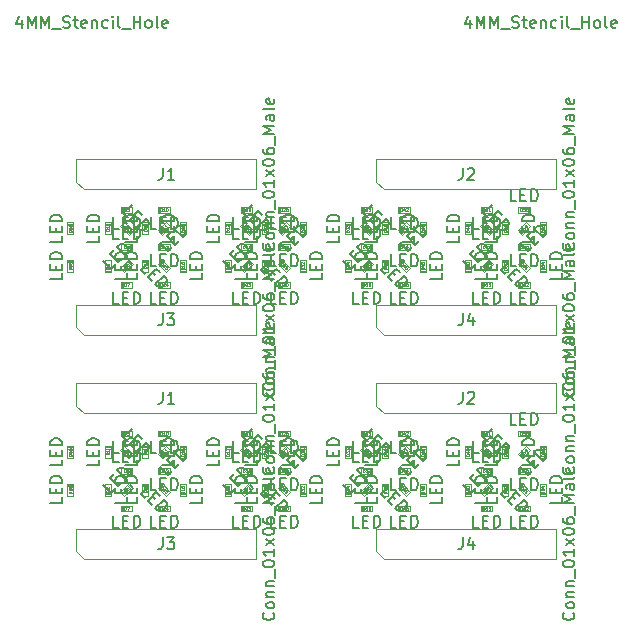
<source format=gbr>
G04 #@! TF.GenerationSoftware,KiCad,Pcbnew,(5.1.9)-1*
G04 #@! TF.CreationDate,2021-05-14T23:18:57-04:00*
G04 #@! TF.ProjectId,2xOPT Panelized,32784f50-5420-4506-916e-656c697a6564,rev?*
G04 #@! TF.SameCoordinates,Original*
G04 #@! TF.FileFunction,Other,Fab,Top*
%FSLAX46Y46*%
G04 Gerber Fmt 4.6, Leading zero omitted, Abs format (unit mm)*
G04 Created by KiCad (PCBNEW (5.1.9)-1) date 2021-05-14 23:18:57*
%MOMM*%
%LPD*%
G01*
G04 APERTURE LIST*
%ADD10C,0.100000*%
%ADD11C,0.150000*%
%ADD12C,0.040000*%
G04 APERTURE END LIST*
D10*
X134095000Y-76806000D02*
X134095000Y-74901000D01*
X134095000Y-74901000D02*
X149335000Y-74901000D01*
X149335000Y-74901000D02*
X149335000Y-77441000D01*
X149335000Y-77441000D02*
X134730000Y-77441000D01*
X134730000Y-77441000D02*
X134095000Y-76806000D01*
X108695000Y-76806000D02*
X108695000Y-74901000D01*
X108695000Y-74901000D02*
X123935000Y-74901000D01*
X123935000Y-74901000D02*
X123935000Y-77441000D01*
X123935000Y-77441000D02*
X109330000Y-77441000D01*
X109330000Y-77441000D02*
X108695000Y-76806000D01*
X134095000Y-64487000D02*
X134095000Y-62582000D01*
X134095000Y-62582000D02*
X149335000Y-62582000D01*
X149335000Y-62582000D02*
X149335000Y-65122000D01*
X149335000Y-65122000D02*
X134730000Y-65122000D01*
X134730000Y-65122000D02*
X134095000Y-64487000D01*
X108695000Y-64487000D02*
X108695000Y-62582000D01*
X108695000Y-62582000D02*
X123935000Y-62582000D01*
X123935000Y-62582000D02*
X123935000Y-65122000D01*
X123935000Y-65122000D02*
X109330000Y-65122000D01*
X109330000Y-65122000D02*
X108695000Y-64487000D01*
X111093500Y-67921000D02*
X111593500Y-67921000D01*
X111593500Y-67921000D02*
X111593500Y-68921000D01*
X111593500Y-68921000D02*
X111093500Y-68921000D01*
X111093500Y-68921000D02*
X111093500Y-67921000D01*
X111093500Y-68021000D02*
X111593500Y-68021000D01*
X111093500Y-68121000D02*
X111593500Y-68121000D01*
X111593500Y-72096000D02*
X111093500Y-72096000D01*
X111093500Y-72096000D02*
X111093500Y-71096000D01*
X111093500Y-71096000D02*
X111593500Y-71096000D01*
X111593500Y-71096000D02*
X111593500Y-72096000D01*
X111593500Y-71996000D02*
X111093500Y-71996000D01*
X111593500Y-71896000D02*
X111093500Y-71896000D01*
X112431500Y-67083500D02*
X112431500Y-66583500D01*
X112431500Y-66583500D02*
X113431500Y-66583500D01*
X113431500Y-66583500D02*
X113431500Y-67083500D01*
X113431500Y-67083500D02*
X112431500Y-67083500D01*
X112531500Y-67083500D02*
X112531500Y-66583500D01*
X112631500Y-67083500D02*
X112631500Y-66583500D01*
X113461830Y-68597777D02*
X113108277Y-68951330D01*
X113108277Y-68951330D02*
X112401170Y-68244223D01*
X112401170Y-68244223D02*
X112754723Y-67890670D01*
X112754723Y-67890670D02*
X113461830Y-68597777D01*
X113391119Y-68527066D02*
X113037566Y-68880619D01*
X113320409Y-68456355D02*
X112966855Y-68809909D01*
X113431500Y-69758500D02*
X113431500Y-70258500D01*
X113431500Y-70258500D02*
X112431500Y-70258500D01*
X112431500Y-70258500D02*
X112431500Y-69758500D01*
X112431500Y-69758500D02*
X113431500Y-69758500D01*
X113331500Y-69758500D02*
X113331500Y-70258500D01*
X113231500Y-69758500D02*
X113231500Y-70258500D01*
X113108277Y-71065670D02*
X113461830Y-71419223D01*
X113461830Y-71419223D02*
X112754723Y-72126330D01*
X112754723Y-72126330D02*
X112401170Y-71772777D01*
X112401170Y-71772777D02*
X113108277Y-71065670D01*
X113037566Y-71136381D02*
X113391119Y-71489934D01*
X112966855Y-71207091D02*
X113320409Y-71560645D01*
X112431500Y-73433500D02*
X112431500Y-72933500D01*
X112431500Y-72933500D02*
X113431500Y-72933500D01*
X113431500Y-72933500D02*
X113431500Y-73433500D01*
X113431500Y-73433500D02*
X112431500Y-73433500D01*
X112531500Y-73433500D02*
X112531500Y-72933500D01*
X112631500Y-73433500D02*
X112631500Y-72933500D01*
X114269500Y-67921000D02*
X114769500Y-67921000D01*
X114769500Y-67921000D02*
X114769500Y-68921000D01*
X114769500Y-68921000D02*
X114269500Y-68921000D01*
X114269500Y-68921000D02*
X114269500Y-67921000D01*
X114269500Y-68021000D02*
X114769500Y-68021000D01*
X114269500Y-68121000D02*
X114769500Y-68121000D01*
X114269500Y-71096000D02*
X114769500Y-71096000D01*
X114769500Y-71096000D02*
X114769500Y-72096000D01*
X114769500Y-72096000D02*
X114269500Y-72096000D01*
X114269500Y-72096000D02*
X114269500Y-71096000D01*
X114269500Y-71196000D02*
X114769500Y-71196000D01*
X114269500Y-71296000D02*
X114769500Y-71296000D01*
X115606500Y-67083500D02*
X115606500Y-66583500D01*
X115606500Y-66583500D02*
X116606500Y-66583500D01*
X116606500Y-66583500D02*
X116606500Y-67083500D01*
X116606500Y-67083500D02*
X115606500Y-67083500D01*
X115706500Y-67083500D02*
X115706500Y-66583500D01*
X115806500Y-67083500D02*
X115806500Y-66583500D01*
X115929723Y-68951330D02*
X115576170Y-68597777D01*
X115576170Y-68597777D02*
X116283277Y-67890670D01*
X116283277Y-67890670D02*
X116636830Y-68244223D01*
X116636830Y-68244223D02*
X115929723Y-68951330D01*
X116000434Y-68880619D02*
X115646881Y-68527066D01*
X116071145Y-68809909D02*
X115717591Y-68456355D01*
X115606500Y-70258500D02*
X115606500Y-69758500D01*
X115606500Y-69758500D02*
X116606500Y-69758500D01*
X116606500Y-69758500D02*
X116606500Y-70258500D01*
X116606500Y-70258500D02*
X115606500Y-70258500D01*
X115706500Y-70258500D02*
X115706500Y-69758500D01*
X115806500Y-70258500D02*
X115806500Y-69758500D01*
X115576170Y-71419223D02*
X115929723Y-71065670D01*
X115929723Y-71065670D02*
X116636830Y-71772777D01*
X116636830Y-71772777D02*
X116283277Y-72126330D01*
X116283277Y-72126330D02*
X115576170Y-71419223D01*
X115646881Y-71489934D02*
X116000434Y-71136381D01*
X115717591Y-71560645D02*
X116071145Y-71207091D01*
X115606500Y-73433500D02*
X115606500Y-72933500D01*
X115606500Y-72933500D02*
X116606500Y-72933500D01*
X116606500Y-72933500D02*
X116606500Y-73433500D01*
X116606500Y-73433500D02*
X115606500Y-73433500D01*
X115706500Y-73433500D02*
X115706500Y-72933500D01*
X115806500Y-73433500D02*
X115806500Y-72933500D01*
X117443500Y-67921000D02*
X117943500Y-67921000D01*
X117943500Y-67921000D02*
X117943500Y-68921000D01*
X117943500Y-68921000D02*
X117443500Y-68921000D01*
X117443500Y-68921000D02*
X117443500Y-67921000D01*
X117443500Y-68021000D02*
X117943500Y-68021000D01*
X117443500Y-68121000D02*
X117943500Y-68121000D01*
X117943500Y-72096000D02*
X117443500Y-72096000D01*
X117443500Y-72096000D02*
X117443500Y-71096000D01*
X117443500Y-71096000D02*
X117943500Y-71096000D01*
X117943500Y-71096000D02*
X117943500Y-72096000D01*
X117943500Y-71996000D02*
X117443500Y-71996000D01*
X117943500Y-71896000D02*
X117443500Y-71896000D01*
X121253500Y-67921000D02*
X121753500Y-67921000D01*
X121753500Y-67921000D02*
X121753500Y-68921000D01*
X121753500Y-68921000D02*
X121253500Y-68921000D01*
X121253500Y-68921000D02*
X121253500Y-67921000D01*
X121253500Y-68021000D02*
X121753500Y-68021000D01*
X121253500Y-68121000D02*
X121753500Y-68121000D01*
X121753500Y-72096000D02*
X121253500Y-72096000D01*
X121253500Y-72096000D02*
X121253500Y-71096000D01*
X121253500Y-71096000D02*
X121753500Y-71096000D01*
X121753500Y-71096000D02*
X121753500Y-72096000D01*
X121753500Y-71996000D02*
X121253500Y-71996000D01*
X121753500Y-71896000D02*
X121253500Y-71896000D01*
X122591500Y-67083500D02*
X122591500Y-66583500D01*
X122591500Y-66583500D02*
X123591500Y-66583500D01*
X123591500Y-66583500D02*
X123591500Y-67083500D01*
X123591500Y-67083500D02*
X122591500Y-67083500D01*
X122691500Y-67083500D02*
X122691500Y-66583500D01*
X122791500Y-67083500D02*
X122791500Y-66583500D01*
X123621830Y-68597777D02*
X123268277Y-68951330D01*
X123268277Y-68951330D02*
X122561170Y-68244223D01*
X122561170Y-68244223D02*
X122914723Y-67890670D01*
X122914723Y-67890670D02*
X123621830Y-68597777D01*
X123551119Y-68527066D02*
X123197566Y-68880619D01*
X123480409Y-68456355D02*
X123126855Y-68809909D01*
X123591500Y-69758500D02*
X123591500Y-70258500D01*
X123591500Y-70258500D02*
X122591500Y-70258500D01*
X122591500Y-70258500D02*
X122591500Y-69758500D01*
X122591500Y-69758500D02*
X123591500Y-69758500D01*
X123491500Y-69758500D02*
X123491500Y-70258500D01*
X123391500Y-69758500D02*
X123391500Y-70258500D01*
X123268277Y-71065670D02*
X123621830Y-71419223D01*
X123621830Y-71419223D02*
X122914723Y-72126330D01*
X122914723Y-72126330D02*
X122561170Y-71772777D01*
X122561170Y-71772777D02*
X123268277Y-71065670D01*
X123197566Y-71136381D02*
X123551119Y-71489934D01*
X123126855Y-71207091D02*
X123480409Y-71560645D01*
X122591500Y-73433500D02*
X122591500Y-72933500D01*
X122591500Y-72933500D02*
X123591500Y-72933500D01*
X123591500Y-72933500D02*
X123591500Y-73433500D01*
X123591500Y-73433500D02*
X122591500Y-73433500D01*
X122691500Y-73433500D02*
X122691500Y-72933500D01*
X122791500Y-73433500D02*
X122791500Y-72933500D01*
X124429500Y-67921000D02*
X124929500Y-67921000D01*
X124929500Y-67921000D02*
X124929500Y-68921000D01*
X124929500Y-68921000D02*
X124429500Y-68921000D01*
X124429500Y-68921000D02*
X124429500Y-67921000D01*
X124429500Y-68021000D02*
X124929500Y-68021000D01*
X124429500Y-68121000D02*
X124929500Y-68121000D01*
X124429500Y-71096000D02*
X124929500Y-71096000D01*
X124929500Y-71096000D02*
X124929500Y-72096000D01*
X124929500Y-72096000D02*
X124429500Y-72096000D01*
X124429500Y-72096000D02*
X124429500Y-71096000D01*
X124429500Y-71196000D02*
X124929500Y-71196000D01*
X124429500Y-71296000D02*
X124929500Y-71296000D01*
X125766500Y-67083500D02*
X125766500Y-66583500D01*
X125766500Y-66583500D02*
X126766500Y-66583500D01*
X126766500Y-66583500D02*
X126766500Y-67083500D01*
X126766500Y-67083500D02*
X125766500Y-67083500D01*
X125866500Y-67083500D02*
X125866500Y-66583500D01*
X125966500Y-67083500D02*
X125966500Y-66583500D01*
X126089723Y-68951330D02*
X125736170Y-68597777D01*
X125736170Y-68597777D02*
X126443277Y-67890670D01*
X126443277Y-67890670D02*
X126796830Y-68244223D01*
X126796830Y-68244223D02*
X126089723Y-68951330D01*
X126160434Y-68880619D02*
X125806881Y-68527066D01*
X126231145Y-68809909D02*
X125877591Y-68456355D01*
X125766500Y-70258500D02*
X125766500Y-69758500D01*
X125766500Y-69758500D02*
X126766500Y-69758500D01*
X126766500Y-69758500D02*
X126766500Y-70258500D01*
X126766500Y-70258500D02*
X125766500Y-70258500D01*
X125866500Y-70258500D02*
X125866500Y-69758500D01*
X125966500Y-70258500D02*
X125966500Y-69758500D01*
X125736170Y-71419223D02*
X126089723Y-71065670D01*
X126089723Y-71065670D02*
X126796830Y-71772777D01*
X126796830Y-71772777D02*
X126443277Y-72126330D01*
X126443277Y-72126330D02*
X125736170Y-71419223D01*
X125806881Y-71489934D02*
X126160434Y-71136381D01*
X125877591Y-71560645D02*
X126231145Y-71207091D01*
X125766500Y-73433500D02*
X125766500Y-72933500D01*
X125766500Y-72933500D02*
X126766500Y-72933500D01*
X126766500Y-72933500D02*
X126766500Y-73433500D01*
X126766500Y-73433500D02*
X125766500Y-73433500D01*
X125866500Y-73433500D02*
X125866500Y-72933500D01*
X125966500Y-73433500D02*
X125966500Y-72933500D01*
X127603500Y-67921000D02*
X128103500Y-67921000D01*
X128103500Y-67921000D02*
X128103500Y-68921000D01*
X128103500Y-68921000D02*
X127603500Y-68921000D01*
X127603500Y-68921000D02*
X127603500Y-67921000D01*
X127603500Y-68021000D02*
X128103500Y-68021000D01*
X127603500Y-68121000D02*
X128103500Y-68121000D01*
X128103500Y-72096000D02*
X127603500Y-72096000D01*
X127603500Y-72096000D02*
X127603500Y-71096000D01*
X127603500Y-71096000D02*
X128103500Y-71096000D01*
X128103500Y-71096000D02*
X128103500Y-72096000D01*
X128103500Y-71996000D02*
X127603500Y-71996000D01*
X128103500Y-71896000D02*
X127603500Y-71896000D01*
X131413500Y-67921000D02*
X131913500Y-67921000D01*
X131913500Y-67921000D02*
X131913500Y-68921000D01*
X131913500Y-68921000D02*
X131413500Y-68921000D01*
X131413500Y-68921000D02*
X131413500Y-67921000D01*
X131413500Y-68021000D02*
X131913500Y-68021000D01*
X131413500Y-68121000D02*
X131913500Y-68121000D01*
X131913500Y-72096000D02*
X131413500Y-72096000D01*
X131413500Y-72096000D02*
X131413500Y-71096000D01*
X131413500Y-71096000D02*
X131913500Y-71096000D01*
X131913500Y-71096000D02*
X131913500Y-72096000D01*
X131913500Y-71996000D02*
X131413500Y-71996000D01*
X131913500Y-71896000D02*
X131413500Y-71896000D01*
X132751500Y-67083500D02*
X132751500Y-66583500D01*
X132751500Y-66583500D02*
X133751500Y-66583500D01*
X133751500Y-66583500D02*
X133751500Y-67083500D01*
X133751500Y-67083500D02*
X132751500Y-67083500D01*
X132851500Y-67083500D02*
X132851500Y-66583500D01*
X132951500Y-67083500D02*
X132951500Y-66583500D01*
X133781830Y-68597777D02*
X133428277Y-68951330D01*
X133428277Y-68951330D02*
X132721170Y-68244223D01*
X132721170Y-68244223D02*
X133074723Y-67890670D01*
X133074723Y-67890670D02*
X133781830Y-68597777D01*
X133711119Y-68527066D02*
X133357566Y-68880619D01*
X133640409Y-68456355D02*
X133286855Y-68809909D01*
X133751500Y-69758500D02*
X133751500Y-70258500D01*
X133751500Y-70258500D02*
X132751500Y-70258500D01*
X132751500Y-70258500D02*
X132751500Y-69758500D01*
X132751500Y-69758500D02*
X133751500Y-69758500D01*
X133651500Y-69758500D02*
X133651500Y-70258500D01*
X133551500Y-69758500D02*
X133551500Y-70258500D01*
X133428277Y-71065670D02*
X133781830Y-71419223D01*
X133781830Y-71419223D02*
X133074723Y-72126330D01*
X133074723Y-72126330D02*
X132721170Y-71772777D01*
X132721170Y-71772777D02*
X133428277Y-71065670D01*
X133357566Y-71136381D02*
X133711119Y-71489934D01*
X133286855Y-71207091D02*
X133640409Y-71560645D01*
X132751500Y-73433500D02*
X132751500Y-72933500D01*
X132751500Y-72933500D02*
X133751500Y-72933500D01*
X133751500Y-72933500D02*
X133751500Y-73433500D01*
X133751500Y-73433500D02*
X132751500Y-73433500D01*
X132851500Y-73433500D02*
X132851500Y-72933500D01*
X132951500Y-73433500D02*
X132951500Y-72933500D01*
X134589500Y-67921000D02*
X135089500Y-67921000D01*
X135089500Y-67921000D02*
X135089500Y-68921000D01*
X135089500Y-68921000D02*
X134589500Y-68921000D01*
X134589500Y-68921000D02*
X134589500Y-67921000D01*
X134589500Y-68021000D02*
X135089500Y-68021000D01*
X134589500Y-68121000D02*
X135089500Y-68121000D01*
X134589500Y-71096000D02*
X135089500Y-71096000D01*
X135089500Y-71096000D02*
X135089500Y-72096000D01*
X135089500Y-72096000D02*
X134589500Y-72096000D01*
X134589500Y-72096000D02*
X134589500Y-71096000D01*
X134589500Y-71196000D02*
X135089500Y-71196000D01*
X134589500Y-71296000D02*
X135089500Y-71296000D01*
X135926500Y-67083500D02*
X135926500Y-66583500D01*
X135926500Y-66583500D02*
X136926500Y-66583500D01*
X136926500Y-66583500D02*
X136926500Y-67083500D01*
X136926500Y-67083500D02*
X135926500Y-67083500D01*
X136026500Y-67083500D02*
X136026500Y-66583500D01*
X136126500Y-67083500D02*
X136126500Y-66583500D01*
X136249723Y-68951330D02*
X135896170Y-68597777D01*
X135896170Y-68597777D02*
X136603277Y-67890670D01*
X136603277Y-67890670D02*
X136956830Y-68244223D01*
X136956830Y-68244223D02*
X136249723Y-68951330D01*
X136320434Y-68880619D02*
X135966881Y-68527066D01*
X136391145Y-68809909D02*
X136037591Y-68456355D01*
X135926500Y-70258500D02*
X135926500Y-69758500D01*
X135926500Y-69758500D02*
X136926500Y-69758500D01*
X136926500Y-69758500D02*
X136926500Y-70258500D01*
X136926500Y-70258500D02*
X135926500Y-70258500D01*
X136026500Y-70258500D02*
X136026500Y-69758500D01*
X136126500Y-70258500D02*
X136126500Y-69758500D01*
X135896170Y-71419223D02*
X136249723Y-71065670D01*
X136249723Y-71065670D02*
X136956830Y-71772777D01*
X136956830Y-71772777D02*
X136603277Y-72126330D01*
X136603277Y-72126330D02*
X135896170Y-71419223D01*
X135966881Y-71489934D02*
X136320434Y-71136381D01*
X136037591Y-71560645D02*
X136391145Y-71207091D01*
X135926500Y-73433500D02*
X135926500Y-72933500D01*
X135926500Y-72933500D02*
X136926500Y-72933500D01*
X136926500Y-72933500D02*
X136926500Y-73433500D01*
X136926500Y-73433500D02*
X135926500Y-73433500D01*
X136026500Y-73433500D02*
X136026500Y-72933500D01*
X136126500Y-73433500D02*
X136126500Y-72933500D01*
X137763500Y-67921000D02*
X138263500Y-67921000D01*
X138263500Y-67921000D02*
X138263500Y-68921000D01*
X138263500Y-68921000D02*
X137763500Y-68921000D01*
X137763500Y-68921000D02*
X137763500Y-67921000D01*
X137763500Y-68021000D02*
X138263500Y-68021000D01*
X137763500Y-68121000D02*
X138263500Y-68121000D01*
X138263500Y-72096000D02*
X137763500Y-72096000D01*
X137763500Y-72096000D02*
X137763500Y-71096000D01*
X137763500Y-71096000D02*
X138263500Y-71096000D01*
X138263500Y-71096000D02*
X138263500Y-72096000D01*
X138263500Y-71996000D02*
X137763500Y-71996000D01*
X138263500Y-71896000D02*
X137763500Y-71896000D01*
X141573500Y-67921000D02*
X142073500Y-67921000D01*
X142073500Y-67921000D02*
X142073500Y-68921000D01*
X142073500Y-68921000D02*
X141573500Y-68921000D01*
X141573500Y-68921000D02*
X141573500Y-67921000D01*
X141573500Y-68021000D02*
X142073500Y-68021000D01*
X141573500Y-68121000D02*
X142073500Y-68121000D01*
X142073500Y-72096000D02*
X141573500Y-72096000D01*
X141573500Y-72096000D02*
X141573500Y-71096000D01*
X141573500Y-71096000D02*
X142073500Y-71096000D01*
X142073500Y-71096000D02*
X142073500Y-72096000D01*
X142073500Y-71996000D02*
X141573500Y-71996000D01*
X142073500Y-71896000D02*
X141573500Y-71896000D01*
X142911500Y-67083500D02*
X142911500Y-66583500D01*
X142911500Y-66583500D02*
X143911500Y-66583500D01*
X143911500Y-66583500D02*
X143911500Y-67083500D01*
X143911500Y-67083500D02*
X142911500Y-67083500D01*
X143011500Y-67083500D02*
X143011500Y-66583500D01*
X143111500Y-67083500D02*
X143111500Y-66583500D01*
X143941830Y-68597777D02*
X143588277Y-68951330D01*
X143588277Y-68951330D02*
X142881170Y-68244223D01*
X142881170Y-68244223D02*
X143234723Y-67890670D01*
X143234723Y-67890670D02*
X143941830Y-68597777D01*
X143871119Y-68527066D02*
X143517566Y-68880619D01*
X143800409Y-68456355D02*
X143446855Y-68809909D01*
X143911500Y-69758500D02*
X143911500Y-70258500D01*
X143911500Y-70258500D02*
X142911500Y-70258500D01*
X142911500Y-70258500D02*
X142911500Y-69758500D01*
X142911500Y-69758500D02*
X143911500Y-69758500D01*
X143811500Y-69758500D02*
X143811500Y-70258500D01*
X143711500Y-69758500D02*
X143711500Y-70258500D01*
X143588277Y-71065670D02*
X143941830Y-71419223D01*
X143941830Y-71419223D02*
X143234723Y-72126330D01*
X143234723Y-72126330D02*
X142881170Y-71772777D01*
X142881170Y-71772777D02*
X143588277Y-71065670D01*
X143517566Y-71136381D02*
X143871119Y-71489934D01*
X143446855Y-71207091D02*
X143800409Y-71560645D01*
X142911500Y-73433500D02*
X142911500Y-72933500D01*
X142911500Y-72933500D02*
X143911500Y-72933500D01*
X143911500Y-72933500D02*
X143911500Y-73433500D01*
X143911500Y-73433500D02*
X142911500Y-73433500D01*
X143011500Y-73433500D02*
X143011500Y-72933500D01*
X143111500Y-73433500D02*
X143111500Y-72933500D01*
X144749500Y-67921000D02*
X145249500Y-67921000D01*
X145249500Y-67921000D02*
X145249500Y-68921000D01*
X145249500Y-68921000D02*
X144749500Y-68921000D01*
X144749500Y-68921000D02*
X144749500Y-67921000D01*
X144749500Y-68021000D02*
X145249500Y-68021000D01*
X144749500Y-68121000D02*
X145249500Y-68121000D01*
X144749500Y-71099000D02*
X145249500Y-71099000D01*
X145249500Y-71099000D02*
X145249500Y-72099000D01*
X145249500Y-72099000D02*
X144749500Y-72099000D01*
X144749500Y-72099000D02*
X144749500Y-71099000D01*
X144749500Y-71199000D02*
X145249500Y-71199000D01*
X144749500Y-71299000D02*
X145249500Y-71299000D01*
X147086500Y-66583500D02*
X147086500Y-67083500D01*
X147086500Y-67083500D02*
X146086500Y-67083500D01*
X146086500Y-67083500D02*
X146086500Y-66583500D01*
X146086500Y-66583500D02*
X147086500Y-66583500D01*
X146986500Y-66583500D02*
X146986500Y-67083500D01*
X146886500Y-66583500D02*
X146886500Y-67083500D01*
X146409723Y-68951330D02*
X146056170Y-68597777D01*
X146056170Y-68597777D02*
X146763277Y-67890670D01*
X146763277Y-67890670D02*
X147116830Y-68244223D01*
X147116830Y-68244223D02*
X146409723Y-68951330D01*
X146480434Y-68880619D02*
X146126881Y-68527066D01*
X146551145Y-68809909D02*
X146197591Y-68456355D01*
X146086500Y-70258500D02*
X146086500Y-69758500D01*
X146086500Y-69758500D02*
X147086500Y-69758500D01*
X147086500Y-69758500D02*
X147086500Y-70258500D01*
X147086500Y-70258500D02*
X146086500Y-70258500D01*
X146186500Y-70258500D02*
X146186500Y-69758500D01*
X146286500Y-70258500D02*
X146286500Y-69758500D01*
X146056170Y-71419223D02*
X146409723Y-71065670D01*
X146409723Y-71065670D02*
X147116830Y-71772777D01*
X147116830Y-71772777D02*
X146763277Y-72126330D01*
X146763277Y-72126330D02*
X146056170Y-71419223D01*
X146126881Y-71489934D02*
X146480434Y-71136381D01*
X146197591Y-71560645D02*
X146551145Y-71207091D01*
X146086500Y-73433500D02*
X146086500Y-72933500D01*
X146086500Y-72933500D02*
X147086500Y-72933500D01*
X147086500Y-72933500D02*
X147086500Y-73433500D01*
X147086500Y-73433500D02*
X146086500Y-73433500D01*
X146186500Y-73433500D02*
X146186500Y-72933500D01*
X146286500Y-73433500D02*
X146286500Y-72933500D01*
X147923500Y-67921000D02*
X148423500Y-67921000D01*
X148423500Y-67921000D02*
X148423500Y-68921000D01*
X148423500Y-68921000D02*
X147923500Y-68921000D01*
X147923500Y-68921000D02*
X147923500Y-67921000D01*
X147923500Y-68021000D02*
X148423500Y-68021000D01*
X147923500Y-68121000D02*
X148423500Y-68121000D01*
X148423500Y-72096000D02*
X147923500Y-72096000D01*
X147923500Y-72096000D02*
X147923500Y-71096000D01*
X147923500Y-71096000D02*
X148423500Y-71096000D01*
X148423500Y-71096000D02*
X148423500Y-72096000D01*
X148423500Y-71996000D02*
X147923500Y-71996000D01*
X148423500Y-71896000D02*
X147923500Y-71896000D01*
X107919500Y-67921000D02*
X108419500Y-67921000D01*
X108419500Y-67921000D02*
X108419500Y-68921000D01*
X108419500Y-68921000D02*
X107919500Y-68921000D01*
X107919500Y-68921000D02*
X107919500Y-67921000D01*
X107919500Y-68021000D02*
X108419500Y-68021000D01*
X107919500Y-68121000D02*
X108419500Y-68121000D01*
X107919500Y-71096000D02*
X108419500Y-71096000D01*
X108419500Y-71096000D02*
X108419500Y-72096000D01*
X108419500Y-72096000D02*
X107919500Y-72096000D01*
X107919500Y-72096000D02*
X107919500Y-71096000D01*
X107919500Y-71196000D02*
X108419500Y-71196000D01*
X107919500Y-71296000D02*
X108419500Y-71296000D01*
X134095000Y-95756000D02*
X134095000Y-93851000D01*
X134095000Y-93851000D02*
X149335000Y-93851000D01*
X149335000Y-93851000D02*
X149335000Y-96391000D01*
X149335000Y-96391000D02*
X134730000Y-96391000D01*
X134730000Y-96391000D02*
X134095000Y-95756000D01*
X108695000Y-95756000D02*
X108695000Y-93851000D01*
X108695000Y-93851000D02*
X123935000Y-93851000D01*
X123935000Y-93851000D02*
X123935000Y-96391000D01*
X123935000Y-96391000D02*
X109330000Y-96391000D01*
X109330000Y-96391000D02*
X108695000Y-95756000D01*
X134095000Y-83437000D02*
X134095000Y-81532000D01*
X134095000Y-81532000D02*
X149335000Y-81532000D01*
X149335000Y-81532000D02*
X149335000Y-84072000D01*
X149335000Y-84072000D02*
X134730000Y-84072000D01*
X134730000Y-84072000D02*
X134095000Y-83437000D01*
X108695000Y-83437000D02*
X108695000Y-81532000D01*
X108695000Y-81532000D02*
X123935000Y-81532000D01*
X123935000Y-81532000D02*
X123935000Y-84072000D01*
X123935000Y-84072000D02*
X109330000Y-84072000D01*
X109330000Y-84072000D02*
X108695000Y-83437000D01*
X111093500Y-86871000D02*
X111593500Y-86871000D01*
X111593500Y-86871000D02*
X111593500Y-87871000D01*
X111593500Y-87871000D02*
X111093500Y-87871000D01*
X111093500Y-87871000D02*
X111093500Y-86871000D01*
X111093500Y-86971000D02*
X111593500Y-86971000D01*
X111093500Y-87071000D02*
X111593500Y-87071000D01*
X111593500Y-91046000D02*
X111093500Y-91046000D01*
X111093500Y-91046000D02*
X111093500Y-90046000D01*
X111093500Y-90046000D02*
X111593500Y-90046000D01*
X111593500Y-90046000D02*
X111593500Y-91046000D01*
X111593500Y-90946000D02*
X111093500Y-90946000D01*
X111593500Y-90846000D02*
X111093500Y-90846000D01*
X112431500Y-86033500D02*
X112431500Y-85533500D01*
X112431500Y-85533500D02*
X113431500Y-85533500D01*
X113431500Y-85533500D02*
X113431500Y-86033500D01*
X113431500Y-86033500D02*
X112431500Y-86033500D01*
X112531500Y-86033500D02*
X112531500Y-85533500D01*
X112631500Y-86033500D02*
X112631500Y-85533500D01*
X113461830Y-87547777D02*
X113108277Y-87901330D01*
X113108277Y-87901330D02*
X112401170Y-87194223D01*
X112401170Y-87194223D02*
X112754723Y-86840670D01*
X112754723Y-86840670D02*
X113461830Y-87547777D01*
X113391119Y-87477066D02*
X113037566Y-87830619D01*
X113320409Y-87406355D02*
X112966855Y-87759909D01*
X113431500Y-88708500D02*
X113431500Y-89208500D01*
X113431500Y-89208500D02*
X112431500Y-89208500D01*
X112431500Y-89208500D02*
X112431500Y-88708500D01*
X112431500Y-88708500D02*
X113431500Y-88708500D01*
X113331500Y-88708500D02*
X113331500Y-89208500D01*
X113231500Y-88708500D02*
X113231500Y-89208500D01*
X113108277Y-90015670D02*
X113461830Y-90369223D01*
X113461830Y-90369223D02*
X112754723Y-91076330D01*
X112754723Y-91076330D02*
X112401170Y-90722777D01*
X112401170Y-90722777D02*
X113108277Y-90015670D01*
X113037566Y-90086381D02*
X113391119Y-90439934D01*
X112966855Y-90157091D02*
X113320409Y-90510645D01*
X112431500Y-92383500D02*
X112431500Y-91883500D01*
X112431500Y-91883500D02*
X113431500Y-91883500D01*
X113431500Y-91883500D02*
X113431500Y-92383500D01*
X113431500Y-92383500D02*
X112431500Y-92383500D01*
X112531500Y-92383500D02*
X112531500Y-91883500D01*
X112631500Y-92383500D02*
X112631500Y-91883500D01*
X114269500Y-86871000D02*
X114769500Y-86871000D01*
X114769500Y-86871000D02*
X114769500Y-87871000D01*
X114769500Y-87871000D02*
X114269500Y-87871000D01*
X114269500Y-87871000D02*
X114269500Y-86871000D01*
X114269500Y-86971000D02*
X114769500Y-86971000D01*
X114269500Y-87071000D02*
X114769500Y-87071000D01*
X114269500Y-90046000D02*
X114769500Y-90046000D01*
X114769500Y-90046000D02*
X114769500Y-91046000D01*
X114769500Y-91046000D02*
X114269500Y-91046000D01*
X114269500Y-91046000D02*
X114269500Y-90046000D01*
X114269500Y-90146000D02*
X114769500Y-90146000D01*
X114269500Y-90246000D02*
X114769500Y-90246000D01*
X115606500Y-86033500D02*
X115606500Y-85533500D01*
X115606500Y-85533500D02*
X116606500Y-85533500D01*
X116606500Y-85533500D02*
X116606500Y-86033500D01*
X116606500Y-86033500D02*
X115606500Y-86033500D01*
X115706500Y-86033500D02*
X115706500Y-85533500D01*
X115806500Y-86033500D02*
X115806500Y-85533500D01*
X115929723Y-87901330D02*
X115576170Y-87547777D01*
X115576170Y-87547777D02*
X116283277Y-86840670D01*
X116283277Y-86840670D02*
X116636830Y-87194223D01*
X116636830Y-87194223D02*
X115929723Y-87901330D01*
X116000434Y-87830619D02*
X115646881Y-87477066D01*
X116071145Y-87759909D02*
X115717591Y-87406355D01*
X115606500Y-89208500D02*
X115606500Y-88708500D01*
X115606500Y-88708500D02*
X116606500Y-88708500D01*
X116606500Y-88708500D02*
X116606500Y-89208500D01*
X116606500Y-89208500D02*
X115606500Y-89208500D01*
X115706500Y-89208500D02*
X115706500Y-88708500D01*
X115806500Y-89208500D02*
X115806500Y-88708500D01*
X115576170Y-90369223D02*
X115929723Y-90015670D01*
X115929723Y-90015670D02*
X116636830Y-90722777D01*
X116636830Y-90722777D02*
X116283277Y-91076330D01*
X116283277Y-91076330D02*
X115576170Y-90369223D01*
X115646881Y-90439934D02*
X116000434Y-90086381D01*
X115717591Y-90510645D02*
X116071145Y-90157091D01*
X115606500Y-92383500D02*
X115606500Y-91883500D01*
X115606500Y-91883500D02*
X116606500Y-91883500D01*
X116606500Y-91883500D02*
X116606500Y-92383500D01*
X116606500Y-92383500D02*
X115606500Y-92383500D01*
X115706500Y-92383500D02*
X115706500Y-91883500D01*
X115806500Y-92383500D02*
X115806500Y-91883500D01*
X117443500Y-86871000D02*
X117943500Y-86871000D01*
X117943500Y-86871000D02*
X117943500Y-87871000D01*
X117943500Y-87871000D02*
X117443500Y-87871000D01*
X117443500Y-87871000D02*
X117443500Y-86871000D01*
X117443500Y-86971000D02*
X117943500Y-86971000D01*
X117443500Y-87071000D02*
X117943500Y-87071000D01*
X117943500Y-91046000D02*
X117443500Y-91046000D01*
X117443500Y-91046000D02*
X117443500Y-90046000D01*
X117443500Y-90046000D02*
X117943500Y-90046000D01*
X117943500Y-90046000D02*
X117943500Y-91046000D01*
X117943500Y-90946000D02*
X117443500Y-90946000D01*
X117943500Y-90846000D02*
X117443500Y-90846000D01*
X121253500Y-86871000D02*
X121753500Y-86871000D01*
X121753500Y-86871000D02*
X121753500Y-87871000D01*
X121753500Y-87871000D02*
X121253500Y-87871000D01*
X121253500Y-87871000D02*
X121253500Y-86871000D01*
X121253500Y-86971000D02*
X121753500Y-86971000D01*
X121253500Y-87071000D02*
X121753500Y-87071000D01*
X121753500Y-91046000D02*
X121253500Y-91046000D01*
X121253500Y-91046000D02*
X121253500Y-90046000D01*
X121253500Y-90046000D02*
X121753500Y-90046000D01*
X121753500Y-90046000D02*
X121753500Y-91046000D01*
X121753500Y-90946000D02*
X121253500Y-90946000D01*
X121753500Y-90846000D02*
X121253500Y-90846000D01*
X122591500Y-86033500D02*
X122591500Y-85533500D01*
X122591500Y-85533500D02*
X123591500Y-85533500D01*
X123591500Y-85533500D02*
X123591500Y-86033500D01*
X123591500Y-86033500D02*
X122591500Y-86033500D01*
X122691500Y-86033500D02*
X122691500Y-85533500D01*
X122791500Y-86033500D02*
X122791500Y-85533500D01*
X123621830Y-87547777D02*
X123268277Y-87901330D01*
X123268277Y-87901330D02*
X122561170Y-87194223D01*
X122561170Y-87194223D02*
X122914723Y-86840670D01*
X122914723Y-86840670D02*
X123621830Y-87547777D01*
X123551119Y-87477066D02*
X123197566Y-87830619D01*
X123480409Y-87406355D02*
X123126855Y-87759909D01*
X123591500Y-88708500D02*
X123591500Y-89208500D01*
X123591500Y-89208500D02*
X122591500Y-89208500D01*
X122591500Y-89208500D02*
X122591500Y-88708500D01*
X122591500Y-88708500D02*
X123591500Y-88708500D01*
X123491500Y-88708500D02*
X123491500Y-89208500D01*
X123391500Y-88708500D02*
X123391500Y-89208500D01*
X123268277Y-90015670D02*
X123621830Y-90369223D01*
X123621830Y-90369223D02*
X122914723Y-91076330D01*
X122914723Y-91076330D02*
X122561170Y-90722777D01*
X122561170Y-90722777D02*
X123268277Y-90015670D01*
X123197566Y-90086381D02*
X123551119Y-90439934D01*
X123126855Y-90157091D02*
X123480409Y-90510645D01*
X122591500Y-92383500D02*
X122591500Y-91883500D01*
X122591500Y-91883500D02*
X123591500Y-91883500D01*
X123591500Y-91883500D02*
X123591500Y-92383500D01*
X123591500Y-92383500D02*
X122591500Y-92383500D01*
X122691500Y-92383500D02*
X122691500Y-91883500D01*
X122791500Y-92383500D02*
X122791500Y-91883500D01*
X124429500Y-86871000D02*
X124929500Y-86871000D01*
X124929500Y-86871000D02*
X124929500Y-87871000D01*
X124929500Y-87871000D02*
X124429500Y-87871000D01*
X124429500Y-87871000D02*
X124429500Y-86871000D01*
X124429500Y-86971000D02*
X124929500Y-86971000D01*
X124429500Y-87071000D02*
X124929500Y-87071000D01*
X124429500Y-90046000D02*
X124929500Y-90046000D01*
X124929500Y-90046000D02*
X124929500Y-91046000D01*
X124929500Y-91046000D02*
X124429500Y-91046000D01*
X124429500Y-91046000D02*
X124429500Y-90046000D01*
X124429500Y-90146000D02*
X124929500Y-90146000D01*
X124429500Y-90246000D02*
X124929500Y-90246000D01*
X125766500Y-86033500D02*
X125766500Y-85533500D01*
X125766500Y-85533500D02*
X126766500Y-85533500D01*
X126766500Y-85533500D02*
X126766500Y-86033500D01*
X126766500Y-86033500D02*
X125766500Y-86033500D01*
X125866500Y-86033500D02*
X125866500Y-85533500D01*
X125966500Y-86033500D02*
X125966500Y-85533500D01*
X126089723Y-87901330D02*
X125736170Y-87547777D01*
X125736170Y-87547777D02*
X126443277Y-86840670D01*
X126443277Y-86840670D02*
X126796830Y-87194223D01*
X126796830Y-87194223D02*
X126089723Y-87901330D01*
X126160434Y-87830619D02*
X125806881Y-87477066D01*
X126231145Y-87759909D02*
X125877591Y-87406355D01*
X125766500Y-89208500D02*
X125766500Y-88708500D01*
X125766500Y-88708500D02*
X126766500Y-88708500D01*
X126766500Y-88708500D02*
X126766500Y-89208500D01*
X126766500Y-89208500D02*
X125766500Y-89208500D01*
X125866500Y-89208500D02*
X125866500Y-88708500D01*
X125966500Y-89208500D02*
X125966500Y-88708500D01*
X125736170Y-90369223D02*
X126089723Y-90015670D01*
X126089723Y-90015670D02*
X126796830Y-90722777D01*
X126796830Y-90722777D02*
X126443277Y-91076330D01*
X126443277Y-91076330D02*
X125736170Y-90369223D01*
X125806881Y-90439934D02*
X126160434Y-90086381D01*
X125877591Y-90510645D02*
X126231145Y-90157091D01*
X125766500Y-92383500D02*
X125766500Y-91883500D01*
X125766500Y-91883500D02*
X126766500Y-91883500D01*
X126766500Y-91883500D02*
X126766500Y-92383500D01*
X126766500Y-92383500D02*
X125766500Y-92383500D01*
X125866500Y-92383500D02*
X125866500Y-91883500D01*
X125966500Y-92383500D02*
X125966500Y-91883500D01*
X127603500Y-86871000D02*
X128103500Y-86871000D01*
X128103500Y-86871000D02*
X128103500Y-87871000D01*
X128103500Y-87871000D02*
X127603500Y-87871000D01*
X127603500Y-87871000D02*
X127603500Y-86871000D01*
X127603500Y-86971000D02*
X128103500Y-86971000D01*
X127603500Y-87071000D02*
X128103500Y-87071000D01*
X128103500Y-91046000D02*
X127603500Y-91046000D01*
X127603500Y-91046000D02*
X127603500Y-90046000D01*
X127603500Y-90046000D02*
X128103500Y-90046000D01*
X128103500Y-90046000D02*
X128103500Y-91046000D01*
X128103500Y-90946000D02*
X127603500Y-90946000D01*
X128103500Y-90846000D02*
X127603500Y-90846000D01*
X131413500Y-86871000D02*
X131913500Y-86871000D01*
X131913500Y-86871000D02*
X131913500Y-87871000D01*
X131913500Y-87871000D02*
X131413500Y-87871000D01*
X131413500Y-87871000D02*
X131413500Y-86871000D01*
X131413500Y-86971000D02*
X131913500Y-86971000D01*
X131413500Y-87071000D02*
X131913500Y-87071000D01*
X131913500Y-91046000D02*
X131413500Y-91046000D01*
X131413500Y-91046000D02*
X131413500Y-90046000D01*
X131413500Y-90046000D02*
X131913500Y-90046000D01*
X131913500Y-90046000D02*
X131913500Y-91046000D01*
X131913500Y-90946000D02*
X131413500Y-90946000D01*
X131913500Y-90846000D02*
X131413500Y-90846000D01*
X132751500Y-86033500D02*
X132751500Y-85533500D01*
X132751500Y-85533500D02*
X133751500Y-85533500D01*
X133751500Y-85533500D02*
X133751500Y-86033500D01*
X133751500Y-86033500D02*
X132751500Y-86033500D01*
X132851500Y-86033500D02*
X132851500Y-85533500D01*
X132951500Y-86033500D02*
X132951500Y-85533500D01*
X133781830Y-87547777D02*
X133428277Y-87901330D01*
X133428277Y-87901330D02*
X132721170Y-87194223D01*
X132721170Y-87194223D02*
X133074723Y-86840670D01*
X133074723Y-86840670D02*
X133781830Y-87547777D01*
X133711119Y-87477066D02*
X133357566Y-87830619D01*
X133640409Y-87406355D02*
X133286855Y-87759909D01*
X133751500Y-88708500D02*
X133751500Y-89208500D01*
X133751500Y-89208500D02*
X132751500Y-89208500D01*
X132751500Y-89208500D02*
X132751500Y-88708500D01*
X132751500Y-88708500D02*
X133751500Y-88708500D01*
X133651500Y-88708500D02*
X133651500Y-89208500D01*
X133551500Y-88708500D02*
X133551500Y-89208500D01*
X133428277Y-90015670D02*
X133781830Y-90369223D01*
X133781830Y-90369223D02*
X133074723Y-91076330D01*
X133074723Y-91076330D02*
X132721170Y-90722777D01*
X132721170Y-90722777D02*
X133428277Y-90015670D01*
X133357566Y-90086381D02*
X133711119Y-90439934D01*
X133286855Y-90157091D02*
X133640409Y-90510645D01*
X132751500Y-92383500D02*
X132751500Y-91883500D01*
X132751500Y-91883500D02*
X133751500Y-91883500D01*
X133751500Y-91883500D02*
X133751500Y-92383500D01*
X133751500Y-92383500D02*
X132751500Y-92383500D01*
X132851500Y-92383500D02*
X132851500Y-91883500D01*
X132951500Y-92383500D02*
X132951500Y-91883500D01*
X134589500Y-86871000D02*
X135089500Y-86871000D01*
X135089500Y-86871000D02*
X135089500Y-87871000D01*
X135089500Y-87871000D02*
X134589500Y-87871000D01*
X134589500Y-87871000D02*
X134589500Y-86871000D01*
X134589500Y-86971000D02*
X135089500Y-86971000D01*
X134589500Y-87071000D02*
X135089500Y-87071000D01*
X134589500Y-90046000D02*
X135089500Y-90046000D01*
X135089500Y-90046000D02*
X135089500Y-91046000D01*
X135089500Y-91046000D02*
X134589500Y-91046000D01*
X134589500Y-91046000D02*
X134589500Y-90046000D01*
X134589500Y-90146000D02*
X135089500Y-90146000D01*
X134589500Y-90246000D02*
X135089500Y-90246000D01*
X135926500Y-86033500D02*
X135926500Y-85533500D01*
X135926500Y-85533500D02*
X136926500Y-85533500D01*
X136926500Y-85533500D02*
X136926500Y-86033500D01*
X136926500Y-86033500D02*
X135926500Y-86033500D01*
X136026500Y-86033500D02*
X136026500Y-85533500D01*
X136126500Y-86033500D02*
X136126500Y-85533500D01*
X136249723Y-87901330D02*
X135896170Y-87547777D01*
X135896170Y-87547777D02*
X136603277Y-86840670D01*
X136603277Y-86840670D02*
X136956830Y-87194223D01*
X136956830Y-87194223D02*
X136249723Y-87901330D01*
X136320434Y-87830619D02*
X135966881Y-87477066D01*
X136391145Y-87759909D02*
X136037591Y-87406355D01*
X135926500Y-89208500D02*
X135926500Y-88708500D01*
X135926500Y-88708500D02*
X136926500Y-88708500D01*
X136926500Y-88708500D02*
X136926500Y-89208500D01*
X136926500Y-89208500D02*
X135926500Y-89208500D01*
X136026500Y-89208500D02*
X136026500Y-88708500D01*
X136126500Y-89208500D02*
X136126500Y-88708500D01*
X135896170Y-90369223D02*
X136249723Y-90015670D01*
X136249723Y-90015670D02*
X136956830Y-90722777D01*
X136956830Y-90722777D02*
X136603277Y-91076330D01*
X136603277Y-91076330D02*
X135896170Y-90369223D01*
X135966881Y-90439934D02*
X136320434Y-90086381D01*
X136037591Y-90510645D02*
X136391145Y-90157091D01*
X135926500Y-92383500D02*
X135926500Y-91883500D01*
X135926500Y-91883500D02*
X136926500Y-91883500D01*
X136926500Y-91883500D02*
X136926500Y-92383500D01*
X136926500Y-92383500D02*
X135926500Y-92383500D01*
X136026500Y-92383500D02*
X136026500Y-91883500D01*
X136126500Y-92383500D02*
X136126500Y-91883500D01*
X137763500Y-86871000D02*
X138263500Y-86871000D01*
X138263500Y-86871000D02*
X138263500Y-87871000D01*
X138263500Y-87871000D02*
X137763500Y-87871000D01*
X137763500Y-87871000D02*
X137763500Y-86871000D01*
X137763500Y-86971000D02*
X138263500Y-86971000D01*
X137763500Y-87071000D02*
X138263500Y-87071000D01*
X138263500Y-91046000D02*
X137763500Y-91046000D01*
X137763500Y-91046000D02*
X137763500Y-90046000D01*
X137763500Y-90046000D02*
X138263500Y-90046000D01*
X138263500Y-90046000D02*
X138263500Y-91046000D01*
X138263500Y-90946000D02*
X137763500Y-90946000D01*
X138263500Y-90846000D02*
X137763500Y-90846000D01*
X141573500Y-86871000D02*
X142073500Y-86871000D01*
X142073500Y-86871000D02*
X142073500Y-87871000D01*
X142073500Y-87871000D02*
X141573500Y-87871000D01*
X141573500Y-87871000D02*
X141573500Y-86871000D01*
X141573500Y-86971000D02*
X142073500Y-86971000D01*
X141573500Y-87071000D02*
X142073500Y-87071000D01*
X142073500Y-91046000D02*
X141573500Y-91046000D01*
X141573500Y-91046000D02*
X141573500Y-90046000D01*
X141573500Y-90046000D02*
X142073500Y-90046000D01*
X142073500Y-90046000D02*
X142073500Y-91046000D01*
X142073500Y-90946000D02*
X141573500Y-90946000D01*
X142073500Y-90846000D02*
X141573500Y-90846000D01*
X142911500Y-86033500D02*
X142911500Y-85533500D01*
X142911500Y-85533500D02*
X143911500Y-85533500D01*
X143911500Y-85533500D02*
X143911500Y-86033500D01*
X143911500Y-86033500D02*
X142911500Y-86033500D01*
X143011500Y-86033500D02*
X143011500Y-85533500D01*
X143111500Y-86033500D02*
X143111500Y-85533500D01*
X143941830Y-87547777D02*
X143588277Y-87901330D01*
X143588277Y-87901330D02*
X142881170Y-87194223D01*
X142881170Y-87194223D02*
X143234723Y-86840670D01*
X143234723Y-86840670D02*
X143941830Y-87547777D01*
X143871119Y-87477066D02*
X143517566Y-87830619D01*
X143800409Y-87406355D02*
X143446855Y-87759909D01*
X143911500Y-88708500D02*
X143911500Y-89208500D01*
X143911500Y-89208500D02*
X142911500Y-89208500D01*
X142911500Y-89208500D02*
X142911500Y-88708500D01*
X142911500Y-88708500D02*
X143911500Y-88708500D01*
X143811500Y-88708500D02*
X143811500Y-89208500D01*
X143711500Y-88708500D02*
X143711500Y-89208500D01*
X143588277Y-90015670D02*
X143941830Y-90369223D01*
X143941830Y-90369223D02*
X143234723Y-91076330D01*
X143234723Y-91076330D02*
X142881170Y-90722777D01*
X142881170Y-90722777D02*
X143588277Y-90015670D01*
X143517566Y-90086381D02*
X143871119Y-90439934D01*
X143446855Y-90157091D02*
X143800409Y-90510645D01*
X142911500Y-92383500D02*
X142911500Y-91883500D01*
X142911500Y-91883500D02*
X143911500Y-91883500D01*
X143911500Y-91883500D02*
X143911500Y-92383500D01*
X143911500Y-92383500D02*
X142911500Y-92383500D01*
X143011500Y-92383500D02*
X143011500Y-91883500D01*
X143111500Y-92383500D02*
X143111500Y-91883500D01*
X144749500Y-86871000D02*
X145249500Y-86871000D01*
X145249500Y-86871000D02*
X145249500Y-87871000D01*
X145249500Y-87871000D02*
X144749500Y-87871000D01*
X144749500Y-87871000D02*
X144749500Y-86871000D01*
X144749500Y-86971000D02*
X145249500Y-86971000D01*
X144749500Y-87071000D02*
X145249500Y-87071000D01*
X144749500Y-90049000D02*
X145249500Y-90049000D01*
X145249500Y-90049000D02*
X145249500Y-91049000D01*
X145249500Y-91049000D02*
X144749500Y-91049000D01*
X144749500Y-91049000D02*
X144749500Y-90049000D01*
X144749500Y-90149000D02*
X145249500Y-90149000D01*
X144749500Y-90249000D02*
X145249500Y-90249000D01*
X147086500Y-85533500D02*
X147086500Y-86033500D01*
X147086500Y-86033500D02*
X146086500Y-86033500D01*
X146086500Y-86033500D02*
X146086500Y-85533500D01*
X146086500Y-85533500D02*
X147086500Y-85533500D01*
X146986500Y-85533500D02*
X146986500Y-86033500D01*
X146886500Y-85533500D02*
X146886500Y-86033500D01*
X146409723Y-87901330D02*
X146056170Y-87547777D01*
X146056170Y-87547777D02*
X146763277Y-86840670D01*
X146763277Y-86840670D02*
X147116830Y-87194223D01*
X147116830Y-87194223D02*
X146409723Y-87901330D01*
X146480434Y-87830619D02*
X146126881Y-87477066D01*
X146551145Y-87759909D02*
X146197591Y-87406355D01*
X146086500Y-89208500D02*
X146086500Y-88708500D01*
X146086500Y-88708500D02*
X147086500Y-88708500D01*
X147086500Y-88708500D02*
X147086500Y-89208500D01*
X147086500Y-89208500D02*
X146086500Y-89208500D01*
X146186500Y-89208500D02*
X146186500Y-88708500D01*
X146286500Y-89208500D02*
X146286500Y-88708500D01*
X146056170Y-90369223D02*
X146409723Y-90015670D01*
X146409723Y-90015670D02*
X147116830Y-90722777D01*
X147116830Y-90722777D02*
X146763277Y-91076330D01*
X146763277Y-91076330D02*
X146056170Y-90369223D01*
X146126881Y-90439934D02*
X146480434Y-90086381D01*
X146197591Y-90510645D02*
X146551145Y-90157091D01*
X146086500Y-92383500D02*
X146086500Y-91883500D01*
X146086500Y-91883500D02*
X147086500Y-91883500D01*
X147086500Y-91883500D02*
X147086500Y-92383500D01*
X147086500Y-92383500D02*
X146086500Y-92383500D01*
X146186500Y-92383500D02*
X146186500Y-91883500D01*
X146286500Y-92383500D02*
X146286500Y-91883500D01*
X147923500Y-86871000D02*
X148423500Y-86871000D01*
X148423500Y-86871000D02*
X148423500Y-87871000D01*
X148423500Y-87871000D02*
X147923500Y-87871000D01*
X147923500Y-87871000D02*
X147923500Y-86871000D01*
X147923500Y-86971000D02*
X148423500Y-86971000D01*
X147923500Y-87071000D02*
X148423500Y-87071000D01*
X148423500Y-91046000D02*
X147923500Y-91046000D01*
X147923500Y-91046000D02*
X147923500Y-90046000D01*
X147923500Y-90046000D02*
X148423500Y-90046000D01*
X148423500Y-90046000D02*
X148423500Y-91046000D01*
X148423500Y-90946000D02*
X147923500Y-90946000D01*
X148423500Y-90846000D02*
X147923500Y-90846000D01*
X107919500Y-86871000D02*
X108419500Y-86871000D01*
X108419500Y-86871000D02*
X108419500Y-87871000D01*
X108419500Y-87871000D02*
X107919500Y-87871000D01*
X107919500Y-87871000D02*
X107919500Y-86871000D01*
X107919500Y-86971000D02*
X108419500Y-86971000D01*
X107919500Y-87071000D02*
X108419500Y-87071000D01*
X107919500Y-90046000D02*
X108419500Y-90046000D01*
X108419500Y-90046000D02*
X108419500Y-91046000D01*
X108419500Y-91046000D02*
X107919500Y-91046000D01*
X107919500Y-91046000D02*
X107919500Y-90046000D01*
X107919500Y-90146000D02*
X108419500Y-90146000D01*
X107919500Y-90246000D02*
X108419500Y-90246000D01*
D11*
X142047619Y-50785714D02*
X142047619Y-51452380D01*
X141809523Y-50404761D02*
X141571428Y-51119047D01*
X142190476Y-51119047D01*
X142571428Y-51452380D02*
X142571428Y-50452380D01*
X142904761Y-51166666D01*
X143238095Y-50452380D01*
X143238095Y-51452380D01*
X143714285Y-51452380D02*
X143714285Y-50452380D01*
X144047619Y-51166666D01*
X144380952Y-50452380D01*
X144380952Y-51452380D01*
X144619047Y-51547619D02*
X145380952Y-51547619D01*
X145571428Y-51404761D02*
X145714285Y-51452380D01*
X145952380Y-51452380D01*
X146047619Y-51404761D01*
X146095238Y-51357142D01*
X146142857Y-51261904D01*
X146142857Y-51166666D01*
X146095238Y-51071428D01*
X146047619Y-51023809D01*
X145952380Y-50976190D01*
X145761904Y-50928571D01*
X145666666Y-50880952D01*
X145619047Y-50833333D01*
X145571428Y-50738095D01*
X145571428Y-50642857D01*
X145619047Y-50547619D01*
X145666666Y-50500000D01*
X145761904Y-50452380D01*
X146000000Y-50452380D01*
X146142857Y-50500000D01*
X146428571Y-50785714D02*
X146809523Y-50785714D01*
X146571428Y-50452380D02*
X146571428Y-51309523D01*
X146619047Y-51404761D01*
X146714285Y-51452380D01*
X146809523Y-51452380D01*
X147523809Y-51404761D02*
X147428571Y-51452380D01*
X147238095Y-51452380D01*
X147142857Y-51404761D01*
X147095238Y-51309523D01*
X147095238Y-50928571D01*
X147142857Y-50833333D01*
X147238095Y-50785714D01*
X147428571Y-50785714D01*
X147523809Y-50833333D01*
X147571428Y-50928571D01*
X147571428Y-51023809D01*
X147095238Y-51119047D01*
X148000000Y-50785714D02*
X148000000Y-51452380D01*
X148000000Y-50880952D02*
X148047619Y-50833333D01*
X148142857Y-50785714D01*
X148285714Y-50785714D01*
X148380952Y-50833333D01*
X148428571Y-50928571D01*
X148428571Y-51452380D01*
X149333333Y-51404761D02*
X149238095Y-51452380D01*
X149047619Y-51452380D01*
X148952380Y-51404761D01*
X148904761Y-51357142D01*
X148857142Y-51261904D01*
X148857142Y-50976190D01*
X148904761Y-50880952D01*
X148952380Y-50833333D01*
X149047619Y-50785714D01*
X149238095Y-50785714D01*
X149333333Y-50833333D01*
X149761904Y-51452380D02*
X149761904Y-50785714D01*
X149761904Y-50452380D02*
X149714285Y-50500000D01*
X149761904Y-50547619D01*
X149809523Y-50500000D01*
X149761904Y-50452380D01*
X149761904Y-50547619D01*
X150380952Y-51452380D02*
X150285714Y-51404761D01*
X150238095Y-51309523D01*
X150238095Y-50452380D01*
X150523809Y-51547619D02*
X151285714Y-51547619D01*
X151523809Y-51452380D02*
X151523809Y-50452380D01*
X151523809Y-50928571D02*
X152095238Y-50928571D01*
X152095238Y-51452380D02*
X152095238Y-50452380D01*
X152714285Y-51452380D02*
X152619047Y-51404761D01*
X152571428Y-51357142D01*
X152523809Y-51261904D01*
X152523809Y-50976190D01*
X152571428Y-50880952D01*
X152619047Y-50833333D01*
X152714285Y-50785714D01*
X152857142Y-50785714D01*
X152952380Y-50833333D01*
X153000000Y-50880952D01*
X153047619Y-50976190D01*
X153047619Y-51261904D01*
X153000000Y-51357142D01*
X152952380Y-51404761D01*
X152857142Y-51452380D01*
X152714285Y-51452380D01*
X153619047Y-51452380D02*
X153523809Y-51404761D01*
X153476190Y-51309523D01*
X153476190Y-50452380D01*
X154380952Y-51404761D02*
X154285714Y-51452380D01*
X154095238Y-51452380D01*
X154000000Y-51404761D01*
X153952380Y-51309523D01*
X153952380Y-50928571D01*
X154000000Y-50833333D01*
X154095238Y-50785714D01*
X154285714Y-50785714D01*
X154380952Y-50833333D01*
X154428571Y-50928571D01*
X154428571Y-51023809D01*
X153952380Y-51119047D01*
X104047619Y-50785714D02*
X104047619Y-51452380D01*
X103809523Y-50404761D02*
X103571428Y-51119047D01*
X104190476Y-51119047D01*
X104571428Y-51452380D02*
X104571428Y-50452380D01*
X104904761Y-51166666D01*
X105238095Y-50452380D01*
X105238095Y-51452380D01*
X105714285Y-51452380D02*
X105714285Y-50452380D01*
X106047619Y-51166666D01*
X106380952Y-50452380D01*
X106380952Y-51452380D01*
X106619047Y-51547619D02*
X107380952Y-51547619D01*
X107571428Y-51404761D02*
X107714285Y-51452380D01*
X107952380Y-51452380D01*
X108047619Y-51404761D01*
X108095238Y-51357142D01*
X108142857Y-51261904D01*
X108142857Y-51166666D01*
X108095238Y-51071428D01*
X108047619Y-51023809D01*
X107952380Y-50976190D01*
X107761904Y-50928571D01*
X107666666Y-50880952D01*
X107619047Y-50833333D01*
X107571428Y-50738095D01*
X107571428Y-50642857D01*
X107619047Y-50547619D01*
X107666666Y-50500000D01*
X107761904Y-50452380D01*
X108000000Y-50452380D01*
X108142857Y-50500000D01*
X108428571Y-50785714D02*
X108809523Y-50785714D01*
X108571428Y-50452380D02*
X108571428Y-51309523D01*
X108619047Y-51404761D01*
X108714285Y-51452380D01*
X108809523Y-51452380D01*
X109523809Y-51404761D02*
X109428571Y-51452380D01*
X109238095Y-51452380D01*
X109142857Y-51404761D01*
X109095238Y-51309523D01*
X109095238Y-50928571D01*
X109142857Y-50833333D01*
X109238095Y-50785714D01*
X109428571Y-50785714D01*
X109523809Y-50833333D01*
X109571428Y-50928571D01*
X109571428Y-51023809D01*
X109095238Y-51119047D01*
X110000000Y-50785714D02*
X110000000Y-51452380D01*
X110000000Y-50880952D02*
X110047619Y-50833333D01*
X110142857Y-50785714D01*
X110285714Y-50785714D01*
X110380952Y-50833333D01*
X110428571Y-50928571D01*
X110428571Y-51452380D01*
X111333333Y-51404761D02*
X111238095Y-51452380D01*
X111047619Y-51452380D01*
X110952380Y-51404761D01*
X110904761Y-51357142D01*
X110857142Y-51261904D01*
X110857142Y-50976190D01*
X110904761Y-50880952D01*
X110952380Y-50833333D01*
X111047619Y-50785714D01*
X111238095Y-50785714D01*
X111333333Y-50833333D01*
X111761904Y-51452380D02*
X111761904Y-50785714D01*
X111761904Y-50452380D02*
X111714285Y-50500000D01*
X111761904Y-50547619D01*
X111809523Y-50500000D01*
X111761904Y-50452380D01*
X111761904Y-50547619D01*
X112380952Y-51452380D02*
X112285714Y-51404761D01*
X112238095Y-51309523D01*
X112238095Y-50452380D01*
X112523809Y-51547619D02*
X113285714Y-51547619D01*
X113523809Y-51452380D02*
X113523809Y-50452380D01*
X113523809Y-50928571D02*
X114095238Y-50928571D01*
X114095238Y-51452380D02*
X114095238Y-50452380D01*
X114714285Y-51452380D02*
X114619047Y-51404761D01*
X114571428Y-51357142D01*
X114523809Y-51261904D01*
X114523809Y-50976190D01*
X114571428Y-50880952D01*
X114619047Y-50833333D01*
X114714285Y-50785714D01*
X114857142Y-50785714D01*
X114952380Y-50833333D01*
X115000000Y-50880952D01*
X115047619Y-50976190D01*
X115047619Y-51261904D01*
X115000000Y-51357142D01*
X114952380Y-51404761D01*
X114857142Y-51452380D01*
X114714285Y-51452380D01*
X115619047Y-51452380D02*
X115523809Y-51404761D01*
X115476190Y-51309523D01*
X115476190Y-50452380D01*
X116380952Y-51404761D02*
X116285714Y-51452380D01*
X116095238Y-51452380D01*
X116000000Y-51404761D01*
X115952380Y-51309523D01*
X115952380Y-50928571D01*
X116000000Y-50833333D01*
X116095238Y-50785714D01*
X116285714Y-50785714D01*
X116380952Y-50833333D01*
X116428571Y-50928571D01*
X116428571Y-51023809D01*
X115952380Y-51119047D01*
X150752142Y-82004333D02*
X150799761Y-82051952D01*
X150847380Y-82194809D01*
X150847380Y-82290047D01*
X150799761Y-82432904D01*
X150704523Y-82528142D01*
X150609285Y-82575761D01*
X150418809Y-82623380D01*
X150275952Y-82623380D01*
X150085476Y-82575761D01*
X149990238Y-82528142D01*
X149895000Y-82432904D01*
X149847380Y-82290047D01*
X149847380Y-82194809D01*
X149895000Y-82051952D01*
X149942619Y-82004333D01*
X150847380Y-81432904D02*
X150799761Y-81528142D01*
X150752142Y-81575761D01*
X150656904Y-81623380D01*
X150371190Y-81623380D01*
X150275952Y-81575761D01*
X150228333Y-81528142D01*
X150180714Y-81432904D01*
X150180714Y-81290047D01*
X150228333Y-81194809D01*
X150275952Y-81147190D01*
X150371190Y-81099571D01*
X150656904Y-81099571D01*
X150752142Y-81147190D01*
X150799761Y-81194809D01*
X150847380Y-81290047D01*
X150847380Y-81432904D01*
X150180714Y-80671000D02*
X150847380Y-80671000D01*
X150275952Y-80671000D02*
X150228333Y-80623380D01*
X150180714Y-80528142D01*
X150180714Y-80385285D01*
X150228333Y-80290047D01*
X150323571Y-80242428D01*
X150847380Y-80242428D01*
X150180714Y-79766238D02*
X150847380Y-79766238D01*
X150275952Y-79766238D02*
X150228333Y-79718619D01*
X150180714Y-79623380D01*
X150180714Y-79480523D01*
X150228333Y-79385285D01*
X150323571Y-79337666D01*
X150847380Y-79337666D01*
X150942619Y-79099571D02*
X150942619Y-78337666D01*
X149847380Y-77909095D02*
X149847380Y-77813857D01*
X149895000Y-77718619D01*
X149942619Y-77671000D01*
X150037857Y-77623380D01*
X150228333Y-77575761D01*
X150466428Y-77575761D01*
X150656904Y-77623380D01*
X150752142Y-77671000D01*
X150799761Y-77718619D01*
X150847380Y-77813857D01*
X150847380Y-77909095D01*
X150799761Y-78004333D01*
X150752142Y-78051952D01*
X150656904Y-78099571D01*
X150466428Y-78147190D01*
X150228333Y-78147190D01*
X150037857Y-78099571D01*
X149942619Y-78051952D01*
X149895000Y-78004333D01*
X149847380Y-77909095D01*
X150847380Y-76623380D02*
X150847380Y-77194809D01*
X150847380Y-76909095D02*
X149847380Y-76909095D01*
X149990238Y-77004333D01*
X150085476Y-77099571D01*
X150133095Y-77194809D01*
X150847380Y-76290047D02*
X150180714Y-75766238D01*
X150180714Y-76290047D02*
X150847380Y-75766238D01*
X149847380Y-75194809D02*
X149847380Y-75099571D01*
X149895000Y-75004333D01*
X149942619Y-74956714D01*
X150037857Y-74909095D01*
X150228333Y-74861476D01*
X150466428Y-74861476D01*
X150656904Y-74909095D01*
X150752142Y-74956714D01*
X150799761Y-75004333D01*
X150847380Y-75099571D01*
X150847380Y-75194809D01*
X150799761Y-75290047D01*
X150752142Y-75337666D01*
X150656904Y-75385285D01*
X150466428Y-75432904D01*
X150228333Y-75432904D01*
X150037857Y-75385285D01*
X149942619Y-75337666D01*
X149895000Y-75290047D01*
X149847380Y-75194809D01*
X149847380Y-74004333D02*
X149847380Y-74194809D01*
X149895000Y-74290047D01*
X149942619Y-74337666D01*
X150085476Y-74432904D01*
X150275952Y-74480523D01*
X150656904Y-74480523D01*
X150752142Y-74432904D01*
X150799761Y-74385285D01*
X150847380Y-74290047D01*
X150847380Y-74099571D01*
X150799761Y-74004333D01*
X150752142Y-73956714D01*
X150656904Y-73909095D01*
X150418809Y-73909095D01*
X150323571Y-73956714D01*
X150275952Y-74004333D01*
X150228333Y-74099571D01*
X150228333Y-74290047D01*
X150275952Y-74385285D01*
X150323571Y-74432904D01*
X150418809Y-74480523D01*
X150942619Y-73718619D02*
X150942619Y-72956714D01*
X150847380Y-72718619D02*
X149847380Y-72718619D01*
X150561666Y-72385285D01*
X149847380Y-72051952D01*
X150847380Y-72051952D01*
X150847380Y-71147190D02*
X150323571Y-71147190D01*
X150228333Y-71194809D01*
X150180714Y-71290047D01*
X150180714Y-71480523D01*
X150228333Y-71575761D01*
X150799761Y-71147190D02*
X150847380Y-71242428D01*
X150847380Y-71480523D01*
X150799761Y-71575761D01*
X150704523Y-71623380D01*
X150609285Y-71623380D01*
X150514047Y-71575761D01*
X150466428Y-71480523D01*
X150466428Y-71242428D01*
X150418809Y-71147190D01*
X150847380Y-70528142D02*
X150799761Y-70623380D01*
X150704523Y-70671000D01*
X149847380Y-70671000D01*
X150799761Y-69766238D02*
X150847380Y-69861476D01*
X150847380Y-70051952D01*
X150799761Y-70147190D01*
X150704523Y-70194809D01*
X150323571Y-70194809D01*
X150228333Y-70147190D01*
X150180714Y-70051952D01*
X150180714Y-69861476D01*
X150228333Y-69766238D01*
X150323571Y-69718619D01*
X150418809Y-69718619D01*
X150514047Y-70194809D01*
X141381666Y-75623380D02*
X141381666Y-76337666D01*
X141334047Y-76480523D01*
X141238809Y-76575761D01*
X141095952Y-76623380D01*
X141000714Y-76623380D01*
X142286428Y-75956714D02*
X142286428Y-76623380D01*
X142048333Y-75575761D02*
X141810238Y-76290047D01*
X142429285Y-76290047D01*
X125352142Y-82004333D02*
X125399761Y-82051952D01*
X125447380Y-82194809D01*
X125447380Y-82290047D01*
X125399761Y-82432904D01*
X125304523Y-82528142D01*
X125209285Y-82575761D01*
X125018809Y-82623380D01*
X124875952Y-82623380D01*
X124685476Y-82575761D01*
X124590238Y-82528142D01*
X124495000Y-82432904D01*
X124447380Y-82290047D01*
X124447380Y-82194809D01*
X124495000Y-82051952D01*
X124542619Y-82004333D01*
X125447380Y-81432904D02*
X125399761Y-81528142D01*
X125352142Y-81575761D01*
X125256904Y-81623380D01*
X124971190Y-81623380D01*
X124875952Y-81575761D01*
X124828333Y-81528142D01*
X124780714Y-81432904D01*
X124780714Y-81290047D01*
X124828333Y-81194809D01*
X124875952Y-81147190D01*
X124971190Y-81099571D01*
X125256904Y-81099571D01*
X125352142Y-81147190D01*
X125399761Y-81194809D01*
X125447380Y-81290047D01*
X125447380Y-81432904D01*
X124780714Y-80671000D02*
X125447380Y-80671000D01*
X124875952Y-80671000D02*
X124828333Y-80623380D01*
X124780714Y-80528142D01*
X124780714Y-80385285D01*
X124828333Y-80290047D01*
X124923571Y-80242428D01*
X125447380Y-80242428D01*
X124780714Y-79766238D02*
X125447380Y-79766238D01*
X124875952Y-79766238D02*
X124828333Y-79718619D01*
X124780714Y-79623380D01*
X124780714Y-79480523D01*
X124828333Y-79385285D01*
X124923571Y-79337666D01*
X125447380Y-79337666D01*
X125542619Y-79099571D02*
X125542619Y-78337666D01*
X124447380Y-77909095D02*
X124447380Y-77813857D01*
X124495000Y-77718619D01*
X124542619Y-77671000D01*
X124637857Y-77623380D01*
X124828333Y-77575761D01*
X125066428Y-77575761D01*
X125256904Y-77623380D01*
X125352142Y-77671000D01*
X125399761Y-77718619D01*
X125447380Y-77813857D01*
X125447380Y-77909095D01*
X125399761Y-78004333D01*
X125352142Y-78051952D01*
X125256904Y-78099571D01*
X125066428Y-78147190D01*
X124828333Y-78147190D01*
X124637857Y-78099571D01*
X124542619Y-78051952D01*
X124495000Y-78004333D01*
X124447380Y-77909095D01*
X125447380Y-76623380D02*
X125447380Y-77194809D01*
X125447380Y-76909095D02*
X124447380Y-76909095D01*
X124590238Y-77004333D01*
X124685476Y-77099571D01*
X124733095Y-77194809D01*
X125447380Y-76290047D02*
X124780714Y-75766238D01*
X124780714Y-76290047D02*
X125447380Y-75766238D01*
X124447380Y-75194809D02*
X124447380Y-75099571D01*
X124495000Y-75004333D01*
X124542619Y-74956714D01*
X124637857Y-74909095D01*
X124828333Y-74861476D01*
X125066428Y-74861476D01*
X125256904Y-74909095D01*
X125352142Y-74956714D01*
X125399761Y-75004333D01*
X125447380Y-75099571D01*
X125447380Y-75194809D01*
X125399761Y-75290047D01*
X125352142Y-75337666D01*
X125256904Y-75385285D01*
X125066428Y-75432904D01*
X124828333Y-75432904D01*
X124637857Y-75385285D01*
X124542619Y-75337666D01*
X124495000Y-75290047D01*
X124447380Y-75194809D01*
X124447380Y-74004333D02*
X124447380Y-74194809D01*
X124495000Y-74290047D01*
X124542619Y-74337666D01*
X124685476Y-74432904D01*
X124875952Y-74480523D01*
X125256904Y-74480523D01*
X125352142Y-74432904D01*
X125399761Y-74385285D01*
X125447380Y-74290047D01*
X125447380Y-74099571D01*
X125399761Y-74004333D01*
X125352142Y-73956714D01*
X125256904Y-73909095D01*
X125018809Y-73909095D01*
X124923571Y-73956714D01*
X124875952Y-74004333D01*
X124828333Y-74099571D01*
X124828333Y-74290047D01*
X124875952Y-74385285D01*
X124923571Y-74432904D01*
X125018809Y-74480523D01*
X125542619Y-73718619D02*
X125542619Y-72956714D01*
X125447380Y-72718619D02*
X124447380Y-72718619D01*
X125161666Y-72385285D01*
X124447380Y-72051952D01*
X125447380Y-72051952D01*
X125447380Y-71147190D02*
X124923571Y-71147190D01*
X124828333Y-71194809D01*
X124780714Y-71290047D01*
X124780714Y-71480523D01*
X124828333Y-71575761D01*
X125399761Y-71147190D02*
X125447380Y-71242428D01*
X125447380Y-71480523D01*
X125399761Y-71575761D01*
X125304523Y-71623380D01*
X125209285Y-71623380D01*
X125114047Y-71575761D01*
X125066428Y-71480523D01*
X125066428Y-71242428D01*
X125018809Y-71147190D01*
X125447380Y-70528142D02*
X125399761Y-70623380D01*
X125304523Y-70671000D01*
X124447380Y-70671000D01*
X125399761Y-69766238D02*
X125447380Y-69861476D01*
X125447380Y-70051952D01*
X125399761Y-70147190D01*
X125304523Y-70194809D01*
X124923571Y-70194809D01*
X124828333Y-70147190D01*
X124780714Y-70051952D01*
X124780714Y-69861476D01*
X124828333Y-69766238D01*
X124923571Y-69718619D01*
X125018809Y-69718619D01*
X125114047Y-70194809D01*
X115981666Y-75623380D02*
X115981666Y-76337666D01*
X115934047Y-76480523D01*
X115838809Y-76575761D01*
X115695952Y-76623380D01*
X115600714Y-76623380D01*
X116362619Y-75623380D02*
X116981666Y-75623380D01*
X116648333Y-76004333D01*
X116791190Y-76004333D01*
X116886428Y-76051952D01*
X116934047Y-76099571D01*
X116981666Y-76194809D01*
X116981666Y-76432904D01*
X116934047Y-76528142D01*
X116886428Y-76575761D01*
X116791190Y-76623380D01*
X116505476Y-76623380D01*
X116410238Y-76575761D01*
X116362619Y-76528142D01*
X150752142Y-69685333D02*
X150799761Y-69732952D01*
X150847380Y-69875809D01*
X150847380Y-69971047D01*
X150799761Y-70113904D01*
X150704523Y-70209142D01*
X150609285Y-70256761D01*
X150418809Y-70304380D01*
X150275952Y-70304380D01*
X150085476Y-70256761D01*
X149990238Y-70209142D01*
X149895000Y-70113904D01*
X149847380Y-69971047D01*
X149847380Y-69875809D01*
X149895000Y-69732952D01*
X149942619Y-69685333D01*
X150847380Y-69113904D02*
X150799761Y-69209142D01*
X150752142Y-69256761D01*
X150656904Y-69304380D01*
X150371190Y-69304380D01*
X150275952Y-69256761D01*
X150228333Y-69209142D01*
X150180714Y-69113904D01*
X150180714Y-68971047D01*
X150228333Y-68875809D01*
X150275952Y-68828190D01*
X150371190Y-68780571D01*
X150656904Y-68780571D01*
X150752142Y-68828190D01*
X150799761Y-68875809D01*
X150847380Y-68971047D01*
X150847380Y-69113904D01*
X150180714Y-68352000D02*
X150847380Y-68352000D01*
X150275952Y-68352000D02*
X150228333Y-68304380D01*
X150180714Y-68209142D01*
X150180714Y-68066285D01*
X150228333Y-67971047D01*
X150323571Y-67923428D01*
X150847380Y-67923428D01*
X150180714Y-67447238D02*
X150847380Y-67447238D01*
X150275952Y-67447238D02*
X150228333Y-67399619D01*
X150180714Y-67304380D01*
X150180714Y-67161523D01*
X150228333Y-67066285D01*
X150323571Y-67018666D01*
X150847380Y-67018666D01*
X150942619Y-66780571D02*
X150942619Y-66018666D01*
X149847380Y-65590095D02*
X149847380Y-65494857D01*
X149895000Y-65399619D01*
X149942619Y-65352000D01*
X150037857Y-65304380D01*
X150228333Y-65256761D01*
X150466428Y-65256761D01*
X150656904Y-65304380D01*
X150752142Y-65352000D01*
X150799761Y-65399619D01*
X150847380Y-65494857D01*
X150847380Y-65590095D01*
X150799761Y-65685333D01*
X150752142Y-65732952D01*
X150656904Y-65780571D01*
X150466428Y-65828190D01*
X150228333Y-65828190D01*
X150037857Y-65780571D01*
X149942619Y-65732952D01*
X149895000Y-65685333D01*
X149847380Y-65590095D01*
X150847380Y-64304380D02*
X150847380Y-64875809D01*
X150847380Y-64590095D02*
X149847380Y-64590095D01*
X149990238Y-64685333D01*
X150085476Y-64780571D01*
X150133095Y-64875809D01*
X150847380Y-63971047D02*
X150180714Y-63447238D01*
X150180714Y-63971047D02*
X150847380Y-63447238D01*
X149847380Y-62875809D02*
X149847380Y-62780571D01*
X149895000Y-62685333D01*
X149942619Y-62637714D01*
X150037857Y-62590095D01*
X150228333Y-62542476D01*
X150466428Y-62542476D01*
X150656904Y-62590095D01*
X150752142Y-62637714D01*
X150799761Y-62685333D01*
X150847380Y-62780571D01*
X150847380Y-62875809D01*
X150799761Y-62971047D01*
X150752142Y-63018666D01*
X150656904Y-63066285D01*
X150466428Y-63113904D01*
X150228333Y-63113904D01*
X150037857Y-63066285D01*
X149942619Y-63018666D01*
X149895000Y-62971047D01*
X149847380Y-62875809D01*
X149847380Y-61685333D02*
X149847380Y-61875809D01*
X149895000Y-61971047D01*
X149942619Y-62018666D01*
X150085476Y-62113904D01*
X150275952Y-62161523D01*
X150656904Y-62161523D01*
X150752142Y-62113904D01*
X150799761Y-62066285D01*
X150847380Y-61971047D01*
X150847380Y-61780571D01*
X150799761Y-61685333D01*
X150752142Y-61637714D01*
X150656904Y-61590095D01*
X150418809Y-61590095D01*
X150323571Y-61637714D01*
X150275952Y-61685333D01*
X150228333Y-61780571D01*
X150228333Y-61971047D01*
X150275952Y-62066285D01*
X150323571Y-62113904D01*
X150418809Y-62161523D01*
X150942619Y-61399619D02*
X150942619Y-60637714D01*
X150847380Y-60399619D02*
X149847380Y-60399619D01*
X150561666Y-60066285D01*
X149847380Y-59732952D01*
X150847380Y-59732952D01*
X150847380Y-58828190D02*
X150323571Y-58828190D01*
X150228333Y-58875809D01*
X150180714Y-58971047D01*
X150180714Y-59161523D01*
X150228333Y-59256761D01*
X150799761Y-58828190D02*
X150847380Y-58923428D01*
X150847380Y-59161523D01*
X150799761Y-59256761D01*
X150704523Y-59304380D01*
X150609285Y-59304380D01*
X150514047Y-59256761D01*
X150466428Y-59161523D01*
X150466428Y-58923428D01*
X150418809Y-58828190D01*
X150847380Y-58209142D02*
X150799761Y-58304380D01*
X150704523Y-58352000D01*
X149847380Y-58352000D01*
X150799761Y-57447238D02*
X150847380Y-57542476D01*
X150847380Y-57732952D01*
X150799761Y-57828190D01*
X150704523Y-57875809D01*
X150323571Y-57875809D01*
X150228333Y-57828190D01*
X150180714Y-57732952D01*
X150180714Y-57542476D01*
X150228333Y-57447238D01*
X150323571Y-57399619D01*
X150418809Y-57399619D01*
X150514047Y-57875809D01*
X141381666Y-63304380D02*
X141381666Y-64018666D01*
X141334047Y-64161523D01*
X141238809Y-64256761D01*
X141095952Y-64304380D01*
X141000714Y-64304380D01*
X141810238Y-63399619D02*
X141857857Y-63352000D01*
X141953095Y-63304380D01*
X142191190Y-63304380D01*
X142286428Y-63352000D01*
X142334047Y-63399619D01*
X142381666Y-63494857D01*
X142381666Y-63590095D01*
X142334047Y-63732952D01*
X141762619Y-64304380D01*
X142381666Y-64304380D01*
X125352142Y-69685333D02*
X125399761Y-69732952D01*
X125447380Y-69875809D01*
X125447380Y-69971047D01*
X125399761Y-70113904D01*
X125304523Y-70209142D01*
X125209285Y-70256761D01*
X125018809Y-70304380D01*
X124875952Y-70304380D01*
X124685476Y-70256761D01*
X124590238Y-70209142D01*
X124495000Y-70113904D01*
X124447380Y-69971047D01*
X124447380Y-69875809D01*
X124495000Y-69732952D01*
X124542619Y-69685333D01*
X125447380Y-69113904D02*
X125399761Y-69209142D01*
X125352142Y-69256761D01*
X125256904Y-69304380D01*
X124971190Y-69304380D01*
X124875952Y-69256761D01*
X124828333Y-69209142D01*
X124780714Y-69113904D01*
X124780714Y-68971047D01*
X124828333Y-68875809D01*
X124875952Y-68828190D01*
X124971190Y-68780571D01*
X125256904Y-68780571D01*
X125352142Y-68828190D01*
X125399761Y-68875809D01*
X125447380Y-68971047D01*
X125447380Y-69113904D01*
X124780714Y-68352000D02*
X125447380Y-68352000D01*
X124875952Y-68352000D02*
X124828333Y-68304380D01*
X124780714Y-68209142D01*
X124780714Y-68066285D01*
X124828333Y-67971047D01*
X124923571Y-67923428D01*
X125447380Y-67923428D01*
X124780714Y-67447238D02*
X125447380Y-67447238D01*
X124875952Y-67447238D02*
X124828333Y-67399619D01*
X124780714Y-67304380D01*
X124780714Y-67161523D01*
X124828333Y-67066285D01*
X124923571Y-67018666D01*
X125447380Y-67018666D01*
X125542619Y-66780571D02*
X125542619Y-66018666D01*
X124447380Y-65590095D02*
X124447380Y-65494857D01*
X124495000Y-65399619D01*
X124542619Y-65352000D01*
X124637857Y-65304380D01*
X124828333Y-65256761D01*
X125066428Y-65256761D01*
X125256904Y-65304380D01*
X125352142Y-65352000D01*
X125399761Y-65399619D01*
X125447380Y-65494857D01*
X125447380Y-65590095D01*
X125399761Y-65685333D01*
X125352142Y-65732952D01*
X125256904Y-65780571D01*
X125066428Y-65828190D01*
X124828333Y-65828190D01*
X124637857Y-65780571D01*
X124542619Y-65732952D01*
X124495000Y-65685333D01*
X124447380Y-65590095D01*
X125447380Y-64304380D02*
X125447380Y-64875809D01*
X125447380Y-64590095D02*
X124447380Y-64590095D01*
X124590238Y-64685333D01*
X124685476Y-64780571D01*
X124733095Y-64875809D01*
X125447380Y-63971047D02*
X124780714Y-63447238D01*
X124780714Y-63971047D02*
X125447380Y-63447238D01*
X124447380Y-62875809D02*
X124447380Y-62780571D01*
X124495000Y-62685333D01*
X124542619Y-62637714D01*
X124637857Y-62590095D01*
X124828333Y-62542476D01*
X125066428Y-62542476D01*
X125256904Y-62590095D01*
X125352142Y-62637714D01*
X125399761Y-62685333D01*
X125447380Y-62780571D01*
X125447380Y-62875809D01*
X125399761Y-62971047D01*
X125352142Y-63018666D01*
X125256904Y-63066285D01*
X125066428Y-63113904D01*
X124828333Y-63113904D01*
X124637857Y-63066285D01*
X124542619Y-63018666D01*
X124495000Y-62971047D01*
X124447380Y-62875809D01*
X124447380Y-61685333D02*
X124447380Y-61875809D01*
X124495000Y-61971047D01*
X124542619Y-62018666D01*
X124685476Y-62113904D01*
X124875952Y-62161523D01*
X125256904Y-62161523D01*
X125352142Y-62113904D01*
X125399761Y-62066285D01*
X125447380Y-61971047D01*
X125447380Y-61780571D01*
X125399761Y-61685333D01*
X125352142Y-61637714D01*
X125256904Y-61590095D01*
X125018809Y-61590095D01*
X124923571Y-61637714D01*
X124875952Y-61685333D01*
X124828333Y-61780571D01*
X124828333Y-61971047D01*
X124875952Y-62066285D01*
X124923571Y-62113904D01*
X125018809Y-62161523D01*
X125542619Y-61399619D02*
X125542619Y-60637714D01*
X125447380Y-60399619D02*
X124447380Y-60399619D01*
X125161666Y-60066285D01*
X124447380Y-59732952D01*
X125447380Y-59732952D01*
X125447380Y-58828190D02*
X124923571Y-58828190D01*
X124828333Y-58875809D01*
X124780714Y-58971047D01*
X124780714Y-59161523D01*
X124828333Y-59256761D01*
X125399761Y-58828190D02*
X125447380Y-58923428D01*
X125447380Y-59161523D01*
X125399761Y-59256761D01*
X125304523Y-59304380D01*
X125209285Y-59304380D01*
X125114047Y-59256761D01*
X125066428Y-59161523D01*
X125066428Y-58923428D01*
X125018809Y-58828190D01*
X125447380Y-58209142D02*
X125399761Y-58304380D01*
X125304523Y-58352000D01*
X124447380Y-58352000D01*
X125399761Y-57447238D02*
X125447380Y-57542476D01*
X125447380Y-57732952D01*
X125399761Y-57828190D01*
X125304523Y-57875809D01*
X124923571Y-57875809D01*
X124828333Y-57828190D01*
X124780714Y-57732952D01*
X124780714Y-57542476D01*
X124828333Y-57447238D01*
X124923571Y-57399619D01*
X125018809Y-57399619D01*
X125114047Y-57875809D01*
X115981666Y-63304380D02*
X115981666Y-64018666D01*
X115934047Y-64161523D01*
X115838809Y-64256761D01*
X115695952Y-64304380D01*
X115600714Y-64304380D01*
X116981666Y-64304380D02*
X116410238Y-64304380D01*
X116695952Y-64304380D02*
X116695952Y-63304380D01*
X116600714Y-63447238D01*
X116505476Y-63542476D01*
X116410238Y-63590095D01*
X110625880Y-69063857D02*
X110625880Y-69540047D01*
X109625880Y-69540047D01*
X110102071Y-68730523D02*
X110102071Y-68397190D01*
X110625880Y-68254333D02*
X110625880Y-68730523D01*
X109625880Y-68730523D01*
X109625880Y-68254333D01*
X110625880Y-67825761D02*
X109625880Y-67825761D01*
X109625880Y-67587666D01*
X109673500Y-67444809D01*
X109768738Y-67349571D01*
X109863976Y-67301952D01*
X110054452Y-67254333D01*
X110197309Y-67254333D01*
X110387785Y-67301952D01*
X110483023Y-67349571D01*
X110578261Y-67444809D01*
X110625880Y-67587666D01*
X110625880Y-67825761D01*
D12*
X111456595Y-68605523D02*
X111206595Y-68605523D01*
X111206595Y-68546000D01*
X111218500Y-68510285D01*
X111242309Y-68486476D01*
X111266119Y-68474571D01*
X111313738Y-68462666D01*
X111349452Y-68462666D01*
X111397071Y-68474571D01*
X111420880Y-68486476D01*
X111444690Y-68510285D01*
X111456595Y-68546000D01*
X111456595Y-68605523D01*
X111456595Y-68224571D02*
X111456595Y-68367428D01*
X111456595Y-68296000D02*
X111206595Y-68296000D01*
X111242309Y-68319809D01*
X111266119Y-68343619D01*
X111278023Y-68367428D01*
D11*
X112965880Y-72238857D02*
X112965880Y-72715047D01*
X111965880Y-72715047D01*
X112442071Y-71905523D02*
X112442071Y-71572190D01*
X112965880Y-71429333D02*
X112965880Y-71905523D01*
X111965880Y-71905523D01*
X111965880Y-71429333D01*
X112965880Y-71000761D02*
X111965880Y-71000761D01*
X111965880Y-70762666D01*
X112013500Y-70619809D01*
X112108738Y-70524571D01*
X112203976Y-70476952D01*
X112394452Y-70429333D01*
X112537309Y-70429333D01*
X112727785Y-70476952D01*
X112823023Y-70524571D01*
X112918261Y-70619809D01*
X112965880Y-70762666D01*
X112965880Y-71000761D01*
D12*
X111456595Y-71780523D02*
X111206595Y-71780523D01*
X111206595Y-71721000D01*
X111218500Y-71685285D01*
X111242309Y-71661476D01*
X111266119Y-71649571D01*
X111313738Y-71637666D01*
X111349452Y-71637666D01*
X111397071Y-71649571D01*
X111420880Y-71661476D01*
X111444690Y-71685285D01*
X111456595Y-71721000D01*
X111456595Y-71780523D01*
X111230404Y-71542428D02*
X111218500Y-71530523D01*
X111206595Y-71506714D01*
X111206595Y-71447190D01*
X111218500Y-71423380D01*
X111230404Y-71411476D01*
X111254214Y-71399571D01*
X111278023Y-71399571D01*
X111313738Y-71411476D01*
X111456595Y-71554333D01*
X111456595Y-71399571D01*
D11*
X112288642Y-68455880D02*
X111812452Y-68455880D01*
X111812452Y-67455880D01*
X112621976Y-67932071D02*
X112955309Y-67932071D01*
X113098166Y-68455880D02*
X112621976Y-68455880D01*
X112621976Y-67455880D01*
X113098166Y-67455880D01*
X113526738Y-68455880D02*
X113526738Y-67455880D01*
X113764833Y-67455880D01*
X113907690Y-67503500D01*
X114002928Y-67598738D01*
X114050547Y-67693976D01*
X114098166Y-67884452D01*
X114098166Y-68027309D01*
X114050547Y-68217785D01*
X114002928Y-68313023D01*
X113907690Y-68408261D01*
X113764833Y-68455880D01*
X113526738Y-68455880D01*
D12*
X112746976Y-66946595D02*
X112746976Y-66696595D01*
X112806500Y-66696595D01*
X112842214Y-66708500D01*
X112866023Y-66732309D01*
X112877928Y-66756119D01*
X112889833Y-66803738D01*
X112889833Y-66839452D01*
X112877928Y-66887071D01*
X112866023Y-66910880D01*
X112842214Y-66934690D01*
X112806500Y-66946595D01*
X112746976Y-66946595D01*
X112973166Y-66696595D02*
X113127928Y-66696595D01*
X113044595Y-66791833D01*
X113080309Y-66791833D01*
X113104119Y-66803738D01*
X113116023Y-66815642D01*
X113127928Y-66839452D01*
X113127928Y-66898976D01*
X113116023Y-66922785D01*
X113104119Y-66934690D01*
X113080309Y-66946595D01*
X113008880Y-66946595D01*
X112985071Y-66934690D01*
X112973166Y-66922785D01*
D11*
X112984364Y-67458997D02*
X112647647Y-67122280D01*
X113354753Y-66415173D01*
X113590456Y-67324310D02*
X113826158Y-67560013D01*
X113556784Y-68031417D02*
X113220066Y-67694700D01*
X113927173Y-66987593D01*
X114263891Y-67324310D01*
X113859830Y-68334463D02*
X114566937Y-67627356D01*
X114735295Y-67795715D01*
X114802639Y-67930402D01*
X114802639Y-68065089D01*
X114768967Y-68166104D01*
X114667952Y-68334463D01*
X114566937Y-68435478D01*
X114398578Y-68536494D01*
X114297563Y-68570165D01*
X114162876Y-68570165D01*
X114028189Y-68502822D01*
X113859830Y-68334463D01*
D12*
X112721051Y-68370492D02*
X112897828Y-68193715D01*
X112939917Y-68235805D01*
X112956753Y-68269477D01*
X112956753Y-68303148D01*
X112948335Y-68328402D01*
X112923082Y-68370492D01*
X112897828Y-68395746D01*
X112855738Y-68421000D01*
X112830484Y-68429417D01*
X112796812Y-68429417D01*
X112763141Y-68412582D01*
X112721051Y-68370492D01*
X113091440Y-68505179D02*
X112973589Y-68623030D01*
X113116694Y-68395746D02*
X112948335Y-68479925D01*
X113057769Y-68589358D01*
D11*
X112288642Y-69290880D02*
X111812452Y-69290880D01*
X111812452Y-68290880D01*
X112621976Y-68767071D02*
X112955309Y-68767071D01*
X113098166Y-69290880D02*
X112621976Y-69290880D01*
X112621976Y-68290880D01*
X113098166Y-68290880D01*
X113526738Y-69290880D02*
X113526738Y-68290880D01*
X113764833Y-68290880D01*
X113907690Y-68338500D01*
X114002928Y-68433738D01*
X114050547Y-68528976D01*
X114098166Y-68719452D01*
X114098166Y-68862309D01*
X114050547Y-69052785D01*
X114002928Y-69148023D01*
X113907690Y-69243261D01*
X113764833Y-69290880D01*
X113526738Y-69290880D01*
D12*
X112746976Y-70121595D02*
X112746976Y-69871595D01*
X112806500Y-69871595D01*
X112842214Y-69883500D01*
X112866023Y-69907309D01*
X112877928Y-69931119D01*
X112889833Y-69978738D01*
X112889833Y-70014452D01*
X112877928Y-70062071D01*
X112866023Y-70085880D01*
X112842214Y-70109690D01*
X112806500Y-70121595D01*
X112746976Y-70121595D01*
X113116023Y-69871595D02*
X112996976Y-69871595D01*
X112985071Y-69990642D01*
X112996976Y-69978738D01*
X113020785Y-69966833D01*
X113080309Y-69966833D01*
X113104119Y-69978738D01*
X113116023Y-69990642D01*
X113127928Y-70014452D01*
X113127928Y-70073976D01*
X113116023Y-70097785D01*
X113104119Y-70109690D01*
X113080309Y-70121595D01*
X113020785Y-70121595D01*
X112996976Y-70109690D01*
X112985071Y-70097785D01*
D11*
X111969497Y-71543135D02*
X111632780Y-71879852D01*
X110925673Y-71172746D01*
X111834810Y-70937043D02*
X112070513Y-70701341D01*
X112541917Y-70970715D02*
X112205200Y-71307433D01*
X111498093Y-70600326D01*
X111834810Y-70263608D01*
X112844963Y-70667669D02*
X112137856Y-69960562D01*
X112306215Y-69792204D01*
X112440902Y-69724860D01*
X112575589Y-69724860D01*
X112676604Y-69758532D01*
X112844963Y-69859547D01*
X112945978Y-69960562D01*
X113046994Y-70128921D01*
X113080665Y-70229936D01*
X113080665Y-70364623D01*
X113013322Y-70499310D01*
X112844963Y-70667669D01*
D12*
X112880992Y-71806448D02*
X112704215Y-71629671D01*
X112746305Y-71587582D01*
X112779977Y-71570746D01*
X112813648Y-71570746D01*
X112838902Y-71579164D01*
X112880992Y-71604417D01*
X112906246Y-71629671D01*
X112931500Y-71671761D01*
X112939917Y-71697015D01*
X112939917Y-71730687D01*
X112923082Y-71764358D01*
X112880992Y-71806448D01*
X112956753Y-71377133D02*
X112923082Y-71410805D01*
X112914664Y-71436059D01*
X112914664Y-71452895D01*
X112923082Y-71494984D01*
X112948335Y-71537074D01*
X113015679Y-71604417D01*
X113040933Y-71612835D01*
X113057769Y-71612835D01*
X113083022Y-71604417D01*
X113116694Y-71570746D01*
X113125112Y-71545492D01*
X113125112Y-71528656D01*
X113116694Y-71503402D01*
X113074604Y-71461312D01*
X113049351Y-71452895D01*
X113032515Y-71452895D01*
X113007261Y-71461312D01*
X112973589Y-71494984D01*
X112965171Y-71520238D01*
X112965171Y-71537074D01*
X112973589Y-71562328D01*
D11*
X112288642Y-74805880D02*
X111812452Y-74805880D01*
X111812452Y-73805880D01*
X112621976Y-74282071D02*
X112955309Y-74282071D01*
X113098166Y-74805880D02*
X112621976Y-74805880D01*
X112621976Y-73805880D01*
X113098166Y-73805880D01*
X113526738Y-74805880D02*
X113526738Y-73805880D01*
X113764833Y-73805880D01*
X113907690Y-73853500D01*
X114002928Y-73948738D01*
X114050547Y-74043976D01*
X114098166Y-74234452D01*
X114098166Y-74377309D01*
X114050547Y-74567785D01*
X114002928Y-74663023D01*
X113907690Y-74758261D01*
X113764833Y-74805880D01*
X113526738Y-74805880D01*
D12*
X112746976Y-73296595D02*
X112746976Y-73046595D01*
X112806500Y-73046595D01*
X112842214Y-73058500D01*
X112866023Y-73082309D01*
X112877928Y-73106119D01*
X112889833Y-73153738D01*
X112889833Y-73189452D01*
X112877928Y-73237071D01*
X112866023Y-73260880D01*
X112842214Y-73284690D01*
X112806500Y-73296595D01*
X112746976Y-73296595D01*
X112973166Y-73046595D02*
X113139833Y-73046595D01*
X113032690Y-73296595D01*
D11*
X113801880Y-69063857D02*
X113801880Y-69540047D01*
X112801880Y-69540047D01*
X113278071Y-68730523D02*
X113278071Y-68397190D01*
X113801880Y-68254333D02*
X113801880Y-68730523D01*
X112801880Y-68730523D01*
X112801880Y-68254333D01*
X113801880Y-67825761D02*
X112801880Y-67825761D01*
X112801880Y-67587666D01*
X112849500Y-67444809D01*
X112944738Y-67349571D01*
X113039976Y-67301952D01*
X113230452Y-67254333D01*
X113373309Y-67254333D01*
X113563785Y-67301952D01*
X113659023Y-67349571D01*
X113754261Y-67444809D01*
X113801880Y-67587666D01*
X113801880Y-67825761D01*
D12*
X114632595Y-68605523D02*
X114382595Y-68605523D01*
X114382595Y-68546000D01*
X114394500Y-68510285D01*
X114418309Y-68486476D01*
X114442119Y-68474571D01*
X114489738Y-68462666D01*
X114525452Y-68462666D01*
X114573071Y-68474571D01*
X114596880Y-68486476D01*
X114620690Y-68510285D01*
X114632595Y-68546000D01*
X114632595Y-68605523D01*
X114489738Y-68319809D02*
X114477833Y-68343619D01*
X114465928Y-68355523D01*
X114442119Y-68367428D01*
X114430214Y-68367428D01*
X114406404Y-68355523D01*
X114394500Y-68343619D01*
X114382595Y-68319809D01*
X114382595Y-68272190D01*
X114394500Y-68248380D01*
X114406404Y-68236476D01*
X114430214Y-68224571D01*
X114442119Y-68224571D01*
X114465928Y-68236476D01*
X114477833Y-68248380D01*
X114489738Y-68272190D01*
X114489738Y-68319809D01*
X114501642Y-68343619D01*
X114513547Y-68355523D01*
X114537357Y-68367428D01*
X114584976Y-68367428D01*
X114608785Y-68355523D01*
X114620690Y-68343619D01*
X114632595Y-68319809D01*
X114632595Y-68272190D01*
X114620690Y-68248380D01*
X114608785Y-68236476D01*
X114584976Y-68224571D01*
X114537357Y-68224571D01*
X114513547Y-68236476D01*
X114501642Y-68248380D01*
X114489738Y-68272190D01*
D11*
X113801880Y-72238857D02*
X113801880Y-72715047D01*
X112801880Y-72715047D01*
X113278071Y-71905523D02*
X113278071Y-71572190D01*
X113801880Y-71429333D02*
X113801880Y-71905523D01*
X112801880Y-71905523D01*
X112801880Y-71429333D01*
X113801880Y-71000761D02*
X112801880Y-71000761D01*
X112801880Y-70762666D01*
X112849500Y-70619809D01*
X112944738Y-70524571D01*
X113039976Y-70476952D01*
X113230452Y-70429333D01*
X113373309Y-70429333D01*
X113563785Y-70476952D01*
X113659023Y-70524571D01*
X113754261Y-70619809D01*
X113801880Y-70762666D01*
X113801880Y-71000761D01*
D12*
X114632595Y-71780523D02*
X114382595Y-71780523D01*
X114382595Y-71721000D01*
X114394500Y-71685285D01*
X114418309Y-71661476D01*
X114442119Y-71649571D01*
X114489738Y-71637666D01*
X114525452Y-71637666D01*
X114573071Y-71649571D01*
X114596880Y-71661476D01*
X114620690Y-71685285D01*
X114632595Y-71721000D01*
X114632595Y-71780523D01*
X114632595Y-71518619D02*
X114632595Y-71471000D01*
X114620690Y-71447190D01*
X114608785Y-71435285D01*
X114573071Y-71411476D01*
X114525452Y-71399571D01*
X114430214Y-71399571D01*
X114406404Y-71411476D01*
X114394500Y-71423380D01*
X114382595Y-71447190D01*
X114382595Y-71494809D01*
X114394500Y-71518619D01*
X114406404Y-71530523D01*
X114430214Y-71542428D01*
X114489738Y-71542428D01*
X114513547Y-71530523D01*
X114525452Y-71518619D01*
X114537357Y-71494809D01*
X114537357Y-71447190D01*
X114525452Y-71423380D01*
X114513547Y-71411476D01*
X114489738Y-71399571D01*
D11*
X115463642Y-68455880D02*
X114987452Y-68455880D01*
X114987452Y-67455880D01*
X115796976Y-67932071D02*
X116130309Y-67932071D01*
X116273166Y-68455880D02*
X115796976Y-68455880D01*
X115796976Y-67455880D01*
X116273166Y-67455880D01*
X116701738Y-68455880D02*
X116701738Y-67455880D01*
X116939833Y-67455880D01*
X117082690Y-67503500D01*
X117177928Y-67598738D01*
X117225547Y-67693976D01*
X117273166Y-67884452D01*
X117273166Y-68027309D01*
X117225547Y-68217785D01*
X117177928Y-68313023D01*
X117082690Y-68408261D01*
X116939833Y-68455880D01*
X116701738Y-68455880D01*
D12*
X115802928Y-66946595D02*
X115802928Y-66696595D01*
X115862452Y-66696595D01*
X115898166Y-66708500D01*
X115921976Y-66732309D01*
X115933880Y-66756119D01*
X115945785Y-66803738D01*
X115945785Y-66839452D01*
X115933880Y-66887071D01*
X115921976Y-66910880D01*
X115898166Y-66934690D01*
X115862452Y-66946595D01*
X115802928Y-66946595D01*
X116183880Y-66946595D02*
X116041023Y-66946595D01*
X116112452Y-66946595D02*
X116112452Y-66696595D01*
X116088642Y-66732309D01*
X116064833Y-66756119D01*
X116041023Y-66768023D01*
X116338642Y-66696595D02*
X116362452Y-66696595D01*
X116386261Y-66708500D01*
X116398166Y-66720404D01*
X116410071Y-66744214D01*
X116421976Y-66791833D01*
X116421976Y-66851357D01*
X116410071Y-66898976D01*
X116398166Y-66922785D01*
X116386261Y-66934690D01*
X116362452Y-66946595D01*
X116338642Y-66946595D01*
X116314833Y-66934690D01*
X116302928Y-66922785D01*
X116291023Y-66898976D01*
X116279119Y-66851357D01*
X116279119Y-66791833D01*
X116291023Y-66744214D01*
X116302928Y-66720404D01*
X116314833Y-66708500D01*
X116338642Y-66696595D01*
D11*
X116799127Y-70022765D02*
X116462410Y-70359482D01*
X115755303Y-69652376D01*
X116664440Y-69416673D02*
X116900143Y-69180971D01*
X117371547Y-69450345D02*
X117034830Y-69787063D01*
X116327723Y-69079956D01*
X116664440Y-68743238D01*
X117674593Y-69147299D02*
X116967486Y-68440192D01*
X117135845Y-68271834D01*
X117270532Y-68204490D01*
X117405219Y-68204490D01*
X117506234Y-68238162D01*
X117674593Y-68339177D01*
X117775608Y-68440192D01*
X117876624Y-68608551D01*
X117910295Y-68709566D01*
X117910295Y-68844253D01*
X117842952Y-68978940D01*
X117674593Y-69147299D01*
D12*
X115971812Y-68715627D02*
X115795036Y-68538851D01*
X115837125Y-68496761D01*
X115870797Y-68479925D01*
X115904469Y-68479925D01*
X115929723Y-68488343D01*
X115971812Y-68513597D01*
X115997066Y-68538851D01*
X116022320Y-68580940D01*
X116030738Y-68606194D01*
X116030738Y-68639866D01*
X116013902Y-68673538D01*
X115971812Y-68715627D01*
X116241187Y-68446253D02*
X116140171Y-68547269D01*
X116190679Y-68496761D02*
X116013902Y-68319984D01*
X116022320Y-68362074D01*
X116022320Y-68395746D01*
X116013902Y-68421000D01*
X116409545Y-68277895D02*
X116308530Y-68378910D01*
X116359038Y-68328402D02*
X116182261Y-68151625D01*
X116190679Y-68193715D01*
X116190679Y-68227387D01*
X116182261Y-68252641D01*
D11*
X115463642Y-71630880D02*
X114987452Y-71630880D01*
X114987452Y-70630880D01*
X115796976Y-71107071D02*
X116130309Y-71107071D01*
X116273166Y-71630880D02*
X115796976Y-71630880D01*
X115796976Y-70630880D01*
X116273166Y-70630880D01*
X116701738Y-71630880D02*
X116701738Y-70630880D01*
X116939833Y-70630880D01*
X117082690Y-70678500D01*
X117177928Y-70773738D01*
X117225547Y-70868976D01*
X117273166Y-71059452D01*
X117273166Y-71202309D01*
X117225547Y-71392785D01*
X117177928Y-71488023D01*
X117082690Y-71583261D01*
X116939833Y-71630880D01*
X116701738Y-71630880D01*
D12*
X115802928Y-70121595D02*
X115802928Y-69871595D01*
X115862452Y-69871595D01*
X115898166Y-69883500D01*
X115921976Y-69907309D01*
X115933880Y-69931119D01*
X115945785Y-69978738D01*
X115945785Y-70014452D01*
X115933880Y-70062071D01*
X115921976Y-70085880D01*
X115898166Y-70109690D01*
X115862452Y-70121595D01*
X115802928Y-70121595D01*
X116183880Y-70121595D02*
X116041023Y-70121595D01*
X116112452Y-70121595D02*
X116112452Y-69871595D01*
X116088642Y-69907309D01*
X116064833Y-69931119D01*
X116041023Y-69943023D01*
X116279119Y-69895404D02*
X116291023Y-69883500D01*
X116314833Y-69871595D01*
X116374357Y-69871595D01*
X116398166Y-69883500D01*
X116410071Y-69895404D01*
X116421976Y-69919214D01*
X116421976Y-69943023D01*
X116410071Y-69978738D01*
X116267214Y-70121595D01*
X116421976Y-70121595D01*
D11*
X114504734Y-72288627D02*
X114168017Y-71951910D01*
X114875123Y-71244803D01*
X115110826Y-72153940D02*
X115346528Y-72389643D01*
X115077154Y-72861047D02*
X114740436Y-72524330D01*
X115447543Y-71817223D01*
X115784261Y-72153940D01*
X115380200Y-73164093D02*
X116087307Y-72456986D01*
X116255665Y-72625345D01*
X116323009Y-72760032D01*
X116323009Y-72894719D01*
X116289337Y-72995734D01*
X116188322Y-73164093D01*
X116087307Y-73265108D01*
X115918948Y-73366124D01*
X115817933Y-73399795D01*
X115683246Y-73399795D01*
X115548559Y-73332452D01*
X115380200Y-73164093D01*
D12*
X115811872Y-71461312D02*
X115988648Y-71284536D01*
X116030738Y-71326625D01*
X116047574Y-71360297D01*
X116047574Y-71393969D01*
X116039156Y-71419223D01*
X116013902Y-71461312D01*
X115988648Y-71486566D01*
X115946559Y-71511820D01*
X115921305Y-71520238D01*
X115887633Y-71520238D01*
X115853961Y-71503402D01*
X115811872Y-71461312D01*
X116081246Y-71730687D02*
X115980230Y-71629671D01*
X116030738Y-71680179D02*
X116207515Y-71503402D01*
X116165425Y-71511820D01*
X116131753Y-71511820D01*
X116106500Y-71503402D01*
X116316948Y-71612835D02*
X116426381Y-71722269D01*
X116300112Y-71730687D01*
X116325366Y-71755940D01*
X116333784Y-71781194D01*
X116333784Y-71798030D01*
X116325366Y-71823284D01*
X116283276Y-71865374D01*
X116258022Y-71873791D01*
X116241187Y-71873791D01*
X116215933Y-71865374D01*
X116165425Y-71814866D01*
X116157007Y-71789612D01*
X116157007Y-71772776D01*
D11*
X115463642Y-74805880D02*
X114987452Y-74805880D01*
X114987452Y-73805880D01*
X115796976Y-74282071D02*
X116130309Y-74282071D01*
X116273166Y-74805880D02*
X115796976Y-74805880D01*
X115796976Y-73805880D01*
X116273166Y-73805880D01*
X116701738Y-74805880D02*
X116701738Y-73805880D01*
X116939833Y-73805880D01*
X117082690Y-73853500D01*
X117177928Y-73948738D01*
X117225547Y-74043976D01*
X117273166Y-74234452D01*
X117273166Y-74377309D01*
X117225547Y-74567785D01*
X117177928Y-74663023D01*
X117082690Y-74758261D01*
X116939833Y-74805880D01*
X116701738Y-74805880D01*
D12*
X115802928Y-73296595D02*
X115802928Y-73046595D01*
X115862452Y-73046595D01*
X115898166Y-73058500D01*
X115921976Y-73082309D01*
X115933880Y-73106119D01*
X115945785Y-73153738D01*
X115945785Y-73189452D01*
X115933880Y-73237071D01*
X115921976Y-73260880D01*
X115898166Y-73284690D01*
X115862452Y-73296595D01*
X115802928Y-73296595D01*
X116183880Y-73296595D02*
X116041023Y-73296595D01*
X116112452Y-73296595D02*
X116112452Y-73046595D01*
X116088642Y-73082309D01*
X116064833Y-73106119D01*
X116041023Y-73118023D01*
X116398166Y-73129928D02*
X116398166Y-73296595D01*
X116338642Y-73034690D02*
X116279119Y-73213261D01*
X116433880Y-73213261D01*
D11*
X116975880Y-69063857D02*
X116975880Y-69540047D01*
X115975880Y-69540047D01*
X116452071Y-68730523D02*
X116452071Y-68397190D01*
X116975880Y-68254333D02*
X116975880Y-68730523D01*
X115975880Y-68730523D01*
X115975880Y-68254333D01*
X116975880Y-67825761D02*
X115975880Y-67825761D01*
X115975880Y-67587666D01*
X116023500Y-67444809D01*
X116118738Y-67349571D01*
X116213976Y-67301952D01*
X116404452Y-67254333D01*
X116547309Y-67254333D01*
X116737785Y-67301952D01*
X116833023Y-67349571D01*
X116928261Y-67444809D01*
X116975880Y-67587666D01*
X116975880Y-67825761D01*
D12*
X117806595Y-68724571D02*
X117556595Y-68724571D01*
X117556595Y-68665047D01*
X117568500Y-68629333D01*
X117592309Y-68605523D01*
X117616119Y-68593619D01*
X117663738Y-68581714D01*
X117699452Y-68581714D01*
X117747071Y-68593619D01*
X117770880Y-68605523D01*
X117794690Y-68629333D01*
X117806595Y-68665047D01*
X117806595Y-68724571D01*
X117806595Y-68343619D02*
X117806595Y-68486476D01*
X117806595Y-68415047D02*
X117556595Y-68415047D01*
X117592309Y-68438857D01*
X117616119Y-68462666D01*
X117628023Y-68486476D01*
X117556595Y-68117428D02*
X117556595Y-68236476D01*
X117675642Y-68248380D01*
X117663738Y-68236476D01*
X117651833Y-68212666D01*
X117651833Y-68153142D01*
X117663738Y-68129333D01*
X117675642Y-68117428D01*
X117699452Y-68105523D01*
X117758976Y-68105523D01*
X117782785Y-68117428D01*
X117794690Y-68129333D01*
X117806595Y-68153142D01*
X117806595Y-68212666D01*
X117794690Y-68236476D01*
X117782785Y-68248380D01*
D11*
X119315880Y-72238857D02*
X119315880Y-72715047D01*
X118315880Y-72715047D01*
X118792071Y-71905523D02*
X118792071Y-71572190D01*
X119315880Y-71429333D02*
X119315880Y-71905523D01*
X118315880Y-71905523D01*
X118315880Y-71429333D01*
X119315880Y-71000761D02*
X118315880Y-71000761D01*
X118315880Y-70762666D01*
X118363500Y-70619809D01*
X118458738Y-70524571D01*
X118553976Y-70476952D01*
X118744452Y-70429333D01*
X118887309Y-70429333D01*
X119077785Y-70476952D01*
X119173023Y-70524571D01*
X119268261Y-70619809D01*
X119315880Y-70762666D01*
X119315880Y-71000761D01*
D12*
X117806595Y-71899571D02*
X117556595Y-71899571D01*
X117556595Y-71840047D01*
X117568500Y-71804333D01*
X117592309Y-71780523D01*
X117616119Y-71768619D01*
X117663738Y-71756714D01*
X117699452Y-71756714D01*
X117747071Y-71768619D01*
X117770880Y-71780523D01*
X117794690Y-71804333D01*
X117806595Y-71840047D01*
X117806595Y-71899571D01*
X117806595Y-71518619D02*
X117806595Y-71661476D01*
X117806595Y-71590047D02*
X117556595Y-71590047D01*
X117592309Y-71613857D01*
X117616119Y-71637666D01*
X117628023Y-71661476D01*
X117556595Y-71304333D02*
X117556595Y-71351952D01*
X117568500Y-71375761D01*
X117580404Y-71387666D01*
X117616119Y-71411476D01*
X117663738Y-71423380D01*
X117758976Y-71423380D01*
X117782785Y-71411476D01*
X117794690Y-71399571D01*
X117806595Y-71375761D01*
X117806595Y-71328142D01*
X117794690Y-71304333D01*
X117782785Y-71292428D01*
X117758976Y-71280523D01*
X117699452Y-71280523D01*
X117675642Y-71292428D01*
X117663738Y-71304333D01*
X117651833Y-71328142D01*
X117651833Y-71375761D01*
X117663738Y-71399571D01*
X117675642Y-71411476D01*
X117699452Y-71423380D01*
D11*
X120785880Y-69063857D02*
X120785880Y-69540047D01*
X119785880Y-69540047D01*
X120262071Y-68730523D02*
X120262071Y-68397190D01*
X120785880Y-68254333D02*
X120785880Y-68730523D01*
X119785880Y-68730523D01*
X119785880Y-68254333D01*
X120785880Y-67825761D02*
X119785880Y-67825761D01*
X119785880Y-67587666D01*
X119833500Y-67444809D01*
X119928738Y-67349571D01*
X120023976Y-67301952D01*
X120214452Y-67254333D01*
X120357309Y-67254333D01*
X120547785Y-67301952D01*
X120643023Y-67349571D01*
X120738261Y-67444809D01*
X120785880Y-67587666D01*
X120785880Y-67825761D01*
D12*
X121616595Y-68724571D02*
X121366595Y-68724571D01*
X121366595Y-68665047D01*
X121378500Y-68629333D01*
X121402309Y-68605523D01*
X121426119Y-68593619D01*
X121473738Y-68581714D01*
X121509452Y-68581714D01*
X121557071Y-68593619D01*
X121580880Y-68605523D01*
X121604690Y-68629333D01*
X121616595Y-68665047D01*
X121616595Y-68724571D01*
X121616595Y-68343619D02*
X121616595Y-68486476D01*
X121616595Y-68415047D02*
X121366595Y-68415047D01*
X121402309Y-68438857D01*
X121426119Y-68462666D01*
X121438023Y-68486476D01*
X121366595Y-68260285D02*
X121366595Y-68093619D01*
X121616595Y-68200761D01*
D11*
X123125880Y-72238857D02*
X123125880Y-72715047D01*
X122125880Y-72715047D01*
X122602071Y-71905523D02*
X122602071Y-71572190D01*
X123125880Y-71429333D02*
X123125880Y-71905523D01*
X122125880Y-71905523D01*
X122125880Y-71429333D01*
X123125880Y-71000761D02*
X122125880Y-71000761D01*
X122125880Y-70762666D01*
X122173500Y-70619809D01*
X122268738Y-70524571D01*
X122363976Y-70476952D01*
X122554452Y-70429333D01*
X122697309Y-70429333D01*
X122887785Y-70476952D01*
X122983023Y-70524571D01*
X123078261Y-70619809D01*
X123125880Y-70762666D01*
X123125880Y-71000761D01*
D12*
X121616595Y-71899571D02*
X121366595Y-71899571D01*
X121366595Y-71840047D01*
X121378500Y-71804333D01*
X121402309Y-71780523D01*
X121426119Y-71768619D01*
X121473738Y-71756714D01*
X121509452Y-71756714D01*
X121557071Y-71768619D01*
X121580880Y-71780523D01*
X121604690Y-71804333D01*
X121616595Y-71840047D01*
X121616595Y-71899571D01*
X121616595Y-71518619D02*
X121616595Y-71661476D01*
X121616595Y-71590047D02*
X121366595Y-71590047D01*
X121402309Y-71613857D01*
X121426119Y-71637666D01*
X121438023Y-71661476D01*
X121473738Y-71375761D02*
X121461833Y-71399571D01*
X121449928Y-71411476D01*
X121426119Y-71423380D01*
X121414214Y-71423380D01*
X121390404Y-71411476D01*
X121378500Y-71399571D01*
X121366595Y-71375761D01*
X121366595Y-71328142D01*
X121378500Y-71304333D01*
X121390404Y-71292428D01*
X121414214Y-71280523D01*
X121426119Y-71280523D01*
X121449928Y-71292428D01*
X121461833Y-71304333D01*
X121473738Y-71328142D01*
X121473738Y-71375761D01*
X121485642Y-71399571D01*
X121497547Y-71411476D01*
X121521357Y-71423380D01*
X121568976Y-71423380D01*
X121592785Y-71411476D01*
X121604690Y-71399571D01*
X121616595Y-71375761D01*
X121616595Y-71328142D01*
X121604690Y-71304333D01*
X121592785Y-71292428D01*
X121568976Y-71280523D01*
X121521357Y-71280523D01*
X121497547Y-71292428D01*
X121485642Y-71304333D01*
X121473738Y-71328142D01*
D11*
X122448642Y-68455880D02*
X121972452Y-68455880D01*
X121972452Y-67455880D01*
X122781976Y-67932071D02*
X123115309Y-67932071D01*
X123258166Y-68455880D02*
X122781976Y-68455880D01*
X122781976Y-67455880D01*
X123258166Y-67455880D01*
X123686738Y-68455880D02*
X123686738Y-67455880D01*
X123924833Y-67455880D01*
X124067690Y-67503500D01*
X124162928Y-67598738D01*
X124210547Y-67693976D01*
X124258166Y-67884452D01*
X124258166Y-68027309D01*
X124210547Y-68217785D01*
X124162928Y-68313023D01*
X124067690Y-68408261D01*
X123924833Y-68455880D01*
X123686738Y-68455880D01*
D12*
X122787928Y-66946595D02*
X122787928Y-66696595D01*
X122847452Y-66696595D01*
X122883166Y-66708500D01*
X122906976Y-66732309D01*
X122918880Y-66756119D01*
X122930785Y-66803738D01*
X122930785Y-66839452D01*
X122918880Y-66887071D01*
X122906976Y-66910880D01*
X122883166Y-66934690D01*
X122847452Y-66946595D01*
X122787928Y-66946595D01*
X123168880Y-66946595D02*
X123026023Y-66946595D01*
X123097452Y-66946595D02*
X123097452Y-66696595D01*
X123073642Y-66732309D01*
X123049833Y-66756119D01*
X123026023Y-66768023D01*
X123287928Y-66946595D02*
X123335547Y-66946595D01*
X123359357Y-66934690D01*
X123371261Y-66922785D01*
X123395071Y-66887071D01*
X123406976Y-66839452D01*
X123406976Y-66744214D01*
X123395071Y-66720404D01*
X123383166Y-66708500D01*
X123359357Y-66696595D01*
X123311738Y-66696595D01*
X123287928Y-66708500D01*
X123276023Y-66720404D01*
X123264119Y-66744214D01*
X123264119Y-66803738D01*
X123276023Y-66827547D01*
X123287928Y-66839452D01*
X123311738Y-66851357D01*
X123359357Y-66851357D01*
X123383166Y-66839452D01*
X123395071Y-66827547D01*
X123406976Y-66803738D01*
D11*
X123144364Y-67458997D02*
X122807647Y-67122280D01*
X123514753Y-66415173D01*
X123750456Y-67324310D02*
X123986158Y-67560013D01*
X123716784Y-68031417D02*
X123380066Y-67694700D01*
X124087173Y-66987593D01*
X124423891Y-67324310D01*
X124019830Y-68334463D02*
X124726937Y-67627356D01*
X124895295Y-67795715D01*
X124962639Y-67930402D01*
X124962639Y-68065089D01*
X124928967Y-68166104D01*
X124827952Y-68334463D01*
X124726937Y-68435478D01*
X124558578Y-68536494D01*
X124457563Y-68570165D01*
X124322876Y-68570165D01*
X124188189Y-68502822D01*
X124019830Y-68334463D01*
D12*
X122796872Y-68286312D02*
X122973648Y-68109536D01*
X123015738Y-68151625D01*
X123032574Y-68185297D01*
X123032574Y-68218969D01*
X123024156Y-68244223D01*
X122998902Y-68286312D01*
X122973648Y-68311566D01*
X122931559Y-68336820D01*
X122906305Y-68345238D01*
X122872633Y-68345238D01*
X122838961Y-68328402D01*
X122796872Y-68286312D01*
X123125171Y-68294730D02*
X123142007Y-68294730D01*
X123167261Y-68303148D01*
X123209351Y-68345238D01*
X123217769Y-68370492D01*
X123217769Y-68387328D01*
X123209351Y-68412582D01*
X123192515Y-68429417D01*
X123158843Y-68446253D01*
X122956812Y-68446253D01*
X123066246Y-68555687D01*
X123352456Y-68488343D02*
X123369291Y-68505179D01*
X123377709Y-68530433D01*
X123377709Y-68547269D01*
X123369291Y-68572522D01*
X123344038Y-68614612D01*
X123301948Y-68656702D01*
X123259858Y-68681956D01*
X123234604Y-68690374D01*
X123217769Y-68690374D01*
X123192515Y-68681956D01*
X123175679Y-68665120D01*
X123167261Y-68639866D01*
X123167261Y-68623030D01*
X123175679Y-68597776D01*
X123200933Y-68555687D01*
X123243022Y-68513597D01*
X123285112Y-68488343D01*
X123310366Y-68479925D01*
X123327202Y-68479925D01*
X123352456Y-68488343D01*
D11*
X122448642Y-69290880D02*
X121972452Y-69290880D01*
X121972452Y-68290880D01*
X122781976Y-68767071D02*
X123115309Y-68767071D01*
X123258166Y-69290880D02*
X122781976Y-69290880D01*
X122781976Y-68290880D01*
X123258166Y-68290880D01*
X123686738Y-69290880D02*
X123686738Y-68290880D01*
X123924833Y-68290880D01*
X124067690Y-68338500D01*
X124162928Y-68433738D01*
X124210547Y-68528976D01*
X124258166Y-68719452D01*
X124258166Y-68862309D01*
X124210547Y-69052785D01*
X124162928Y-69148023D01*
X124067690Y-69243261D01*
X123924833Y-69290880D01*
X123686738Y-69290880D01*
D12*
X122787928Y-70121595D02*
X122787928Y-69871595D01*
X122847452Y-69871595D01*
X122883166Y-69883500D01*
X122906976Y-69907309D01*
X122918880Y-69931119D01*
X122930785Y-69978738D01*
X122930785Y-70014452D01*
X122918880Y-70062071D01*
X122906976Y-70085880D01*
X122883166Y-70109690D01*
X122847452Y-70121595D01*
X122787928Y-70121595D01*
X123026023Y-69895404D02*
X123037928Y-69883500D01*
X123061738Y-69871595D01*
X123121261Y-69871595D01*
X123145071Y-69883500D01*
X123156976Y-69895404D01*
X123168880Y-69919214D01*
X123168880Y-69943023D01*
X123156976Y-69978738D01*
X123014119Y-70121595D01*
X123168880Y-70121595D01*
X123406976Y-70121595D02*
X123264119Y-70121595D01*
X123335547Y-70121595D02*
X123335547Y-69871595D01*
X123311738Y-69907309D01*
X123287928Y-69931119D01*
X123264119Y-69943023D01*
D11*
X122129497Y-71543135D02*
X121792780Y-71879852D01*
X121085673Y-71172746D01*
X121994810Y-70937043D02*
X122230513Y-70701341D01*
X122701917Y-70970715D02*
X122365200Y-71307433D01*
X121658093Y-70600326D01*
X121994810Y-70263608D01*
X123004963Y-70667669D02*
X122297856Y-69960562D01*
X122466215Y-69792204D01*
X122600902Y-69724860D01*
X122735589Y-69724860D01*
X122836604Y-69758532D01*
X123004963Y-69859547D01*
X123105978Y-69960562D01*
X123206994Y-70128921D01*
X123240665Y-70229936D01*
X123240665Y-70364623D01*
X123173322Y-70499310D01*
X123004963Y-70667669D01*
D12*
X122956812Y-71890627D02*
X122780036Y-71713851D01*
X122822125Y-71671761D01*
X122855797Y-71654925D01*
X122889469Y-71654925D01*
X122914723Y-71663343D01*
X122956812Y-71688597D01*
X122982066Y-71713851D01*
X123007320Y-71755940D01*
X123015738Y-71781194D01*
X123015738Y-71814866D01*
X122998902Y-71848538D01*
X122956812Y-71890627D01*
X122965230Y-71562328D02*
X122965230Y-71545492D01*
X122973648Y-71520238D01*
X123015738Y-71478148D01*
X123040992Y-71469730D01*
X123057828Y-71469730D01*
X123083082Y-71478148D01*
X123099917Y-71494984D01*
X123116753Y-71528656D01*
X123116753Y-71730687D01*
X123226187Y-71621253D01*
X123133589Y-71393969D02*
X123133589Y-71377133D01*
X123142007Y-71351879D01*
X123184097Y-71309790D01*
X123209351Y-71301372D01*
X123226187Y-71301372D01*
X123251440Y-71309790D01*
X123268276Y-71326625D01*
X123285112Y-71360297D01*
X123285112Y-71562328D01*
X123394545Y-71452895D01*
D11*
X122448642Y-74805880D02*
X121972452Y-74805880D01*
X121972452Y-73805880D01*
X122781976Y-74282071D02*
X123115309Y-74282071D01*
X123258166Y-74805880D02*
X122781976Y-74805880D01*
X122781976Y-73805880D01*
X123258166Y-73805880D01*
X123686738Y-74805880D02*
X123686738Y-73805880D01*
X123924833Y-73805880D01*
X124067690Y-73853500D01*
X124162928Y-73948738D01*
X124210547Y-74043976D01*
X124258166Y-74234452D01*
X124258166Y-74377309D01*
X124210547Y-74567785D01*
X124162928Y-74663023D01*
X124067690Y-74758261D01*
X123924833Y-74805880D01*
X123686738Y-74805880D01*
D12*
X122787928Y-73296595D02*
X122787928Y-73046595D01*
X122847452Y-73046595D01*
X122883166Y-73058500D01*
X122906976Y-73082309D01*
X122918880Y-73106119D01*
X122930785Y-73153738D01*
X122930785Y-73189452D01*
X122918880Y-73237071D01*
X122906976Y-73260880D01*
X122883166Y-73284690D01*
X122847452Y-73296595D01*
X122787928Y-73296595D01*
X123026023Y-73070404D02*
X123037928Y-73058500D01*
X123061738Y-73046595D01*
X123121261Y-73046595D01*
X123145071Y-73058500D01*
X123156976Y-73070404D01*
X123168880Y-73094214D01*
X123168880Y-73118023D01*
X123156976Y-73153738D01*
X123014119Y-73296595D01*
X123168880Y-73296595D01*
X123252214Y-73046595D02*
X123406976Y-73046595D01*
X123323642Y-73141833D01*
X123359357Y-73141833D01*
X123383166Y-73153738D01*
X123395071Y-73165642D01*
X123406976Y-73189452D01*
X123406976Y-73248976D01*
X123395071Y-73272785D01*
X123383166Y-73284690D01*
X123359357Y-73296595D01*
X123287928Y-73296595D01*
X123264119Y-73284690D01*
X123252214Y-73272785D01*
D11*
X123961880Y-69063857D02*
X123961880Y-69540047D01*
X122961880Y-69540047D01*
X123438071Y-68730523D02*
X123438071Y-68397190D01*
X123961880Y-68254333D02*
X123961880Y-68730523D01*
X122961880Y-68730523D01*
X122961880Y-68254333D01*
X123961880Y-67825761D02*
X122961880Y-67825761D01*
X122961880Y-67587666D01*
X123009500Y-67444809D01*
X123104738Y-67349571D01*
X123199976Y-67301952D01*
X123390452Y-67254333D01*
X123533309Y-67254333D01*
X123723785Y-67301952D01*
X123819023Y-67349571D01*
X123914261Y-67444809D01*
X123961880Y-67587666D01*
X123961880Y-67825761D01*
D12*
X124792595Y-68724571D02*
X124542595Y-68724571D01*
X124542595Y-68665047D01*
X124554500Y-68629333D01*
X124578309Y-68605523D01*
X124602119Y-68593619D01*
X124649738Y-68581714D01*
X124685452Y-68581714D01*
X124733071Y-68593619D01*
X124756880Y-68605523D01*
X124780690Y-68629333D01*
X124792595Y-68665047D01*
X124792595Y-68724571D01*
X124566404Y-68486476D02*
X124554500Y-68474571D01*
X124542595Y-68450761D01*
X124542595Y-68391238D01*
X124554500Y-68367428D01*
X124566404Y-68355523D01*
X124590214Y-68343619D01*
X124614023Y-68343619D01*
X124649738Y-68355523D01*
X124792595Y-68498380D01*
X124792595Y-68343619D01*
X124625928Y-68129333D02*
X124792595Y-68129333D01*
X124530690Y-68188857D02*
X124709261Y-68248380D01*
X124709261Y-68093619D01*
D11*
X123961880Y-72238857D02*
X123961880Y-72715047D01*
X122961880Y-72715047D01*
X123438071Y-71905523D02*
X123438071Y-71572190D01*
X123961880Y-71429333D02*
X123961880Y-71905523D01*
X122961880Y-71905523D01*
X122961880Y-71429333D01*
X123961880Y-71000761D02*
X122961880Y-71000761D01*
X122961880Y-70762666D01*
X123009500Y-70619809D01*
X123104738Y-70524571D01*
X123199976Y-70476952D01*
X123390452Y-70429333D01*
X123533309Y-70429333D01*
X123723785Y-70476952D01*
X123819023Y-70524571D01*
X123914261Y-70619809D01*
X123961880Y-70762666D01*
X123961880Y-71000761D01*
D12*
X124792595Y-71899571D02*
X124542595Y-71899571D01*
X124542595Y-71840047D01*
X124554500Y-71804333D01*
X124578309Y-71780523D01*
X124602119Y-71768619D01*
X124649738Y-71756714D01*
X124685452Y-71756714D01*
X124733071Y-71768619D01*
X124756880Y-71780523D01*
X124780690Y-71804333D01*
X124792595Y-71840047D01*
X124792595Y-71899571D01*
X124566404Y-71661476D02*
X124554500Y-71649571D01*
X124542595Y-71625761D01*
X124542595Y-71566238D01*
X124554500Y-71542428D01*
X124566404Y-71530523D01*
X124590214Y-71518619D01*
X124614023Y-71518619D01*
X124649738Y-71530523D01*
X124792595Y-71673380D01*
X124792595Y-71518619D01*
X124542595Y-71292428D02*
X124542595Y-71411476D01*
X124661642Y-71423380D01*
X124649738Y-71411476D01*
X124637833Y-71387666D01*
X124637833Y-71328142D01*
X124649738Y-71304333D01*
X124661642Y-71292428D01*
X124685452Y-71280523D01*
X124744976Y-71280523D01*
X124768785Y-71292428D01*
X124780690Y-71304333D01*
X124792595Y-71328142D01*
X124792595Y-71387666D01*
X124780690Y-71411476D01*
X124768785Y-71423380D01*
D11*
X125623642Y-68455880D02*
X125147452Y-68455880D01*
X125147452Y-67455880D01*
X125956976Y-67932071D02*
X126290309Y-67932071D01*
X126433166Y-68455880D02*
X125956976Y-68455880D01*
X125956976Y-67455880D01*
X126433166Y-67455880D01*
X126861738Y-68455880D02*
X126861738Y-67455880D01*
X127099833Y-67455880D01*
X127242690Y-67503500D01*
X127337928Y-67598738D01*
X127385547Y-67693976D01*
X127433166Y-67884452D01*
X127433166Y-68027309D01*
X127385547Y-68217785D01*
X127337928Y-68313023D01*
X127242690Y-68408261D01*
X127099833Y-68455880D01*
X126861738Y-68455880D01*
D12*
X125962928Y-66946595D02*
X125962928Y-66696595D01*
X126022452Y-66696595D01*
X126058166Y-66708500D01*
X126081976Y-66732309D01*
X126093880Y-66756119D01*
X126105785Y-66803738D01*
X126105785Y-66839452D01*
X126093880Y-66887071D01*
X126081976Y-66910880D01*
X126058166Y-66934690D01*
X126022452Y-66946595D01*
X125962928Y-66946595D01*
X126201023Y-66720404D02*
X126212928Y-66708500D01*
X126236738Y-66696595D01*
X126296261Y-66696595D01*
X126320071Y-66708500D01*
X126331976Y-66720404D01*
X126343880Y-66744214D01*
X126343880Y-66768023D01*
X126331976Y-66803738D01*
X126189119Y-66946595D01*
X126343880Y-66946595D01*
X126558166Y-66696595D02*
X126510547Y-66696595D01*
X126486738Y-66708500D01*
X126474833Y-66720404D01*
X126451023Y-66756119D01*
X126439119Y-66803738D01*
X126439119Y-66898976D01*
X126451023Y-66922785D01*
X126462928Y-66934690D01*
X126486738Y-66946595D01*
X126534357Y-66946595D01*
X126558166Y-66934690D01*
X126570071Y-66922785D01*
X126581976Y-66898976D01*
X126581976Y-66839452D01*
X126570071Y-66815642D01*
X126558166Y-66803738D01*
X126534357Y-66791833D01*
X126486738Y-66791833D01*
X126462928Y-66803738D01*
X126451023Y-66815642D01*
X126439119Y-66839452D01*
D11*
X126959127Y-70022765D02*
X126622410Y-70359482D01*
X125915303Y-69652376D01*
X126824440Y-69416673D02*
X127060143Y-69180971D01*
X127531547Y-69450345D02*
X127194830Y-69787063D01*
X126487723Y-69079956D01*
X126824440Y-68743238D01*
X127834593Y-69147299D02*
X127127486Y-68440192D01*
X127295845Y-68271834D01*
X127430532Y-68204490D01*
X127565219Y-68204490D01*
X127666234Y-68238162D01*
X127834593Y-68339177D01*
X127935608Y-68440192D01*
X128036624Y-68608551D01*
X128070295Y-68709566D01*
X128070295Y-68844253D01*
X128002952Y-68978940D01*
X127834593Y-69147299D01*
D12*
X126131812Y-68715627D02*
X125955036Y-68538851D01*
X125997125Y-68496761D01*
X126030797Y-68479925D01*
X126064469Y-68479925D01*
X126089723Y-68488343D01*
X126131812Y-68513597D01*
X126157066Y-68538851D01*
X126182320Y-68580940D01*
X126190738Y-68606194D01*
X126190738Y-68639866D01*
X126173902Y-68673538D01*
X126131812Y-68715627D01*
X126140230Y-68387328D02*
X126140230Y-68370492D01*
X126148648Y-68345238D01*
X126190738Y-68303148D01*
X126215992Y-68294730D01*
X126232828Y-68294730D01*
X126258082Y-68303148D01*
X126274917Y-68319984D01*
X126291753Y-68353656D01*
X126291753Y-68555687D01*
X126401187Y-68446253D01*
X126283335Y-68210551D02*
X126401187Y-68092700D01*
X126502202Y-68345238D01*
D11*
X125623642Y-71630880D02*
X125147452Y-71630880D01*
X125147452Y-70630880D01*
X125956976Y-71107071D02*
X126290309Y-71107071D01*
X126433166Y-71630880D02*
X125956976Y-71630880D01*
X125956976Y-70630880D01*
X126433166Y-70630880D01*
X126861738Y-71630880D02*
X126861738Y-70630880D01*
X127099833Y-70630880D01*
X127242690Y-70678500D01*
X127337928Y-70773738D01*
X127385547Y-70868976D01*
X127433166Y-71059452D01*
X127433166Y-71202309D01*
X127385547Y-71392785D01*
X127337928Y-71488023D01*
X127242690Y-71583261D01*
X127099833Y-71630880D01*
X126861738Y-71630880D01*
D12*
X125962928Y-70121595D02*
X125962928Y-69871595D01*
X126022452Y-69871595D01*
X126058166Y-69883500D01*
X126081976Y-69907309D01*
X126093880Y-69931119D01*
X126105785Y-69978738D01*
X126105785Y-70014452D01*
X126093880Y-70062071D01*
X126081976Y-70085880D01*
X126058166Y-70109690D01*
X126022452Y-70121595D01*
X125962928Y-70121595D01*
X126201023Y-69895404D02*
X126212928Y-69883500D01*
X126236738Y-69871595D01*
X126296261Y-69871595D01*
X126320071Y-69883500D01*
X126331976Y-69895404D01*
X126343880Y-69919214D01*
X126343880Y-69943023D01*
X126331976Y-69978738D01*
X126189119Y-70121595D01*
X126343880Y-70121595D01*
X126486738Y-69978738D02*
X126462928Y-69966833D01*
X126451023Y-69954928D01*
X126439119Y-69931119D01*
X126439119Y-69919214D01*
X126451023Y-69895404D01*
X126462928Y-69883500D01*
X126486738Y-69871595D01*
X126534357Y-69871595D01*
X126558166Y-69883500D01*
X126570071Y-69895404D01*
X126581976Y-69919214D01*
X126581976Y-69931119D01*
X126570071Y-69954928D01*
X126558166Y-69966833D01*
X126534357Y-69978738D01*
X126486738Y-69978738D01*
X126462928Y-69990642D01*
X126451023Y-70002547D01*
X126439119Y-70026357D01*
X126439119Y-70073976D01*
X126451023Y-70097785D01*
X126462928Y-70109690D01*
X126486738Y-70121595D01*
X126534357Y-70121595D01*
X126558166Y-70109690D01*
X126570071Y-70097785D01*
X126581976Y-70073976D01*
X126581976Y-70026357D01*
X126570071Y-70002547D01*
X126558166Y-69990642D01*
X126534357Y-69978738D01*
D11*
X124664734Y-72288627D02*
X124328017Y-71951910D01*
X125035123Y-71244803D01*
X125270826Y-72153940D02*
X125506528Y-72389643D01*
X125237154Y-72861047D02*
X124900436Y-72524330D01*
X125607543Y-71817223D01*
X125944261Y-72153940D01*
X125540200Y-73164093D02*
X126247307Y-72456986D01*
X126415665Y-72625345D01*
X126483009Y-72760032D01*
X126483009Y-72894719D01*
X126449337Y-72995734D01*
X126348322Y-73164093D01*
X126247307Y-73265108D01*
X126078948Y-73366124D01*
X125977933Y-73399795D01*
X125843246Y-73399795D01*
X125708559Y-73332452D01*
X125540200Y-73164093D01*
D12*
X125971872Y-71461312D02*
X126148648Y-71284536D01*
X126190738Y-71326625D01*
X126207574Y-71360297D01*
X126207574Y-71393969D01*
X126199156Y-71419223D01*
X126173902Y-71461312D01*
X126148648Y-71486566D01*
X126106559Y-71511820D01*
X126081305Y-71520238D01*
X126047633Y-71520238D01*
X126013961Y-71503402D01*
X125971872Y-71461312D01*
X126300171Y-71469730D02*
X126317007Y-71469730D01*
X126342261Y-71478148D01*
X126384351Y-71520238D01*
X126392769Y-71545492D01*
X126392769Y-71562328D01*
X126384351Y-71587582D01*
X126367515Y-71604417D01*
X126333843Y-71621253D01*
X126131812Y-71621253D01*
X126241246Y-71730687D01*
X126325425Y-71814866D02*
X126359097Y-71848538D01*
X126384351Y-71856956D01*
X126401187Y-71856956D01*
X126443276Y-71848538D01*
X126485366Y-71823284D01*
X126552709Y-71755940D01*
X126561127Y-71730687D01*
X126561127Y-71713851D01*
X126552709Y-71688597D01*
X126519038Y-71654925D01*
X126493784Y-71646507D01*
X126476948Y-71646507D01*
X126451694Y-71654925D01*
X126409604Y-71697015D01*
X126401187Y-71722269D01*
X126401187Y-71739104D01*
X126409604Y-71764358D01*
X126443276Y-71798030D01*
X126468530Y-71806448D01*
X126485366Y-71806448D01*
X126510620Y-71798030D01*
D11*
X125623642Y-74805880D02*
X125147452Y-74805880D01*
X125147452Y-73805880D01*
X125956976Y-74282071D02*
X126290309Y-74282071D01*
X126433166Y-74805880D02*
X125956976Y-74805880D01*
X125956976Y-73805880D01*
X126433166Y-73805880D01*
X126861738Y-74805880D02*
X126861738Y-73805880D01*
X127099833Y-73805880D01*
X127242690Y-73853500D01*
X127337928Y-73948738D01*
X127385547Y-74043976D01*
X127433166Y-74234452D01*
X127433166Y-74377309D01*
X127385547Y-74567785D01*
X127337928Y-74663023D01*
X127242690Y-74758261D01*
X127099833Y-74805880D01*
X126861738Y-74805880D01*
D12*
X125962928Y-73296595D02*
X125962928Y-73046595D01*
X126022452Y-73046595D01*
X126058166Y-73058500D01*
X126081976Y-73082309D01*
X126093880Y-73106119D01*
X126105785Y-73153738D01*
X126105785Y-73189452D01*
X126093880Y-73237071D01*
X126081976Y-73260880D01*
X126058166Y-73284690D01*
X126022452Y-73296595D01*
X125962928Y-73296595D01*
X126189119Y-73046595D02*
X126343880Y-73046595D01*
X126260547Y-73141833D01*
X126296261Y-73141833D01*
X126320071Y-73153738D01*
X126331976Y-73165642D01*
X126343880Y-73189452D01*
X126343880Y-73248976D01*
X126331976Y-73272785D01*
X126320071Y-73284690D01*
X126296261Y-73296595D01*
X126224833Y-73296595D01*
X126201023Y-73284690D01*
X126189119Y-73272785D01*
X126498642Y-73046595D02*
X126522452Y-73046595D01*
X126546261Y-73058500D01*
X126558166Y-73070404D01*
X126570071Y-73094214D01*
X126581976Y-73141833D01*
X126581976Y-73201357D01*
X126570071Y-73248976D01*
X126558166Y-73272785D01*
X126546261Y-73284690D01*
X126522452Y-73296595D01*
X126498642Y-73296595D01*
X126474833Y-73284690D01*
X126462928Y-73272785D01*
X126451023Y-73248976D01*
X126439119Y-73201357D01*
X126439119Y-73141833D01*
X126451023Y-73094214D01*
X126462928Y-73070404D01*
X126474833Y-73058500D01*
X126498642Y-73046595D01*
D11*
X127135880Y-69063857D02*
X127135880Y-69540047D01*
X126135880Y-69540047D01*
X126612071Y-68730523D02*
X126612071Y-68397190D01*
X127135880Y-68254333D02*
X127135880Y-68730523D01*
X126135880Y-68730523D01*
X126135880Y-68254333D01*
X127135880Y-67825761D02*
X126135880Y-67825761D01*
X126135880Y-67587666D01*
X126183500Y-67444809D01*
X126278738Y-67349571D01*
X126373976Y-67301952D01*
X126564452Y-67254333D01*
X126707309Y-67254333D01*
X126897785Y-67301952D01*
X126993023Y-67349571D01*
X127088261Y-67444809D01*
X127135880Y-67587666D01*
X127135880Y-67825761D01*
D12*
X127966595Y-68724571D02*
X127716595Y-68724571D01*
X127716595Y-68665047D01*
X127728500Y-68629333D01*
X127752309Y-68605523D01*
X127776119Y-68593619D01*
X127823738Y-68581714D01*
X127859452Y-68581714D01*
X127907071Y-68593619D01*
X127930880Y-68605523D01*
X127954690Y-68629333D01*
X127966595Y-68665047D01*
X127966595Y-68724571D01*
X127716595Y-68498380D02*
X127716595Y-68343619D01*
X127811833Y-68426952D01*
X127811833Y-68391238D01*
X127823738Y-68367428D01*
X127835642Y-68355523D01*
X127859452Y-68343619D01*
X127918976Y-68343619D01*
X127942785Y-68355523D01*
X127954690Y-68367428D01*
X127966595Y-68391238D01*
X127966595Y-68462666D01*
X127954690Y-68486476D01*
X127942785Y-68498380D01*
X127966595Y-68105523D02*
X127966595Y-68248380D01*
X127966595Y-68176952D02*
X127716595Y-68176952D01*
X127752309Y-68200761D01*
X127776119Y-68224571D01*
X127788023Y-68248380D01*
D11*
X129475880Y-72238857D02*
X129475880Y-72715047D01*
X128475880Y-72715047D01*
X128952071Y-71905523D02*
X128952071Y-71572190D01*
X129475880Y-71429333D02*
X129475880Y-71905523D01*
X128475880Y-71905523D01*
X128475880Y-71429333D01*
X129475880Y-71000761D02*
X128475880Y-71000761D01*
X128475880Y-70762666D01*
X128523500Y-70619809D01*
X128618738Y-70524571D01*
X128713976Y-70476952D01*
X128904452Y-70429333D01*
X129047309Y-70429333D01*
X129237785Y-70476952D01*
X129333023Y-70524571D01*
X129428261Y-70619809D01*
X129475880Y-70762666D01*
X129475880Y-71000761D01*
D12*
X127966595Y-71899571D02*
X127716595Y-71899571D01*
X127716595Y-71840047D01*
X127728500Y-71804333D01*
X127752309Y-71780523D01*
X127776119Y-71768619D01*
X127823738Y-71756714D01*
X127859452Y-71756714D01*
X127907071Y-71768619D01*
X127930880Y-71780523D01*
X127954690Y-71804333D01*
X127966595Y-71840047D01*
X127966595Y-71899571D01*
X127716595Y-71673380D02*
X127716595Y-71518619D01*
X127811833Y-71601952D01*
X127811833Y-71566238D01*
X127823738Y-71542428D01*
X127835642Y-71530523D01*
X127859452Y-71518619D01*
X127918976Y-71518619D01*
X127942785Y-71530523D01*
X127954690Y-71542428D01*
X127966595Y-71566238D01*
X127966595Y-71637666D01*
X127954690Y-71661476D01*
X127942785Y-71673380D01*
X127740404Y-71423380D02*
X127728500Y-71411476D01*
X127716595Y-71387666D01*
X127716595Y-71328142D01*
X127728500Y-71304333D01*
X127740404Y-71292428D01*
X127764214Y-71280523D01*
X127788023Y-71280523D01*
X127823738Y-71292428D01*
X127966595Y-71435285D01*
X127966595Y-71280523D01*
D11*
X130945880Y-69063857D02*
X130945880Y-69540047D01*
X129945880Y-69540047D01*
X130422071Y-68730523D02*
X130422071Y-68397190D01*
X130945880Y-68254333D02*
X130945880Y-68730523D01*
X129945880Y-68730523D01*
X129945880Y-68254333D01*
X130945880Y-67825761D02*
X129945880Y-67825761D01*
X129945880Y-67587666D01*
X129993500Y-67444809D01*
X130088738Y-67349571D01*
X130183976Y-67301952D01*
X130374452Y-67254333D01*
X130517309Y-67254333D01*
X130707785Y-67301952D01*
X130803023Y-67349571D01*
X130898261Y-67444809D01*
X130945880Y-67587666D01*
X130945880Y-67825761D01*
D12*
X131776595Y-68724571D02*
X131526595Y-68724571D01*
X131526595Y-68665047D01*
X131538500Y-68629333D01*
X131562309Y-68605523D01*
X131586119Y-68593619D01*
X131633738Y-68581714D01*
X131669452Y-68581714D01*
X131717071Y-68593619D01*
X131740880Y-68605523D01*
X131764690Y-68629333D01*
X131776595Y-68665047D01*
X131776595Y-68724571D01*
X131526595Y-68498380D02*
X131526595Y-68343619D01*
X131621833Y-68426952D01*
X131621833Y-68391238D01*
X131633738Y-68367428D01*
X131645642Y-68355523D01*
X131669452Y-68343619D01*
X131728976Y-68343619D01*
X131752785Y-68355523D01*
X131764690Y-68367428D01*
X131776595Y-68391238D01*
X131776595Y-68462666D01*
X131764690Y-68486476D01*
X131752785Y-68498380D01*
X131526595Y-68260285D02*
X131526595Y-68105523D01*
X131621833Y-68188857D01*
X131621833Y-68153142D01*
X131633738Y-68129333D01*
X131645642Y-68117428D01*
X131669452Y-68105523D01*
X131728976Y-68105523D01*
X131752785Y-68117428D01*
X131764690Y-68129333D01*
X131776595Y-68153142D01*
X131776595Y-68224571D01*
X131764690Y-68248380D01*
X131752785Y-68260285D01*
D11*
X133285880Y-72238857D02*
X133285880Y-72715047D01*
X132285880Y-72715047D01*
X132762071Y-71905523D02*
X132762071Y-71572190D01*
X133285880Y-71429333D02*
X133285880Y-71905523D01*
X132285880Y-71905523D01*
X132285880Y-71429333D01*
X133285880Y-71000761D02*
X132285880Y-71000761D01*
X132285880Y-70762666D01*
X132333500Y-70619809D01*
X132428738Y-70524571D01*
X132523976Y-70476952D01*
X132714452Y-70429333D01*
X132857309Y-70429333D01*
X133047785Y-70476952D01*
X133143023Y-70524571D01*
X133238261Y-70619809D01*
X133285880Y-70762666D01*
X133285880Y-71000761D01*
D12*
X131776595Y-71899571D02*
X131526595Y-71899571D01*
X131526595Y-71840047D01*
X131538500Y-71804333D01*
X131562309Y-71780523D01*
X131586119Y-71768619D01*
X131633738Y-71756714D01*
X131669452Y-71756714D01*
X131717071Y-71768619D01*
X131740880Y-71780523D01*
X131764690Y-71804333D01*
X131776595Y-71840047D01*
X131776595Y-71899571D01*
X131526595Y-71673380D02*
X131526595Y-71518619D01*
X131621833Y-71601952D01*
X131621833Y-71566238D01*
X131633738Y-71542428D01*
X131645642Y-71530523D01*
X131669452Y-71518619D01*
X131728976Y-71518619D01*
X131752785Y-71530523D01*
X131764690Y-71542428D01*
X131776595Y-71566238D01*
X131776595Y-71637666D01*
X131764690Y-71661476D01*
X131752785Y-71673380D01*
X131609928Y-71304333D02*
X131776595Y-71304333D01*
X131514690Y-71363857D02*
X131693261Y-71423380D01*
X131693261Y-71268619D01*
D11*
X132608642Y-68455880D02*
X132132452Y-68455880D01*
X132132452Y-67455880D01*
X132941976Y-67932071D02*
X133275309Y-67932071D01*
X133418166Y-68455880D02*
X132941976Y-68455880D01*
X132941976Y-67455880D01*
X133418166Y-67455880D01*
X133846738Y-68455880D02*
X133846738Y-67455880D01*
X134084833Y-67455880D01*
X134227690Y-67503500D01*
X134322928Y-67598738D01*
X134370547Y-67693976D01*
X134418166Y-67884452D01*
X134418166Y-68027309D01*
X134370547Y-68217785D01*
X134322928Y-68313023D01*
X134227690Y-68408261D01*
X134084833Y-68455880D01*
X133846738Y-68455880D01*
D12*
X132947928Y-66946595D02*
X132947928Y-66696595D01*
X133007452Y-66696595D01*
X133043166Y-66708500D01*
X133066976Y-66732309D01*
X133078880Y-66756119D01*
X133090785Y-66803738D01*
X133090785Y-66839452D01*
X133078880Y-66887071D01*
X133066976Y-66910880D01*
X133043166Y-66934690D01*
X133007452Y-66946595D01*
X132947928Y-66946595D01*
X133174119Y-66696595D02*
X133328880Y-66696595D01*
X133245547Y-66791833D01*
X133281261Y-66791833D01*
X133305071Y-66803738D01*
X133316976Y-66815642D01*
X133328880Y-66839452D01*
X133328880Y-66898976D01*
X133316976Y-66922785D01*
X133305071Y-66934690D01*
X133281261Y-66946595D01*
X133209833Y-66946595D01*
X133186023Y-66934690D01*
X133174119Y-66922785D01*
X133555071Y-66696595D02*
X133436023Y-66696595D01*
X133424119Y-66815642D01*
X133436023Y-66803738D01*
X133459833Y-66791833D01*
X133519357Y-66791833D01*
X133543166Y-66803738D01*
X133555071Y-66815642D01*
X133566976Y-66839452D01*
X133566976Y-66898976D01*
X133555071Y-66922785D01*
X133543166Y-66934690D01*
X133519357Y-66946595D01*
X133459833Y-66946595D01*
X133436023Y-66934690D01*
X133424119Y-66922785D01*
D11*
X133304364Y-67458997D02*
X132967647Y-67122280D01*
X133674753Y-66415173D01*
X133910456Y-67324310D02*
X134146158Y-67560013D01*
X133876784Y-68031417D02*
X133540066Y-67694700D01*
X134247173Y-66987593D01*
X134583891Y-67324310D01*
X134179830Y-68334463D02*
X134886937Y-67627356D01*
X135055295Y-67795715D01*
X135122639Y-67930402D01*
X135122639Y-68065089D01*
X135088967Y-68166104D01*
X134987952Y-68334463D01*
X134886937Y-68435478D01*
X134718578Y-68536494D01*
X134617563Y-68570165D01*
X134482876Y-68570165D01*
X134348189Y-68502822D01*
X134179830Y-68334463D01*
D12*
X132956872Y-68286312D02*
X133133648Y-68109536D01*
X133175738Y-68151625D01*
X133192574Y-68185297D01*
X133192574Y-68218969D01*
X133184156Y-68244223D01*
X133158902Y-68286312D01*
X133133648Y-68311566D01*
X133091559Y-68336820D01*
X133066305Y-68345238D01*
X133032633Y-68345238D01*
X132998961Y-68328402D01*
X132956872Y-68286312D01*
X133293589Y-68269477D02*
X133403022Y-68378910D01*
X133276753Y-68387328D01*
X133302007Y-68412582D01*
X133310425Y-68437835D01*
X133310425Y-68454671D01*
X133302007Y-68479925D01*
X133259917Y-68522015D01*
X133234664Y-68530433D01*
X133217828Y-68530433D01*
X133192574Y-68522015D01*
X133142066Y-68471507D01*
X133133648Y-68446253D01*
X133133648Y-68429417D01*
X133554545Y-68530433D02*
X133520874Y-68496761D01*
X133495620Y-68488343D01*
X133478784Y-68488343D01*
X133436694Y-68496761D01*
X133394604Y-68522015D01*
X133327261Y-68589358D01*
X133318843Y-68614612D01*
X133318843Y-68631448D01*
X133327261Y-68656702D01*
X133360933Y-68690374D01*
X133386187Y-68698791D01*
X133403022Y-68698791D01*
X133428276Y-68690374D01*
X133470366Y-68648284D01*
X133478784Y-68623030D01*
X133478784Y-68606194D01*
X133470366Y-68580940D01*
X133436694Y-68547269D01*
X133411440Y-68538851D01*
X133394604Y-68538851D01*
X133369351Y-68547269D01*
D11*
X132608642Y-69290880D02*
X132132452Y-69290880D01*
X132132452Y-68290880D01*
X132941976Y-68767071D02*
X133275309Y-68767071D01*
X133418166Y-69290880D02*
X132941976Y-69290880D01*
X132941976Y-68290880D01*
X133418166Y-68290880D01*
X133846738Y-69290880D02*
X133846738Y-68290880D01*
X134084833Y-68290880D01*
X134227690Y-68338500D01*
X134322928Y-68433738D01*
X134370547Y-68528976D01*
X134418166Y-68719452D01*
X134418166Y-68862309D01*
X134370547Y-69052785D01*
X134322928Y-69148023D01*
X134227690Y-69243261D01*
X134084833Y-69290880D01*
X133846738Y-69290880D01*
D12*
X132947928Y-70121595D02*
X132947928Y-69871595D01*
X133007452Y-69871595D01*
X133043166Y-69883500D01*
X133066976Y-69907309D01*
X133078880Y-69931119D01*
X133090785Y-69978738D01*
X133090785Y-70014452D01*
X133078880Y-70062071D01*
X133066976Y-70085880D01*
X133043166Y-70109690D01*
X133007452Y-70121595D01*
X132947928Y-70121595D01*
X133174119Y-69871595D02*
X133328880Y-69871595D01*
X133245547Y-69966833D01*
X133281261Y-69966833D01*
X133305071Y-69978738D01*
X133316976Y-69990642D01*
X133328880Y-70014452D01*
X133328880Y-70073976D01*
X133316976Y-70097785D01*
X133305071Y-70109690D01*
X133281261Y-70121595D01*
X133209833Y-70121595D01*
X133186023Y-70109690D01*
X133174119Y-70097785D01*
X133412214Y-69871595D02*
X133578880Y-69871595D01*
X133471738Y-70121595D01*
D11*
X132289497Y-71543135D02*
X131952780Y-71879852D01*
X131245673Y-71172746D01*
X132154810Y-70937043D02*
X132390513Y-70701341D01*
X132861917Y-70970715D02*
X132525200Y-71307433D01*
X131818093Y-70600326D01*
X132154810Y-70263608D01*
X133164963Y-70667669D02*
X132457856Y-69960562D01*
X132626215Y-69792204D01*
X132760902Y-69724860D01*
X132895589Y-69724860D01*
X132996604Y-69758532D01*
X133164963Y-69859547D01*
X133265978Y-69960562D01*
X133366994Y-70128921D01*
X133400665Y-70229936D01*
X133400665Y-70364623D01*
X133333322Y-70499310D01*
X133164963Y-70667669D01*
D12*
X133116812Y-71890627D02*
X132940036Y-71713851D01*
X132982125Y-71671761D01*
X133015797Y-71654925D01*
X133049469Y-71654925D01*
X133074723Y-71663343D01*
X133116812Y-71688597D01*
X133142066Y-71713851D01*
X133167320Y-71755940D01*
X133175738Y-71781194D01*
X133175738Y-71814866D01*
X133158902Y-71848538D01*
X133116812Y-71890627D01*
X133099977Y-71553910D02*
X133209410Y-71444477D01*
X133217828Y-71570746D01*
X133243082Y-71545492D01*
X133268335Y-71537074D01*
X133285171Y-71537074D01*
X133310425Y-71545492D01*
X133352515Y-71587582D01*
X133360933Y-71612835D01*
X133360933Y-71629671D01*
X133352515Y-71654925D01*
X133302007Y-71705433D01*
X133276753Y-71713851D01*
X133259917Y-71713851D01*
X133386187Y-71419223D02*
X133360933Y-71427641D01*
X133344097Y-71427641D01*
X133318843Y-71419223D01*
X133310425Y-71410805D01*
X133302007Y-71385551D01*
X133302007Y-71368715D01*
X133310425Y-71343461D01*
X133344097Y-71309790D01*
X133369351Y-71301372D01*
X133386187Y-71301372D01*
X133411440Y-71309790D01*
X133419858Y-71318208D01*
X133428276Y-71343461D01*
X133428276Y-71360297D01*
X133419858Y-71385551D01*
X133386187Y-71419223D01*
X133377769Y-71444477D01*
X133377769Y-71461312D01*
X133386187Y-71486566D01*
X133419858Y-71520238D01*
X133445112Y-71528656D01*
X133461948Y-71528656D01*
X133487202Y-71520238D01*
X133520874Y-71486566D01*
X133529291Y-71461312D01*
X133529291Y-71444477D01*
X133520874Y-71419223D01*
X133487202Y-71385551D01*
X133461948Y-71377133D01*
X133445112Y-71377133D01*
X133419858Y-71385551D01*
D11*
X132608642Y-74805880D02*
X132132452Y-74805880D01*
X132132452Y-73805880D01*
X132941976Y-74282071D02*
X133275309Y-74282071D01*
X133418166Y-74805880D02*
X132941976Y-74805880D01*
X132941976Y-73805880D01*
X133418166Y-73805880D01*
X133846738Y-74805880D02*
X133846738Y-73805880D01*
X134084833Y-73805880D01*
X134227690Y-73853500D01*
X134322928Y-73948738D01*
X134370547Y-74043976D01*
X134418166Y-74234452D01*
X134418166Y-74377309D01*
X134370547Y-74567785D01*
X134322928Y-74663023D01*
X134227690Y-74758261D01*
X134084833Y-74805880D01*
X133846738Y-74805880D01*
D12*
X132947928Y-73296595D02*
X132947928Y-73046595D01*
X133007452Y-73046595D01*
X133043166Y-73058500D01*
X133066976Y-73082309D01*
X133078880Y-73106119D01*
X133090785Y-73153738D01*
X133090785Y-73189452D01*
X133078880Y-73237071D01*
X133066976Y-73260880D01*
X133043166Y-73284690D01*
X133007452Y-73296595D01*
X132947928Y-73296595D01*
X133174119Y-73046595D02*
X133328880Y-73046595D01*
X133245547Y-73141833D01*
X133281261Y-73141833D01*
X133305071Y-73153738D01*
X133316976Y-73165642D01*
X133328880Y-73189452D01*
X133328880Y-73248976D01*
X133316976Y-73272785D01*
X133305071Y-73284690D01*
X133281261Y-73296595D01*
X133209833Y-73296595D01*
X133186023Y-73284690D01*
X133174119Y-73272785D01*
X133447928Y-73296595D02*
X133495547Y-73296595D01*
X133519357Y-73284690D01*
X133531261Y-73272785D01*
X133555071Y-73237071D01*
X133566976Y-73189452D01*
X133566976Y-73094214D01*
X133555071Y-73070404D01*
X133543166Y-73058500D01*
X133519357Y-73046595D01*
X133471738Y-73046595D01*
X133447928Y-73058500D01*
X133436023Y-73070404D01*
X133424119Y-73094214D01*
X133424119Y-73153738D01*
X133436023Y-73177547D01*
X133447928Y-73189452D01*
X133471738Y-73201357D01*
X133519357Y-73201357D01*
X133543166Y-73189452D01*
X133555071Y-73177547D01*
X133566976Y-73153738D01*
D11*
X134121880Y-69063857D02*
X134121880Y-69540047D01*
X133121880Y-69540047D01*
X133598071Y-68730523D02*
X133598071Y-68397190D01*
X134121880Y-68254333D02*
X134121880Y-68730523D01*
X133121880Y-68730523D01*
X133121880Y-68254333D01*
X134121880Y-67825761D02*
X133121880Y-67825761D01*
X133121880Y-67587666D01*
X133169500Y-67444809D01*
X133264738Y-67349571D01*
X133359976Y-67301952D01*
X133550452Y-67254333D01*
X133693309Y-67254333D01*
X133883785Y-67301952D01*
X133979023Y-67349571D01*
X134074261Y-67444809D01*
X134121880Y-67587666D01*
X134121880Y-67825761D01*
D12*
X134952595Y-68724571D02*
X134702595Y-68724571D01*
X134702595Y-68665047D01*
X134714500Y-68629333D01*
X134738309Y-68605523D01*
X134762119Y-68593619D01*
X134809738Y-68581714D01*
X134845452Y-68581714D01*
X134893071Y-68593619D01*
X134916880Y-68605523D01*
X134940690Y-68629333D01*
X134952595Y-68665047D01*
X134952595Y-68724571D01*
X134785928Y-68367428D02*
X134952595Y-68367428D01*
X134690690Y-68426952D02*
X134869261Y-68486476D01*
X134869261Y-68331714D01*
X134702595Y-68188857D02*
X134702595Y-68165047D01*
X134714500Y-68141238D01*
X134726404Y-68129333D01*
X134750214Y-68117428D01*
X134797833Y-68105523D01*
X134857357Y-68105523D01*
X134904976Y-68117428D01*
X134928785Y-68129333D01*
X134940690Y-68141238D01*
X134952595Y-68165047D01*
X134952595Y-68188857D01*
X134940690Y-68212666D01*
X134928785Y-68224571D01*
X134904976Y-68236476D01*
X134857357Y-68248380D01*
X134797833Y-68248380D01*
X134750214Y-68236476D01*
X134726404Y-68224571D01*
X134714500Y-68212666D01*
X134702595Y-68188857D01*
D11*
X134121880Y-72238857D02*
X134121880Y-72715047D01*
X133121880Y-72715047D01*
X133598071Y-71905523D02*
X133598071Y-71572190D01*
X134121880Y-71429333D02*
X134121880Y-71905523D01*
X133121880Y-71905523D01*
X133121880Y-71429333D01*
X134121880Y-71000761D02*
X133121880Y-71000761D01*
X133121880Y-70762666D01*
X133169500Y-70619809D01*
X133264738Y-70524571D01*
X133359976Y-70476952D01*
X133550452Y-70429333D01*
X133693309Y-70429333D01*
X133883785Y-70476952D01*
X133979023Y-70524571D01*
X134074261Y-70619809D01*
X134121880Y-70762666D01*
X134121880Y-71000761D01*
D12*
X134952595Y-71899571D02*
X134702595Y-71899571D01*
X134702595Y-71840047D01*
X134714500Y-71804333D01*
X134738309Y-71780523D01*
X134762119Y-71768619D01*
X134809738Y-71756714D01*
X134845452Y-71756714D01*
X134893071Y-71768619D01*
X134916880Y-71780523D01*
X134940690Y-71804333D01*
X134952595Y-71840047D01*
X134952595Y-71899571D01*
X134785928Y-71542428D02*
X134952595Y-71542428D01*
X134690690Y-71601952D02*
X134869261Y-71661476D01*
X134869261Y-71506714D01*
X134952595Y-71280523D02*
X134952595Y-71423380D01*
X134952595Y-71351952D02*
X134702595Y-71351952D01*
X134738309Y-71375761D01*
X134762119Y-71399571D01*
X134774023Y-71423380D01*
D11*
X135783642Y-68455880D02*
X135307452Y-68455880D01*
X135307452Y-67455880D01*
X136116976Y-67932071D02*
X136450309Y-67932071D01*
X136593166Y-68455880D02*
X136116976Y-68455880D01*
X136116976Y-67455880D01*
X136593166Y-67455880D01*
X137021738Y-68455880D02*
X137021738Y-67455880D01*
X137259833Y-67455880D01*
X137402690Y-67503500D01*
X137497928Y-67598738D01*
X137545547Y-67693976D01*
X137593166Y-67884452D01*
X137593166Y-68027309D01*
X137545547Y-68217785D01*
X137497928Y-68313023D01*
X137402690Y-68408261D01*
X137259833Y-68455880D01*
X137021738Y-68455880D01*
D12*
X136122928Y-66946595D02*
X136122928Y-66696595D01*
X136182452Y-66696595D01*
X136218166Y-66708500D01*
X136241976Y-66732309D01*
X136253880Y-66756119D01*
X136265785Y-66803738D01*
X136265785Y-66839452D01*
X136253880Y-66887071D01*
X136241976Y-66910880D01*
X136218166Y-66934690D01*
X136182452Y-66946595D01*
X136122928Y-66946595D01*
X136480071Y-66779928D02*
X136480071Y-66946595D01*
X136420547Y-66684690D02*
X136361023Y-66863261D01*
X136515785Y-66863261D01*
X136599119Y-66720404D02*
X136611023Y-66708500D01*
X136634833Y-66696595D01*
X136694357Y-66696595D01*
X136718166Y-66708500D01*
X136730071Y-66720404D01*
X136741976Y-66744214D01*
X136741976Y-66768023D01*
X136730071Y-66803738D01*
X136587214Y-66946595D01*
X136741976Y-66946595D01*
D11*
X137119127Y-70022765D02*
X136782410Y-70359482D01*
X136075303Y-69652376D01*
X136984440Y-69416673D02*
X137220143Y-69180971D01*
X137691547Y-69450345D02*
X137354830Y-69787063D01*
X136647723Y-69079956D01*
X136984440Y-68743238D01*
X137994593Y-69147299D02*
X137287486Y-68440192D01*
X137455845Y-68271834D01*
X137590532Y-68204490D01*
X137725219Y-68204490D01*
X137826234Y-68238162D01*
X137994593Y-68339177D01*
X138095608Y-68440192D01*
X138196624Y-68608551D01*
X138230295Y-68709566D01*
X138230295Y-68844253D01*
X138162952Y-68978940D01*
X137994593Y-69147299D01*
D12*
X136291812Y-68715627D02*
X136115036Y-68538851D01*
X136157125Y-68496761D01*
X136190797Y-68479925D01*
X136224469Y-68479925D01*
X136249723Y-68488343D01*
X136291812Y-68513597D01*
X136317066Y-68538851D01*
X136342320Y-68580940D01*
X136350738Y-68606194D01*
X136350738Y-68639866D01*
X136333902Y-68673538D01*
X136291812Y-68715627D01*
X136426500Y-68345238D02*
X136544351Y-68463089D01*
X136317066Y-68319984D02*
X136401246Y-68488343D01*
X136510679Y-68378910D01*
X136443335Y-68210551D02*
X136552769Y-68101118D01*
X136561187Y-68227387D01*
X136586440Y-68202133D01*
X136611694Y-68193715D01*
X136628530Y-68193715D01*
X136653784Y-68202133D01*
X136695874Y-68244223D01*
X136704291Y-68269477D01*
X136704291Y-68286312D01*
X136695874Y-68311566D01*
X136645366Y-68362074D01*
X136620112Y-68370492D01*
X136603276Y-68370492D01*
D11*
X135783642Y-71630880D02*
X135307452Y-71630880D01*
X135307452Y-70630880D01*
X136116976Y-71107071D02*
X136450309Y-71107071D01*
X136593166Y-71630880D02*
X136116976Y-71630880D01*
X136116976Y-70630880D01*
X136593166Y-70630880D01*
X137021738Y-71630880D02*
X137021738Y-70630880D01*
X137259833Y-70630880D01*
X137402690Y-70678500D01*
X137497928Y-70773738D01*
X137545547Y-70868976D01*
X137593166Y-71059452D01*
X137593166Y-71202309D01*
X137545547Y-71392785D01*
X137497928Y-71488023D01*
X137402690Y-71583261D01*
X137259833Y-71630880D01*
X137021738Y-71630880D01*
D12*
X136122928Y-70121595D02*
X136122928Y-69871595D01*
X136182452Y-69871595D01*
X136218166Y-69883500D01*
X136241976Y-69907309D01*
X136253880Y-69931119D01*
X136265785Y-69978738D01*
X136265785Y-70014452D01*
X136253880Y-70062071D01*
X136241976Y-70085880D01*
X136218166Y-70109690D01*
X136182452Y-70121595D01*
X136122928Y-70121595D01*
X136480071Y-69954928D02*
X136480071Y-70121595D01*
X136420547Y-69859690D02*
X136361023Y-70038261D01*
X136515785Y-70038261D01*
X136718166Y-69954928D02*
X136718166Y-70121595D01*
X136658642Y-69859690D02*
X136599119Y-70038261D01*
X136753880Y-70038261D01*
D11*
X134824734Y-72288627D02*
X134488017Y-71951910D01*
X135195123Y-71244803D01*
X135430826Y-72153940D02*
X135666528Y-72389643D01*
X135397154Y-72861047D02*
X135060436Y-72524330D01*
X135767543Y-71817223D01*
X136104261Y-72153940D01*
X135700200Y-73164093D02*
X136407307Y-72456986D01*
X136575665Y-72625345D01*
X136643009Y-72760032D01*
X136643009Y-72894719D01*
X136609337Y-72995734D01*
X136508322Y-73164093D01*
X136407307Y-73265108D01*
X136238948Y-73366124D01*
X136137933Y-73399795D01*
X136003246Y-73399795D01*
X135868559Y-73332452D01*
X135700200Y-73164093D01*
D12*
X136131872Y-71461312D02*
X136308648Y-71284536D01*
X136350738Y-71326625D01*
X136367574Y-71360297D01*
X136367574Y-71393969D01*
X136359156Y-71419223D01*
X136333902Y-71461312D01*
X136308648Y-71486566D01*
X136266559Y-71511820D01*
X136241305Y-71520238D01*
X136207633Y-71520238D01*
X136173961Y-71503402D01*
X136131872Y-71461312D01*
X136502261Y-71596000D02*
X136384410Y-71713851D01*
X136527515Y-71486566D02*
X136359156Y-71570746D01*
X136468589Y-71680179D01*
X136737963Y-71713851D02*
X136653784Y-71629671D01*
X136561187Y-71705433D01*
X136578022Y-71705433D01*
X136603276Y-71713851D01*
X136645366Y-71755940D01*
X136653784Y-71781194D01*
X136653784Y-71798030D01*
X136645366Y-71823284D01*
X136603276Y-71865374D01*
X136578022Y-71873791D01*
X136561187Y-71873791D01*
X136535933Y-71865374D01*
X136493843Y-71823284D01*
X136485425Y-71798030D01*
X136485425Y-71781194D01*
D11*
X135783642Y-74805880D02*
X135307452Y-74805880D01*
X135307452Y-73805880D01*
X136116976Y-74282071D02*
X136450309Y-74282071D01*
X136593166Y-74805880D02*
X136116976Y-74805880D01*
X136116976Y-73805880D01*
X136593166Y-73805880D01*
X137021738Y-74805880D02*
X137021738Y-73805880D01*
X137259833Y-73805880D01*
X137402690Y-73853500D01*
X137497928Y-73948738D01*
X137545547Y-74043976D01*
X137593166Y-74234452D01*
X137593166Y-74377309D01*
X137545547Y-74567785D01*
X137497928Y-74663023D01*
X137402690Y-74758261D01*
X137259833Y-74805880D01*
X137021738Y-74805880D01*
D12*
X136122928Y-73296595D02*
X136122928Y-73046595D01*
X136182452Y-73046595D01*
X136218166Y-73058500D01*
X136241976Y-73082309D01*
X136253880Y-73106119D01*
X136265785Y-73153738D01*
X136265785Y-73189452D01*
X136253880Y-73237071D01*
X136241976Y-73260880D01*
X136218166Y-73284690D01*
X136182452Y-73296595D01*
X136122928Y-73296595D01*
X136480071Y-73129928D02*
X136480071Y-73296595D01*
X136420547Y-73034690D02*
X136361023Y-73213261D01*
X136515785Y-73213261D01*
X136718166Y-73046595D02*
X136670547Y-73046595D01*
X136646738Y-73058500D01*
X136634833Y-73070404D01*
X136611023Y-73106119D01*
X136599119Y-73153738D01*
X136599119Y-73248976D01*
X136611023Y-73272785D01*
X136622928Y-73284690D01*
X136646738Y-73296595D01*
X136694357Y-73296595D01*
X136718166Y-73284690D01*
X136730071Y-73272785D01*
X136741976Y-73248976D01*
X136741976Y-73189452D01*
X136730071Y-73165642D01*
X136718166Y-73153738D01*
X136694357Y-73141833D01*
X136646738Y-73141833D01*
X136622928Y-73153738D01*
X136611023Y-73165642D01*
X136599119Y-73189452D01*
D11*
X137295880Y-69063857D02*
X137295880Y-69540047D01*
X136295880Y-69540047D01*
X136772071Y-68730523D02*
X136772071Y-68397190D01*
X137295880Y-68254333D02*
X137295880Y-68730523D01*
X136295880Y-68730523D01*
X136295880Y-68254333D01*
X137295880Y-67825761D02*
X136295880Y-67825761D01*
X136295880Y-67587666D01*
X136343500Y-67444809D01*
X136438738Y-67349571D01*
X136533976Y-67301952D01*
X136724452Y-67254333D01*
X136867309Y-67254333D01*
X137057785Y-67301952D01*
X137153023Y-67349571D01*
X137248261Y-67444809D01*
X137295880Y-67587666D01*
X137295880Y-67825761D01*
D12*
X138126595Y-68724571D02*
X137876595Y-68724571D01*
X137876595Y-68665047D01*
X137888500Y-68629333D01*
X137912309Y-68605523D01*
X137936119Y-68593619D01*
X137983738Y-68581714D01*
X138019452Y-68581714D01*
X138067071Y-68593619D01*
X138090880Y-68605523D01*
X138114690Y-68629333D01*
X138126595Y-68665047D01*
X138126595Y-68724571D01*
X137959928Y-68367428D02*
X138126595Y-68367428D01*
X137864690Y-68426952D02*
X138043261Y-68486476D01*
X138043261Y-68331714D01*
X137876595Y-68260285D02*
X137876595Y-68093619D01*
X138126595Y-68200761D01*
D11*
X139635880Y-72238857D02*
X139635880Y-72715047D01*
X138635880Y-72715047D01*
X139112071Y-71905523D02*
X139112071Y-71572190D01*
X139635880Y-71429333D02*
X139635880Y-71905523D01*
X138635880Y-71905523D01*
X138635880Y-71429333D01*
X139635880Y-71000761D02*
X138635880Y-71000761D01*
X138635880Y-70762666D01*
X138683500Y-70619809D01*
X138778738Y-70524571D01*
X138873976Y-70476952D01*
X139064452Y-70429333D01*
X139207309Y-70429333D01*
X139397785Y-70476952D01*
X139493023Y-70524571D01*
X139588261Y-70619809D01*
X139635880Y-70762666D01*
X139635880Y-71000761D01*
D12*
X138126595Y-71899571D02*
X137876595Y-71899571D01*
X137876595Y-71840047D01*
X137888500Y-71804333D01*
X137912309Y-71780523D01*
X137936119Y-71768619D01*
X137983738Y-71756714D01*
X138019452Y-71756714D01*
X138067071Y-71768619D01*
X138090880Y-71780523D01*
X138114690Y-71804333D01*
X138126595Y-71840047D01*
X138126595Y-71899571D01*
X137959928Y-71542428D02*
X138126595Y-71542428D01*
X137864690Y-71601952D02*
X138043261Y-71661476D01*
X138043261Y-71506714D01*
X137983738Y-71375761D02*
X137971833Y-71399571D01*
X137959928Y-71411476D01*
X137936119Y-71423380D01*
X137924214Y-71423380D01*
X137900404Y-71411476D01*
X137888500Y-71399571D01*
X137876595Y-71375761D01*
X137876595Y-71328142D01*
X137888500Y-71304333D01*
X137900404Y-71292428D01*
X137924214Y-71280523D01*
X137936119Y-71280523D01*
X137959928Y-71292428D01*
X137971833Y-71304333D01*
X137983738Y-71328142D01*
X137983738Y-71375761D01*
X137995642Y-71399571D01*
X138007547Y-71411476D01*
X138031357Y-71423380D01*
X138078976Y-71423380D01*
X138102785Y-71411476D01*
X138114690Y-71399571D01*
X138126595Y-71375761D01*
X138126595Y-71328142D01*
X138114690Y-71304333D01*
X138102785Y-71292428D01*
X138078976Y-71280523D01*
X138031357Y-71280523D01*
X138007547Y-71292428D01*
X137995642Y-71304333D01*
X137983738Y-71328142D01*
D11*
X141105880Y-69063857D02*
X141105880Y-69540047D01*
X140105880Y-69540047D01*
X140582071Y-68730523D02*
X140582071Y-68397190D01*
X141105880Y-68254333D02*
X141105880Y-68730523D01*
X140105880Y-68730523D01*
X140105880Y-68254333D01*
X141105880Y-67825761D02*
X140105880Y-67825761D01*
X140105880Y-67587666D01*
X140153500Y-67444809D01*
X140248738Y-67349571D01*
X140343976Y-67301952D01*
X140534452Y-67254333D01*
X140677309Y-67254333D01*
X140867785Y-67301952D01*
X140963023Y-67349571D01*
X141058261Y-67444809D01*
X141105880Y-67587666D01*
X141105880Y-67825761D01*
D12*
X141936595Y-68724571D02*
X141686595Y-68724571D01*
X141686595Y-68665047D01*
X141698500Y-68629333D01*
X141722309Y-68605523D01*
X141746119Y-68593619D01*
X141793738Y-68581714D01*
X141829452Y-68581714D01*
X141877071Y-68593619D01*
X141900880Y-68605523D01*
X141924690Y-68629333D01*
X141936595Y-68665047D01*
X141936595Y-68724571D01*
X141769928Y-68367428D02*
X141936595Y-68367428D01*
X141674690Y-68426952D02*
X141853261Y-68486476D01*
X141853261Y-68331714D01*
X141936595Y-68224571D02*
X141936595Y-68176952D01*
X141924690Y-68153142D01*
X141912785Y-68141238D01*
X141877071Y-68117428D01*
X141829452Y-68105523D01*
X141734214Y-68105523D01*
X141710404Y-68117428D01*
X141698500Y-68129333D01*
X141686595Y-68153142D01*
X141686595Y-68200761D01*
X141698500Y-68224571D01*
X141710404Y-68236476D01*
X141734214Y-68248380D01*
X141793738Y-68248380D01*
X141817547Y-68236476D01*
X141829452Y-68224571D01*
X141841357Y-68200761D01*
X141841357Y-68153142D01*
X141829452Y-68129333D01*
X141817547Y-68117428D01*
X141793738Y-68105523D01*
D11*
X143445880Y-72238857D02*
X143445880Y-72715047D01*
X142445880Y-72715047D01*
X142922071Y-71905523D02*
X142922071Y-71572190D01*
X143445880Y-71429333D02*
X143445880Y-71905523D01*
X142445880Y-71905523D01*
X142445880Y-71429333D01*
X143445880Y-71000761D02*
X142445880Y-71000761D01*
X142445880Y-70762666D01*
X142493500Y-70619809D01*
X142588738Y-70524571D01*
X142683976Y-70476952D01*
X142874452Y-70429333D01*
X143017309Y-70429333D01*
X143207785Y-70476952D01*
X143303023Y-70524571D01*
X143398261Y-70619809D01*
X143445880Y-70762666D01*
X143445880Y-71000761D01*
D12*
X141936595Y-71899571D02*
X141686595Y-71899571D01*
X141686595Y-71840047D01*
X141698500Y-71804333D01*
X141722309Y-71780523D01*
X141746119Y-71768619D01*
X141793738Y-71756714D01*
X141829452Y-71756714D01*
X141877071Y-71768619D01*
X141900880Y-71780523D01*
X141924690Y-71804333D01*
X141936595Y-71840047D01*
X141936595Y-71899571D01*
X141686595Y-71530523D02*
X141686595Y-71649571D01*
X141805642Y-71661476D01*
X141793738Y-71649571D01*
X141781833Y-71625761D01*
X141781833Y-71566238D01*
X141793738Y-71542428D01*
X141805642Y-71530523D01*
X141829452Y-71518619D01*
X141888976Y-71518619D01*
X141912785Y-71530523D01*
X141924690Y-71542428D01*
X141936595Y-71566238D01*
X141936595Y-71625761D01*
X141924690Y-71649571D01*
X141912785Y-71661476D01*
X141686595Y-71363857D02*
X141686595Y-71340047D01*
X141698500Y-71316238D01*
X141710404Y-71304333D01*
X141734214Y-71292428D01*
X141781833Y-71280523D01*
X141841357Y-71280523D01*
X141888976Y-71292428D01*
X141912785Y-71304333D01*
X141924690Y-71316238D01*
X141936595Y-71340047D01*
X141936595Y-71363857D01*
X141924690Y-71387666D01*
X141912785Y-71399571D01*
X141888976Y-71411476D01*
X141841357Y-71423380D01*
X141781833Y-71423380D01*
X141734214Y-71411476D01*
X141710404Y-71399571D01*
X141698500Y-71387666D01*
X141686595Y-71363857D01*
D11*
X142768642Y-68455880D02*
X142292452Y-68455880D01*
X142292452Y-67455880D01*
X143101976Y-67932071D02*
X143435309Y-67932071D01*
X143578166Y-68455880D02*
X143101976Y-68455880D01*
X143101976Y-67455880D01*
X143578166Y-67455880D01*
X144006738Y-68455880D02*
X144006738Y-67455880D01*
X144244833Y-67455880D01*
X144387690Y-67503500D01*
X144482928Y-67598738D01*
X144530547Y-67693976D01*
X144578166Y-67884452D01*
X144578166Y-68027309D01*
X144530547Y-68217785D01*
X144482928Y-68313023D01*
X144387690Y-68408261D01*
X144244833Y-68455880D01*
X144006738Y-68455880D01*
D12*
X143107928Y-66946595D02*
X143107928Y-66696595D01*
X143167452Y-66696595D01*
X143203166Y-66708500D01*
X143226976Y-66732309D01*
X143238880Y-66756119D01*
X143250785Y-66803738D01*
X143250785Y-66839452D01*
X143238880Y-66887071D01*
X143226976Y-66910880D01*
X143203166Y-66934690D01*
X143167452Y-66946595D01*
X143107928Y-66946595D01*
X143476976Y-66696595D02*
X143357928Y-66696595D01*
X143346023Y-66815642D01*
X143357928Y-66803738D01*
X143381738Y-66791833D01*
X143441261Y-66791833D01*
X143465071Y-66803738D01*
X143476976Y-66815642D01*
X143488880Y-66839452D01*
X143488880Y-66898976D01*
X143476976Y-66922785D01*
X143465071Y-66934690D01*
X143441261Y-66946595D01*
X143381738Y-66946595D01*
X143357928Y-66934690D01*
X143346023Y-66922785D01*
X143726976Y-66946595D02*
X143584119Y-66946595D01*
X143655547Y-66946595D02*
X143655547Y-66696595D01*
X143631738Y-66732309D01*
X143607928Y-66756119D01*
X143584119Y-66768023D01*
D11*
X143464364Y-67458997D02*
X143127647Y-67122280D01*
X143834753Y-66415173D01*
X144070456Y-67324310D02*
X144306158Y-67560013D01*
X144036784Y-68031417D02*
X143700066Y-67694700D01*
X144407173Y-66987593D01*
X144743891Y-67324310D01*
X144339830Y-68334463D02*
X145046937Y-67627356D01*
X145215295Y-67795715D01*
X145282639Y-67930402D01*
X145282639Y-68065089D01*
X145248967Y-68166104D01*
X145147952Y-68334463D01*
X145046937Y-68435478D01*
X144878578Y-68536494D01*
X144777563Y-68570165D01*
X144642876Y-68570165D01*
X144508189Y-68502822D01*
X144339830Y-68334463D01*
D12*
X143116872Y-68286312D02*
X143293648Y-68109536D01*
X143335738Y-68151625D01*
X143352574Y-68185297D01*
X143352574Y-68218969D01*
X143344156Y-68244223D01*
X143318902Y-68286312D01*
X143293648Y-68311566D01*
X143251559Y-68336820D01*
X143226305Y-68345238D01*
X143192633Y-68345238D01*
X143158961Y-68328402D01*
X143116872Y-68286312D01*
X143554604Y-68370492D02*
X143470425Y-68286312D01*
X143377828Y-68362074D01*
X143394664Y-68362074D01*
X143419917Y-68370492D01*
X143462007Y-68412582D01*
X143470425Y-68437835D01*
X143470425Y-68454671D01*
X143462007Y-68479925D01*
X143419917Y-68522015D01*
X143394664Y-68530433D01*
X143377828Y-68530433D01*
X143352574Y-68522015D01*
X143310484Y-68479925D01*
X143302066Y-68454671D01*
X143302066Y-68437835D01*
X143613530Y-68463089D02*
X143630366Y-68463089D01*
X143655620Y-68471507D01*
X143697709Y-68513597D01*
X143706127Y-68538851D01*
X143706127Y-68555687D01*
X143697709Y-68580940D01*
X143680874Y-68597776D01*
X143647202Y-68614612D01*
X143445171Y-68614612D01*
X143554604Y-68724045D01*
D11*
X142768642Y-69290880D02*
X142292452Y-69290880D01*
X142292452Y-68290880D01*
X143101976Y-68767071D02*
X143435309Y-68767071D01*
X143578166Y-69290880D02*
X143101976Y-69290880D01*
X143101976Y-68290880D01*
X143578166Y-68290880D01*
X144006738Y-69290880D02*
X144006738Y-68290880D01*
X144244833Y-68290880D01*
X144387690Y-68338500D01*
X144482928Y-68433738D01*
X144530547Y-68528976D01*
X144578166Y-68719452D01*
X144578166Y-68862309D01*
X144530547Y-69052785D01*
X144482928Y-69148023D01*
X144387690Y-69243261D01*
X144244833Y-69290880D01*
X144006738Y-69290880D01*
D12*
X143107928Y-70121595D02*
X143107928Y-69871595D01*
X143167452Y-69871595D01*
X143203166Y-69883500D01*
X143226976Y-69907309D01*
X143238880Y-69931119D01*
X143250785Y-69978738D01*
X143250785Y-70014452D01*
X143238880Y-70062071D01*
X143226976Y-70085880D01*
X143203166Y-70109690D01*
X143167452Y-70121595D01*
X143107928Y-70121595D01*
X143476976Y-69871595D02*
X143357928Y-69871595D01*
X143346023Y-69990642D01*
X143357928Y-69978738D01*
X143381738Y-69966833D01*
X143441261Y-69966833D01*
X143465071Y-69978738D01*
X143476976Y-69990642D01*
X143488880Y-70014452D01*
X143488880Y-70073976D01*
X143476976Y-70097785D01*
X143465071Y-70109690D01*
X143441261Y-70121595D01*
X143381738Y-70121595D01*
X143357928Y-70109690D01*
X143346023Y-70097785D01*
X143572214Y-69871595D02*
X143726976Y-69871595D01*
X143643642Y-69966833D01*
X143679357Y-69966833D01*
X143703166Y-69978738D01*
X143715071Y-69990642D01*
X143726976Y-70014452D01*
X143726976Y-70073976D01*
X143715071Y-70097785D01*
X143703166Y-70109690D01*
X143679357Y-70121595D01*
X143607928Y-70121595D01*
X143584119Y-70109690D01*
X143572214Y-70097785D01*
D11*
X142449497Y-71543135D02*
X142112780Y-71879852D01*
X141405673Y-71172746D01*
X142314810Y-70937043D02*
X142550513Y-70701341D01*
X143021917Y-70970715D02*
X142685200Y-71307433D01*
X141978093Y-70600326D01*
X142314810Y-70263608D01*
X143324963Y-70667669D02*
X142617856Y-69960562D01*
X142786215Y-69792204D01*
X142920902Y-69724860D01*
X143055589Y-69724860D01*
X143156604Y-69758532D01*
X143324963Y-69859547D01*
X143425978Y-69960562D01*
X143526994Y-70128921D01*
X143560665Y-70229936D01*
X143560665Y-70364623D01*
X143493322Y-70499310D01*
X143324963Y-70667669D01*
D12*
X143276812Y-71890627D02*
X143100036Y-71713851D01*
X143142125Y-71671761D01*
X143175797Y-71654925D01*
X143209469Y-71654925D01*
X143234723Y-71663343D01*
X143276812Y-71688597D01*
X143302066Y-71713851D01*
X143327320Y-71755940D01*
X143335738Y-71781194D01*
X143335738Y-71814866D01*
X143318902Y-71848538D01*
X143276812Y-71890627D01*
X143360992Y-71452895D02*
X143276812Y-71537074D01*
X143352574Y-71629671D01*
X143352574Y-71612835D01*
X143360992Y-71587582D01*
X143403082Y-71545492D01*
X143428335Y-71537074D01*
X143445171Y-71537074D01*
X143470425Y-71545492D01*
X143512515Y-71587582D01*
X143520933Y-71612835D01*
X143520933Y-71629671D01*
X143512515Y-71654925D01*
X143470425Y-71697015D01*
X143445171Y-71705433D01*
X143428335Y-71705433D01*
X143579858Y-71351879D02*
X143697709Y-71469730D01*
X143470425Y-71326625D02*
X143554604Y-71494984D01*
X143664038Y-71385551D01*
D11*
X142768642Y-74805880D02*
X142292452Y-74805880D01*
X142292452Y-73805880D01*
X143101976Y-74282071D02*
X143435309Y-74282071D01*
X143578166Y-74805880D02*
X143101976Y-74805880D01*
X143101976Y-73805880D01*
X143578166Y-73805880D01*
X144006738Y-74805880D02*
X144006738Y-73805880D01*
X144244833Y-73805880D01*
X144387690Y-73853500D01*
X144482928Y-73948738D01*
X144530547Y-74043976D01*
X144578166Y-74234452D01*
X144578166Y-74377309D01*
X144530547Y-74567785D01*
X144482928Y-74663023D01*
X144387690Y-74758261D01*
X144244833Y-74805880D01*
X144006738Y-74805880D01*
D12*
X143107928Y-73296595D02*
X143107928Y-73046595D01*
X143167452Y-73046595D01*
X143203166Y-73058500D01*
X143226976Y-73082309D01*
X143238880Y-73106119D01*
X143250785Y-73153738D01*
X143250785Y-73189452D01*
X143238880Y-73237071D01*
X143226976Y-73260880D01*
X143203166Y-73284690D01*
X143167452Y-73296595D01*
X143107928Y-73296595D01*
X143476976Y-73046595D02*
X143357928Y-73046595D01*
X143346023Y-73165642D01*
X143357928Y-73153738D01*
X143381738Y-73141833D01*
X143441261Y-73141833D01*
X143465071Y-73153738D01*
X143476976Y-73165642D01*
X143488880Y-73189452D01*
X143488880Y-73248976D01*
X143476976Y-73272785D01*
X143465071Y-73284690D01*
X143441261Y-73296595D01*
X143381738Y-73296595D01*
X143357928Y-73284690D01*
X143346023Y-73272785D01*
X143715071Y-73046595D02*
X143596023Y-73046595D01*
X143584119Y-73165642D01*
X143596023Y-73153738D01*
X143619833Y-73141833D01*
X143679357Y-73141833D01*
X143703166Y-73153738D01*
X143715071Y-73165642D01*
X143726976Y-73189452D01*
X143726976Y-73248976D01*
X143715071Y-73272785D01*
X143703166Y-73284690D01*
X143679357Y-73296595D01*
X143619833Y-73296595D01*
X143596023Y-73284690D01*
X143584119Y-73272785D01*
D11*
X144281880Y-69063857D02*
X144281880Y-69540047D01*
X143281880Y-69540047D01*
X143758071Y-68730523D02*
X143758071Y-68397190D01*
X144281880Y-68254333D02*
X144281880Y-68730523D01*
X143281880Y-68730523D01*
X143281880Y-68254333D01*
X144281880Y-67825761D02*
X143281880Y-67825761D01*
X143281880Y-67587666D01*
X143329500Y-67444809D01*
X143424738Y-67349571D01*
X143519976Y-67301952D01*
X143710452Y-67254333D01*
X143853309Y-67254333D01*
X144043785Y-67301952D01*
X144139023Y-67349571D01*
X144234261Y-67444809D01*
X144281880Y-67587666D01*
X144281880Y-67825761D01*
D12*
X145112595Y-68724571D02*
X144862595Y-68724571D01*
X144862595Y-68665047D01*
X144874500Y-68629333D01*
X144898309Y-68605523D01*
X144922119Y-68593619D01*
X144969738Y-68581714D01*
X145005452Y-68581714D01*
X145053071Y-68593619D01*
X145076880Y-68605523D01*
X145100690Y-68629333D01*
X145112595Y-68665047D01*
X145112595Y-68724571D01*
X144862595Y-68355523D02*
X144862595Y-68474571D01*
X144981642Y-68486476D01*
X144969738Y-68474571D01*
X144957833Y-68450761D01*
X144957833Y-68391238D01*
X144969738Y-68367428D01*
X144981642Y-68355523D01*
X145005452Y-68343619D01*
X145064976Y-68343619D01*
X145088785Y-68355523D01*
X145100690Y-68367428D01*
X145112595Y-68391238D01*
X145112595Y-68450761D01*
X145100690Y-68474571D01*
X145088785Y-68486476D01*
X144862595Y-68129333D02*
X144862595Y-68176952D01*
X144874500Y-68200761D01*
X144886404Y-68212666D01*
X144922119Y-68236476D01*
X144969738Y-68248380D01*
X145064976Y-68248380D01*
X145088785Y-68236476D01*
X145100690Y-68224571D01*
X145112595Y-68200761D01*
X145112595Y-68153142D01*
X145100690Y-68129333D01*
X145088785Y-68117428D01*
X145064976Y-68105523D01*
X145005452Y-68105523D01*
X144981642Y-68117428D01*
X144969738Y-68129333D01*
X144957833Y-68153142D01*
X144957833Y-68200761D01*
X144969738Y-68224571D01*
X144981642Y-68236476D01*
X145005452Y-68248380D01*
D11*
X144281880Y-72241857D02*
X144281880Y-72718047D01*
X143281880Y-72718047D01*
X143758071Y-71908523D02*
X143758071Y-71575190D01*
X144281880Y-71432333D02*
X144281880Y-71908523D01*
X143281880Y-71908523D01*
X143281880Y-71432333D01*
X144281880Y-71003761D02*
X143281880Y-71003761D01*
X143281880Y-70765666D01*
X143329500Y-70622809D01*
X143424738Y-70527571D01*
X143519976Y-70479952D01*
X143710452Y-70432333D01*
X143853309Y-70432333D01*
X144043785Y-70479952D01*
X144139023Y-70527571D01*
X144234261Y-70622809D01*
X144281880Y-70765666D01*
X144281880Y-71003761D01*
D12*
X145112595Y-71902571D02*
X144862595Y-71902571D01*
X144862595Y-71843047D01*
X144874500Y-71807333D01*
X144898309Y-71783523D01*
X144922119Y-71771619D01*
X144969738Y-71759714D01*
X145005452Y-71759714D01*
X145053071Y-71771619D01*
X145076880Y-71783523D01*
X145100690Y-71807333D01*
X145112595Y-71843047D01*
X145112595Y-71902571D01*
X144862595Y-71533523D02*
X144862595Y-71652571D01*
X144981642Y-71664476D01*
X144969738Y-71652571D01*
X144957833Y-71628761D01*
X144957833Y-71569238D01*
X144969738Y-71545428D01*
X144981642Y-71533523D01*
X145005452Y-71521619D01*
X145064976Y-71521619D01*
X145088785Y-71533523D01*
X145100690Y-71545428D01*
X145112595Y-71569238D01*
X145112595Y-71628761D01*
X145100690Y-71652571D01*
X145088785Y-71664476D01*
X144862595Y-71438285D02*
X144862595Y-71271619D01*
X145112595Y-71378761D01*
D11*
X145943642Y-66115880D02*
X145467452Y-66115880D01*
X145467452Y-65115880D01*
X146276976Y-65592071D02*
X146610309Y-65592071D01*
X146753166Y-66115880D02*
X146276976Y-66115880D01*
X146276976Y-65115880D01*
X146753166Y-65115880D01*
X147181738Y-66115880D02*
X147181738Y-65115880D01*
X147419833Y-65115880D01*
X147562690Y-65163500D01*
X147657928Y-65258738D01*
X147705547Y-65353976D01*
X147753166Y-65544452D01*
X147753166Y-65687309D01*
X147705547Y-65877785D01*
X147657928Y-65973023D01*
X147562690Y-66068261D01*
X147419833Y-66115880D01*
X147181738Y-66115880D01*
D12*
X146282928Y-66946595D02*
X146282928Y-66696595D01*
X146342452Y-66696595D01*
X146378166Y-66708500D01*
X146401976Y-66732309D01*
X146413880Y-66756119D01*
X146425785Y-66803738D01*
X146425785Y-66839452D01*
X146413880Y-66887071D01*
X146401976Y-66910880D01*
X146378166Y-66934690D01*
X146342452Y-66946595D01*
X146282928Y-66946595D01*
X146651976Y-66696595D02*
X146532928Y-66696595D01*
X146521023Y-66815642D01*
X146532928Y-66803738D01*
X146556738Y-66791833D01*
X146616261Y-66791833D01*
X146640071Y-66803738D01*
X146651976Y-66815642D01*
X146663880Y-66839452D01*
X146663880Y-66898976D01*
X146651976Y-66922785D01*
X146640071Y-66934690D01*
X146616261Y-66946595D01*
X146556738Y-66946595D01*
X146532928Y-66934690D01*
X146521023Y-66922785D01*
X146806738Y-66803738D02*
X146782928Y-66791833D01*
X146771023Y-66779928D01*
X146759119Y-66756119D01*
X146759119Y-66744214D01*
X146771023Y-66720404D01*
X146782928Y-66708500D01*
X146806738Y-66696595D01*
X146854357Y-66696595D01*
X146878166Y-66708500D01*
X146890071Y-66720404D01*
X146901976Y-66744214D01*
X146901976Y-66756119D01*
X146890071Y-66779928D01*
X146878166Y-66791833D01*
X146854357Y-66803738D01*
X146806738Y-66803738D01*
X146782928Y-66815642D01*
X146771023Y-66827547D01*
X146759119Y-66851357D01*
X146759119Y-66898976D01*
X146771023Y-66922785D01*
X146782928Y-66934690D01*
X146806738Y-66946595D01*
X146854357Y-66946595D01*
X146878166Y-66934690D01*
X146890071Y-66922785D01*
X146901976Y-66898976D01*
X146901976Y-66851357D01*
X146890071Y-66827547D01*
X146878166Y-66815642D01*
X146854357Y-66803738D01*
D11*
X147279127Y-70022765D02*
X146942410Y-70359482D01*
X146235303Y-69652376D01*
X147144440Y-69416673D02*
X147380143Y-69180971D01*
X147851547Y-69450345D02*
X147514830Y-69787063D01*
X146807723Y-69079956D01*
X147144440Y-68743238D01*
X148154593Y-69147299D02*
X147447486Y-68440192D01*
X147615845Y-68271834D01*
X147750532Y-68204490D01*
X147885219Y-68204490D01*
X147986234Y-68238162D01*
X148154593Y-68339177D01*
X148255608Y-68440192D01*
X148356624Y-68608551D01*
X148390295Y-68709566D01*
X148390295Y-68844253D01*
X148322952Y-68978940D01*
X148154593Y-69147299D01*
D12*
X146451812Y-68715627D02*
X146275036Y-68538851D01*
X146317125Y-68496761D01*
X146350797Y-68479925D01*
X146384469Y-68479925D01*
X146409723Y-68488343D01*
X146451812Y-68513597D01*
X146477066Y-68538851D01*
X146502320Y-68580940D01*
X146510738Y-68606194D01*
X146510738Y-68639866D01*
X146493902Y-68673538D01*
X146451812Y-68715627D01*
X146535992Y-68277895D02*
X146451812Y-68362074D01*
X146527574Y-68454671D01*
X146527574Y-68437835D01*
X146535992Y-68412582D01*
X146578082Y-68370492D01*
X146603335Y-68362074D01*
X146620171Y-68362074D01*
X146645425Y-68370492D01*
X146687515Y-68412582D01*
X146695933Y-68437835D01*
X146695933Y-68454671D01*
X146687515Y-68479925D01*
X146645425Y-68522015D01*
X146620171Y-68530433D01*
X146603335Y-68530433D01*
X146805366Y-68362074D02*
X146839038Y-68328402D01*
X146847456Y-68303148D01*
X146847456Y-68286312D01*
X146839038Y-68244223D01*
X146813784Y-68202133D01*
X146746440Y-68134790D01*
X146721187Y-68126372D01*
X146704351Y-68126372D01*
X146679097Y-68134790D01*
X146645425Y-68168461D01*
X146637007Y-68193715D01*
X146637007Y-68210551D01*
X146645425Y-68235805D01*
X146687515Y-68277895D01*
X146712769Y-68286312D01*
X146729604Y-68286312D01*
X146754858Y-68277895D01*
X146788530Y-68244223D01*
X146796948Y-68218969D01*
X146796948Y-68202133D01*
X146788530Y-68176879D01*
D11*
X145943642Y-71630880D02*
X145467452Y-71630880D01*
X145467452Y-70630880D01*
X146276976Y-71107071D02*
X146610309Y-71107071D01*
X146753166Y-71630880D02*
X146276976Y-71630880D01*
X146276976Y-70630880D01*
X146753166Y-70630880D01*
X147181738Y-71630880D02*
X147181738Y-70630880D01*
X147419833Y-70630880D01*
X147562690Y-70678500D01*
X147657928Y-70773738D01*
X147705547Y-70868976D01*
X147753166Y-71059452D01*
X147753166Y-71202309D01*
X147705547Y-71392785D01*
X147657928Y-71488023D01*
X147562690Y-71583261D01*
X147419833Y-71630880D01*
X147181738Y-71630880D01*
D12*
X146282928Y-70121595D02*
X146282928Y-69871595D01*
X146342452Y-69871595D01*
X146378166Y-69883500D01*
X146401976Y-69907309D01*
X146413880Y-69931119D01*
X146425785Y-69978738D01*
X146425785Y-70014452D01*
X146413880Y-70062071D01*
X146401976Y-70085880D01*
X146378166Y-70109690D01*
X146342452Y-70121595D01*
X146282928Y-70121595D01*
X146640071Y-69871595D02*
X146592452Y-69871595D01*
X146568642Y-69883500D01*
X146556738Y-69895404D01*
X146532928Y-69931119D01*
X146521023Y-69978738D01*
X146521023Y-70073976D01*
X146532928Y-70097785D01*
X146544833Y-70109690D01*
X146568642Y-70121595D01*
X146616261Y-70121595D01*
X146640071Y-70109690D01*
X146651976Y-70097785D01*
X146663880Y-70073976D01*
X146663880Y-70014452D01*
X146651976Y-69990642D01*
X146640071Y-69978738D01*
X146616261Y-69966833D01*
X146568642Y-69966833D01*
X146544833Y-69978738D01*
X146532928Y-69990642D01*
X146521023Y-70014452D01*
X146818642Y-69871595D02*
X146842452Y-69871595D01*
X146866261Y-69883500D01*
X146878166Y-69895404D01*
X146890071Y-69919214D01*
X146901976Y-69966833D01*
X146901976Y-70026357D01*
X146890071Y-70073976D01*
X146878166Y-70097785D01*
X146866261Y-70109690D01*
X146842452Y-70121595D01*
X146818642Y-70121595D01*
X146794833Y-70109690D01*
X146782928Y-70097785D01*
X146771023Y-70073976D01*
X146759119Y-70026357D01*
X146759119Y-69966833D01*
X146771023Y-69919214D01*
X146782928Y-69895404D01*
X146794833Y-69883500D01*
X146818642Y-69871595D01*
D11*
X144984734Y-72288627D02*
X144648017Y-71951910D01*
X145355123Y-71244803D01*
X145590826Y-72153940D02*
X145826528Y-72389643D01*
X145557154Y-72861047D02*
X145220436Y-72524330D01*
X145927543Y-71817223D01*
X146264261Y-72153940D01*
X145860200Y-73164093D02*
X146567307Y-72456986D01*
X146735665Y-72625345D01*
X146803009Y-72760032D01*
X146803009Y-72894719D01*
X146769337Y-72995734D01*
X146668322Y-73164093D01*
X146567307Y-73265108D01*
X146398948Y-73366124D01*
X146297933Y-73399795D01*
X146163246Y-73399795D01*
X146028559Y-73332452D01*
X145860200Y-73164093D01*
D12*
X146291872Y-71461312D02*
X146468648Y-71284536D01*
X146510738Y-71326625D01*
X146527574Y-71360297D01*
X146527574Y-71393969D01*
X146519156Y-71419223D01*
X146493902Y-71461312D01*
X146468648Y-71486566D01*
X146426559Y-71511820D01*
X146401305Y-71520238D01*
X146367633Y-71520238D01*
X146333961Y-71503402D01*
X146291872Y-71461312D01*
X146721187Y-71537074D02*
X146687515Y-71503402D01*
X146662261Y-71494984D01*
X146645425Y-71494984D01*
X146603335Y-71503402D01*
X146561246Y-71528656D01*
X146493902Y-71596000D01*
X146485484Y-71621253D01*
X146485484Y-71638089D01*
X146493902Y-71663343D01*
X146527574Y-71697015D01*
X146552828Y-71705433D01*
X146569664Y-71705433D01*
X146594917Y-71697015D01*
X146637007Y-71654925D01*
X146645425Y-71629671D01*
X146645425Y-71612835D01*
X146637007Y-71587582D01*
X146603335Y-71553910D01*
X146578082Y-71545492D01*
X146561246Y-71545492D01*
X146535992Y-71553910D01*
X146729604Y-71899045D02*
X146628589Y-71798030D01*
X146679097Y-71848538D02*
X146855874Y-71671761D01*
X146813784Y-71680179D01*
X146780112Y-71680179D01*
X146754858Y-71671761D01*
D11*
X145943642Y-74805880D02*
X145467452Y-74805880D01*
X145467452Y-73805880D01*
X146276976Y-74282071D02*
X146610309Y-74282071D01*
X146753166Y-74805880D02*
X146276976Y-74805880D01*
X146276976Y-73805880D01*
X146753166Y-73805880D01*
X147181738Y-74805880D02*
X147181738Y-73805880D01*
X147419833Y-73805880D01*
X147562690Y-73853500D01*
X147657928Y-73948738D01*
X147705547Y-74043976D01*
X147753166Y-74234452D01*
X147753166Y-74377309D01*
X147705547Y-74567785D01*
X147657928Y-74663023D01*
X147562690Y-74758261D01*
X147419833Y-74805880D01*
X147181738Y-74805880D01*
D12*
X146282928Y-73296595D02*
X146282928Y-73046595D01*
X146342452Y-73046595D01*
X146378166Y-73058500D01*
X146401976Y-73082309D01*
X146413880Y-73106119D01*
X146425785Y-73153738D01*
X146425785Y-73189452D01*
X146413880Y-73237071D01*
X146401976Y-73260880D01*
X146378166Y-73284690D01*
X146342452Y-73296595D01*
X146282928Y-73296595D01*
X146640071Y-73046595D02*
X146592452Y-73046595D01*
X146568642Y-73058500D01*
X146556738Y-73070404D01*
X146532928Y-73106119D01*
X146521023Y-73153738D01*
X146521023Y-73248976D01*
X146532928Y-73272785D01*
X146544833Y-73284690D01*
X146568642Y-73296595D01*
X146616261Y-73296595D01*
X146640071Y-73284690D01*
X146651976Y-73272785D01*
X146663880Y-73248976D01*
X146663880Y-73189452D01*
X146651976Y-73165642D01*
X146640071Y-73153738D01*
X146616261Y-73141833D01*
X146568642Y-73141833D01*
X146544833Y-73153738D01*
X146532928Y-73165642D01*
X146521023Y-73189452D01*
X146759119Y-73070404D02*
X146771023Y-73058500D01*
X146794833Y-73046595D01*
X146854357Y-73046595D01*
X146878166Y-73058500D01*
X146890071Y-73070404D01*
X146901976Y-73094214D01*
X146901976Y-73118023D01*
X146890071Y-73153738D01*
X146747214Y-73296595D01*
X146901976Y-73296595D01*
D11*
X147455880Y-69063857D02*
X147455880Y-69540047D01*
X146455880Y-69540047D01*
X146932071Y-68730523D02*
X146932071Y-68397190D01*
X147455880Y-68254333D02*
X147455880Y-68730523D01*
X146455880Y-68730523D01*
X146455880Y-68254333D01*
X147455880Y-67825761D02*
X146455880Y-67825761D01*
X146455880Y-67587666D01*
X146503500Y-67444809D01*
X146598738Y-67349571D01*
X146693976Y-67301952D01*
X146884452Y-67254333D01*
X147027309Y-67254333D01*
X147217785Y-67301952D01*
X147313023Y-67349571D01*
X147408261Y-67444809D01*
X147455880Y-67587666D01*
X147455880Y-67825761D01*
D12*
X148286595Y-68724571D02*
X148036595Y-68724571D01*
X148036595Y-68665047D01*
X148048500Y-68629333D01*
X148072309Y-68605523D01*
X148096119Y-68593619D01*
X148143738Y-68581714D01*
X148179452Y-68581714D01*
X148227071Y-68593619D01*
X148250880Y-68605523D01*
X148274690Y-68629333D01*
X148286595Y-68665047D01*
X148286595Y-68724571D01*
X148036595Y-68367428D02*
X148036595Y-68415047D01*
X148048500Y-68438857D01*
X148060404Y-68450761D01*
X148096119Y-68474571D01*
X148143738Y-68486476D01*
X148238976Y-68486476D01*
X148262785Y-68474571D01*
X148274690Y-68462666D01*
X148286595Y-68438857D01*
X148286595Y-68391238D01*
X148274690Y-68367428D01*
X148262785Y-68355523D01*
X148238976Y-68343619D01*
X148179452Y-68343619D01*
X148155642Y-68355523D01*
X148143738Y-68367428D01*
X148131833Y-68391238D01*
X148131833Y-68438857D01*
X148143738Y-68462666D01*
X148155642Y-68474571D01*
X148179452Y-68486476D01*
X148036595Y-68260285D02*
X148036595Y-68105523D01*
X148131833Y-68188857D01*
X148131833Y-68153142D01*
X148143738Y-68129333D01*
X148155642Y-68117428D01*
X148179452Y-68105523D01*
X148238976Y-68105523D01*
X148262785Y-68117428D01*
X148274690Y-68129333D01*
X148286595Y-68153142D01*
X148286595Y-68224571D01*
X148274690Y-68248380D01*
X148262785Y-68260285D01*
D11*
X149795880Y-72238857D02*
X149795880Y-72715047D01*
X148795880Y-72715047D01*
X149272071Y-71905523D02*
X149272071Y-71572190D01*
X149795880Y-71429333D02*
X149795880Y-71905523D01*
X148795880Y-71905523D01*
X148795880Y-71429333D01*
X149795880Y-71000761D02*
X148795880Y-71000761D01*
X148795880Y-70762666D01*
X148843500Y-70619809D01*
X148938738Y-70524571D01*
X149033976Y-70476952D01*
X149224452Y-70429333D01*
X149367309Y-70429333D01*
X149557785Y-70476952D01*
X149653023Y-70524571D01*
X149748261Y-70619809D01*
X149795880Y-70762666D01*
X149795880Y-71000761D01*
D12*
X148286595Y-71899571D02*
X148036595Y-71899571D01*
X148036595Y-71840047D01*
X148048500Y-71804333D01*
X148072309Y-71780523D01*
X148096119Y-71768619D01*
X148143738Y-71756714D01*
X148179452Y-71756714D01*
X148227071Y-71768619D01*
X148250880Y-71780523D01*
X148274690Y-71804333D01*
X148286595Y-71840047D01*
X148286595Y-71899571D01*
X148036595Y-71542428D02*
X148036595Y-71590047D01*
X148048500Y-71613857D01*
X148060404Y-71625761D01*
X148096119Y-71649571D01*
X148143738Y-71661476D01*
X148238976Y-71661476D01*
X148262785Y-71649571D01*
X148274690Y-71637666D01*
X148286595Y-71613857D01*
X148286595Y-71566238D01*
X148274690Y-71542428D01*
X148262785Y-71530523D01*
X148238976Y-71518619D01*
X148179452Y-71518619D01*
X148155642Y-71530523D01*
X148143738Y-71542428D01*
X148131833Y-71566238D01*
X148131833Y-71613857D01*
X148143738Y-71637666D01*
X148155642Y-71649571D01*
X148179452Y-71661476D01*
X148119928Y-71304333D02*
X148286595Y-71304333D01*
X148024690Y-71363857D02*
X148203261Y-71423380D01*
X148203261Y-71268619D01*
D11*
X107451880Y-69063857D02*
X107451880Y-69540047D01*
X106451880Y-69540047D01*
X106928071Y-68730523D02*
X106928071Y-68397190D01*
X107451880Y-68254333D02*
X107451880Y-68730523D01*
X106451880Y-68730523D01*
X106451880Y-68254333D01*
X107451880Y-67825761D02*
X106451880Y-67825761D01*
X106451880Y-67587666D01*
X106499500Y-67444809D01*
X106594738Y-67349571D01*
X106689976Y-67301952D01*
X106880452Y-67254333D01*
X107023309Y-67254333D01*
X107213785Y-67301952D01*
X107309023Y-67349571D01*
X107404261Y-67444809D01*
X107451880Y-67587666D01*
X107451880Y-67825761D01*
D12*
X108282595Y-68724571D02*
X108032595Y-68724571D01*
X108032595Y-68665047D01*
X108044500Y-68629333D01*
X108068309Y-68605523D01*
X108092119Y-68593619D01*
X108139738Y-68581714D01*
X108175452Y-68581714D01*
X108223071Y-68593619D01*
X108246880Y-68605523D01*
X108270690Y-68629333D01*
X108282595Y-68665047D01*
X108282595Y-68724571D01*
X108032595Y-68367428D02*
X108032595Y-68415047D01*
X108044500Y-68438857D01*
X108056404Y-68450761D01*
X108092119Y-68474571D01*
X108139738Y-68486476D01*
X108234976Y-68486476D01*
X108258785Y-68474571D01*
X108270690Y-68462666D01*
X108282595Y-68438857D01*
X108282595Y-68391238D01*
X108270690Y-68367428D01*
X108258785Y-68355523D01*
X108234976Y-68343619D01*
X108175452Y-68343619D01*
X108151642Y-68355523D01*
X108139738Y-68367428D01*
X108127833Y-68391238D01*
X108127833Y-68438857D01*
X108139738Y-68462666D01*
X108151642Y-68474571D01*
X108175452Y-68486476D01*
X108032595Y-68117428D02*
X108032595Y-68236476D01*
X108151642Y-68248380D01*
X108139738Y-68236476D01*
X108127833Y-68212666D01*
X108127833Y-68153142D01*
X108139738Y-68129333D01*
X108151642Y-68117428D01*
X108175452Y-68105523D01*
X108234976Y-68105523D01*
X108258785Y-68117428D01*
X108270690Y-68129333D01*
X108282595Y-68153142D01*
X108282595Y-68212666D01*
X108270690Y-68236476D01*
X108258785Y-68248380D01*
D11*
X107451880Y-72238857D02*
X107451880Y-72715047D01*
X106451880Y-72715047D01*
X106928071Y-71905523D02*
X106928071Y-71572190D01*
X107451880Y-71429333D02*
X107451880Y-71905523D01*
X106451880Y-71905523D01*
X106451880Y-71429333D01*
X107451880Y-71000761D02*
X106451880Y-71000761D01*
X106451880Y-70762666D01*
X106499500Y-70619809D01*
X106594738Y-70524571D01*
X106689976Y-70476952D01*
X106880452Y-70429333D01*
X107023309Y-70429333D01*
X107213785Y-70476952D01*
X107309023Y-70524571D01*
X107404261Y-70619809D01*
X107451880Y-70762666D01*
X107451880Y-71000761D01*
D12*
X108282595Y-71899571D02*
X108032595Y-71899571D01*
X108032595Y-71840047D01*
X108044500Y-71804333D01*
X108068309Y-71780523D01*
X108092119Y-71768619D01*
X108139738Y-71756714D01*
X108175452Y-71756714D01*
X108223071Y-71768619D01*
X108246880Y-71780523D01*
X108270690Y-71804333D01*
X108282595Y-71840047D01*
X108282595Y-71899571D01*
X108032595Y-71542428D02*
X108032595Y-71590047D01*
X108044500Y-71613857D01*
X108056404Y-71625761D01*
X108092119Y-71649571D01*
X108139738Y-71661476D01*
X108234976Y-71661476D01*
X108258785Y-71649571D01*
X108270690Y-71637666D01*
X108282595Y-71613857D01*
X108282595Y-71566238D01*
X108270690Y-71542428D01*
X108258785Y-71530523D01*
X108234976Y-71518619D01*
X108175452Y-71518619D01*
X108151642Y-71530523D01*
X108139738Y-71542428D01*
X108127833Y-71566238D01*
X108127833Y-71613857D01*
X108139738Y-71637666D01*
X108151642Y-71649571D01*
X108175452Y-71661476D01*
X108032595Y-71304333D02*
X108032595Y-71351952D01*
X108044500Y-71375761D01*
X108056404Y-71387666D01*
X108092119Y-71411476D01*
X108139738Y-71423380D01*
X108234976Y-71423380D01*
X108258785Y-71411476D01*
X108270690Y-71399571D01*
X108282595Y-71375761D01*
X108282595Y-71328142D01*
X108270690Y-71304333D01*
X108258785Y-71292428D01*
X108234976Y-71280523D01*
X108175452Y-71280523D01*
X108151642Y-71292428D01*
X108139738Y-71304333D01*
X108127833Y-71328142D01*
X108127833Y-71375761D01*
X108139738Y-71399571D01*
X108151642Y-71411476D01*
X108175452Y-71423380D01*
D11*
X150752142Y-100954333D02*
X150799761Y-101001952D01*
X150847380Y-101144809D01*
X150847380Y-101240047D01*
X150799761Y-101382904D01*
X150704523Y-101478142D01*
X150609285Y-101525761D01*
X150418809Y-101573380D01*
X150275952Y-101573380D01*
X150085476Y-101525761D01*
X149990238Y-101478142D01*
X149895000Y-101382904D01*
X149847380Y-101240047D01*
X149847380Y-101144809D01*
X149895000Y-101001952D01*
X149942619Y-100954333D01*
X150847380Y-100382904D02*
X150799761Y-100478142D01*
X150752142Y-100525761D01*
X150656904Y-100573380D01*
X150371190Y-100573380D01*
X150275952Y-100525761D01*
X150228333Y-100478142D01*
X150180714Y-100382904D01*
X150180714Y-100240047D01*
X150228333Y-100144809D01*
X150275952Y-100097190D01*
X150371190Y-100049571D01*
X150656904Y-100049571D01*
X150752142Y-100097190D01*
X150799761Y-100144809D01*
X150847380Y-100240047D01*
X150847380Y-100382904D01*
X150180714Y-99621000D02*
X150847380Y-99621000D01*
X150275952Y-99621000D02*
X150228333Y-99573380D01*
X150180714Y-99478142D01*
X150180714Y-99335285D01*
X150228333Y-99240047D01*
X150323571Y-99192428D01*
X150847380Y-99192428D01*
X150180714Y-98716238D02*
X150847380Y-98716238D01*
X150275952Y-98716238D02*
X150228333Y-98668619D01*
X150180714Y-98573380D01*
X150180714Y-98430523D01*
X150228333Y-98335285D01*
X150323571Y-98287666D01*
X150847380Y-98287666D01*
X150942619Y-98049571D02*
X150942619Y-97287666D01*
X149847380Y-96859095D02*
X149847380Y-96763857D01*
X149895000Y-96668619D01*
X149942619Y-96621000D01*
X150037857Y-96573380D01*
X150228333Y-96525761D01*
X150466428Y-96525761D01*
X150656904Y-96573380D01*
X150752142Y-96621000D01*
X150799761Y-96668619D01*
X150847380Y-96763857D01*
X150847380Y-96859095D01*
X150799761Y-96954333D01*
X150752142Y-97001952D01*
X150656904Y-97049571D01*
X150466428Y-97097190D01*
X150228333Y-97097190D01*
X150037857Y-97049571D01*
X149942619Y-97001952D01*
X149895000Y-96954333D01*
X149847380Y-96859095D01*
X150847380Y-95573380D02*
X150847380Y-96144809D01*
X150847380Y-95859095D02*
X149847380Y-95859095D01*
X149990238Y-95954333D01*
X150085476Y-96049571D01*
X150133095Y-96144809D01*
X150847380Y-95240047D02*
X150180714Y-94716238D01*
X150180714Y-95240047D02*
X150847380Y-94716238D01*
X149847380Y-94144809D02*
X149847380Y-94049571D01*
X149895000Y-93954333D01*
X149942619Y-93906714D01*
X150037857Y-93859095D01*
X150228333Y-93811476D01*
X150466428Y-93811476D01*
X150656904Y-93859095D01*
X150752142Y-93906714D01*
X150799761Y-93954333D01*
X150847380Y-94049571D01*
X150847380Y-94144809D01*
X150799761Y-94240047D01*
X150752142Y-94287666D01*
X150656904Y-94335285D01*
X150466428Y-94382904D01*
X150228333Y-94382904D01*
X150037857Y-94335285D01*
X149942619Y-94287666D01*
X149895000Y-94240047D01*
X149847380Y-94144809D01*
X149847380Y-92954333D02*
X149847380Y-93144809D01*
X149895000Y-93240047D01*
X149942619Y-93287666D01*
X150085476Y-93382904D01*
X150275952Y-93430523D01*
X150656904Y-93430523D01*
X150752142Y-93382904D01*
X150799761Y-93335285D01*
X150847380Y-93240047D01*
X150847380Y-93049571D01*
X150799761Y-92954333D01*
X150752142Y-92906714D01*
X150656904Y-92859095D01*
X150418809Y-92859095D01*
X150323571Y-92906714D01*
X150275952Y-92954333D01*
X150228333Y-93049571D01*
X150228333Y-93240047D01*
X150275952Y-93335285D01*
X150323571Y-93382904D01*
X150418809Y-93430523D01*
X150942619Y-92668619D02*
X150942619Y-91906714D01*
X150847380Y-91668619D02*
X149847380Y-91668619D01*
X150561666Y-91335285D01*
X149847380Y-91001952D01*
X150847380Y-91001952D01*
X150847380Y-90097190D02*
X150323571Y-90097190D01*
X150228333Y-90144809D01*
X150180714Y-90240047D01*
X150180714Y-90430523D01*
X150228333Y-90525761D01*
X150799761Y-90097190D02*
X150847380Y-90192428D01*
X150847380Y-90430523D01*
X150799761Y-90525761D01*
X150704523Y-90573380D01*
X150609285Y-90573380D01*
X150514047Y-90525761D01*
X150466428Y-90430523D01*
X150466428Y-90192428D01*
X150418809Y-90097190D01*
X150847380Y-89478142D02*
X150799761Y-89573380D01*
X150704523Y-89621000D01*
X149847380Y-89621000D01*
X150799761Y-88716238D02*
X150847380Y-88811476D01*
X150847380Y-89001952D01*
X150799761Y-89097190D01*
X150704523Y-89144809D01*
X150323571Y-89144809D01*
X150228333Y-89097190D01*
X150180714Y-89001952D01*
X150180714Y-88811476D01*
X150228333Y-88716238D01*
X150323571Y-88668619D01*
X150418809Y-88668619D01*
X150514047Y-89144809D01*
X141381666Y-94573380D02*
X141381666Y-95287666D01*
X141334047Y-95430523D01*
X141238809Y-95525761D01*
X141095952Y-95573380D01*
X141000714Y-95573380D01*
X142286428Y-94906714D02*
X142286428Y-95573380D01*
X142048333Y-94525761D02*
X141810238Y-95240047D01*
X142429285Y-95240047D01*
X125352142Y-100954333D02*
X125399761Y-101001952D01*
X125447380Y-101144809D01*
X125447380Y-101240047D01*
X125399761Y-101382904D01*
X125304523Y-101478142D01*
X125209285Y-101525761D01*
X125018809Y-101573380D01*
X124875952Y-101573380D01*
X124685476Y-101525761D01*
X124590238Y-101478142D01*
X124495000Y-101382904D01*
X124447380Y-101240047D01*
X124447380Y-101144809D01*
X124495000Y-101001952D01*
X124542619Y-100954333D01*
X125447380Y-100382904D02*
X125399761Y-100478142D01*
X125352142Y-100525761D01*
X125256904Y-100573380D01*
X124971190Y-100573380D01*
X124875952Y-100525761D01*
X124828333Y-100478142D01*
X124780714Y-100382904D01*
X124780714Y-100240047D01*
X124828333Y-100144809D01*
X124875952Y-100097190D01*
X124971190Y-100049571D01*
X125256904Y-100049571D01*
X125352142Y-100097190D01*
X125399761Y-100144809D01*
X125447380Y-100240047D01*
X125447380Y-100382904D01*
X124780714Y-99621000D02*
X125447380Y-99621000D01*
X124875952Y-99621000D02*
X124828333Y-99573380D01*
X124780714Y-99478142D01*
X124780714Y-99335285D01*
X124828333Y-99240047D01*
X124923571Y-99192428D01*
X125447380Y-99192428D01*
X124780714Y-98716238D02*
X125447380Y-98716238D01*
X124875952Y-98716238D02*
X124828333Y-98668619D01*
X124780714Y-98573380D01*
X124780714Y-98430523D01*
X124828333Y-98335285D01*
X124923571Y-98287666D01*
X125447380Y-98287666D01*
X125542619Y-98049571D02*
X125542619Y-97287666D01*
X124447380Y-96859095D02*
X124447380Y-96763857D01*
X124495000Y-96668619D01*
X124542619Y-96621000D01*
X124637857Y-96573380D01*
X124828333Y-96525761D01*
X125066428Y-96525761D01*
X125256904Y-96573380D01*
X125352142Y-96621000D01*
X125399761Y-96668619D01*
X125447380Y-96763857D01*
X125447380Y-96859095D01*
X125399761Y-96954333D01*
X125352142Y-97001952D01*
X125256904Y-97049571D01*
X125066428Y-97097190D01*
X124828333Y-97097190D01*
X124637857Y-97049571D01*
X124542619Y-97001952D01*
X124495000Y-96954333D01*
X124447380Y-96859095D01*
X125447380Y-95573380D02*
X125447380Y-96144809D01*
X125447380Y-95859095D02*
X124447380Y-95859095D01*
X124590238Y-95954333D01*
X124685476Y-96049571D01*
X124733095Y-96144809D01*
X125447380Y-95240047D02*
X124780714Y-94716238D01*
X124780714Y-95240047D02*
X125447380Y-94716238D01*
X124447380Y-94144809D02*
X124447380Y-94049571D01*
X124495000Y-93954333D01*
X124542619Y-93906714D01*
X124637857Y-93859095D01*
X124828333Y-93811476D01*
X125066428Y-93811476D01*
X125256904Y-93859095D01*
X125352142Y-93906714D01*
X125399761Y-93954333D01*
X125447380Y-94049571D01*
X125447380Y-94144809D01*
X125399761Y-94240047D01*
X125352142Y-94287666D01*
X125256904Y-94335285D01*
X125066428Y-94382904D01*
X124828333Y-94382904D01*
X124637857Y-94335285D01*
X124542619Y-94287666D01*
X124495000Y-94240047D01*
X124447380Y-94144809D01*
X124447380Y-92954333D02*
X124447380Y-93144809D01*
X124495000Y-93240047D01*
X124542619Y-93287666D01*
X124685476Y-93382904D01*
X124875952Y-93430523D01*
X125256904Y-93430523D01*
X125352142Y-93382904D01*
X125399761Y-93335285D01*
X125447380Y-93240047D01*
X125447380Y-93049571D01*
X125399761Y-92954333D01*
X125352142Y-92906714D01*
X125256904Y-92859095D01*
X125018809Y-92859095D01*
X124923571Y-92906714D01*
X124875952Y-92954333D01*
X124828333Y-93049571D01*
X124828333Y-93240047D01*
X124875952Y-93335285D01*
X124923571Y-93382904D01*
X125018809Y-93430523D01*
X125542619Y-92668619D02*
X125542619Y-91906714D01*
X125447380Y-91668619D02*
X124447380Y-91668619D01*
X125161666Y-91335285D01*
X124447380Y-91001952D01*
X125447380Y-91001952D01*
X125447380Y-90097190D02*
X124923571Y-90097190D01*
X124828333Y-90144809D01*
X124780714Y-90240047D01*
X124780714Y-90430523D01*
X124828333Y-90525761D01*
X125399761Y-90097190D02*
X125447380Y-90192428D01*
X125447380Y-90430523D01*
X125399761Y-90525761D01*
X125304523Y-90573380D01*
X125209285Y-90573380D01*
X125114047Y-90525761D01*
X125066428Y-90430523D01*
X125066428Y-90192428D01*
X125018809Y-90097190D01*
X125447380Y-89478142D02*
X125399761Y-89573380D01*
X125304523Y-89621000D01*
X124447380Y-89621000D01*
X125399761Y-88716238D02*
X125447380Y-88811476D01*
X125447380Y-89001952D01*
X125399761Y-89097190D01*
X125304523Y-89144809D01*
X124923571Y-89144809D01*
X124828333Y-89097190D01*
X124780714Y-89001952D01*
X124780714Y-88811476D01*
X124828333Y-88716238D01*
X124923571Y-88668619D01*
X125018809Y-88668619D01*
X125114047Y-89144809D01*
X115981666Y-94573380D02*
X115981666Y-95287666D01*
X115934047Y-95430523D01*
X115838809Y-95525761D01*
X115695952Y-95573380D01*
X115600714Y-95573380D01*
X116362619Y-94573380D02*
X116981666Y-94573380D01*
X116648333Y-94954333D01*
X116791190Y-94954333D01*
X116886428Y-95001952D01*
X116934047Y-95049571D01*
X116981666Y-95144809D01*
X116981666Y-95382904D01*
X116934047Y-95478142D01*
X116886428Y-95525761D01*
X116791190Y-95573380D01*
X116505476Y-95573380D01*
X116410238Y-95525761D01*
X116362619Y-95478142D01*
X150752142Y-88635333D02*
X150799761Y-88682952D01*
X150847380Y-88825809D01*
X150847380Y-88921047D01*
X150799761Y-89063904D01*
X150704523Y-89159142D01*
X150609285Y-89206761D01*
X150418809Y-89254380D01*
X150275952Y-89254380D01*
X150085476Y-89206761D01*
X149990238Y-89159142D01*
X149895000Y-89063904D01*
X149847380Y-88921047D01*
X149847380Y-88825809D01*
X149895000Y-88682952D01*
X149942619Y-88635333D01*
X150847380Y-88063904D02*
X150799761Y-88159142D01*
X150752142Y-88206761D01*
X150656904Y-88254380D01*
X150371190Y-88254380D01*
X150275952Y-88206761D01*
X150228333Y-88159142D01*
X150180714Y-88063904D01*
X150180714Y-87921047D01*
X150228333Y-87825809D01*
X150275952Y-87778190D01*
X150371190Y-87730571D01*
X150656904Y-87730571D01*
X150752142Y-87778190D01*
X150799761Y-87825809D01*
X150847380Y-87921047D01*
X150847380Y-88063904D01*
X150180714Y-87302000D02*
X150847380Y-87302000D01*
X150275952Y-87302000D02*
X150228333Y-87254380D01*
X150180714Y-87159142D01*
X150180714Y-87016285D01*
X150228333Y-86921047D01*
X150323571Y-86873428D01*
X150847380Y-86873428D01*
X150180714Y-86397238D02*
X150847380Y-86397238D01*
X150275952Y-86397238D02*
X150228333Y-86349619D01*
X150180714Y-86254380D01*
X150180714Y-86111523D01*
X150228333Y-86016285D01*
X150323571Y-85968666D01*
X150847380Y-85968666D01*
X150942619Y-85730571D02*
X150942619Y-84968666D01*
X149847380Y-84540095D02*
X149847380Y-84444857D01*
X149895000Y-84349619D01*
X149942619Y-84302000D01*
X150037857Y-84254380D01*
X150228333Y-84206761D01*
X150466428Y-84206761D01*
X150656904Y-84254380D01*
X150752142Y-84302000D01*
X150799761Y-84349619D01*
X150847380Y-84444857D01*
X150847380Y-84540095D01*
X150799761Y-84635333D01*
X150752142Y-84682952D01*
X150656904Y-84730571D01*
X150466428Y-84778190D01*
X150228333Y-84778190D01*
X150037857Y-84730571D01*
X149942619Y-84682952D01*
X149895000Y-84635333D01*
X149847380Y-84540095D01*
X150847380Y-83254380D02*
X150847380Y-83825809D01*
X150847380Y-83540095D02*
X149847380Y-83540095D01*
X149990238Y-83635333D01*
X150085476Y-83730571D01*
X150133095Y-83825809D01*
X150847380Y-82921047D02*
X150180714Y-82397238D01*
X150180714Y-82921047D02*
X150847380Y-82397238D01*
X149847380Y-81825809D02*
X149847380Y-81730571D01*
X149895000Y-81635333D01*
X149942619Y-81587714D01*
X150037857Y-81540095D01*
X150228333Y-81492476D01*
X150466428Y-81492476D01*
X150656904Y-81540095D01*
X150752142Y-81587714D01*
X150799761Y-81635333D01*
X150847380Y-81730571D01*
X150847380Y-81825809D01*
X150799761Y-81921047D01*
X150752142Y-81968666D01*
X150656904Y-82016285D01*
X150466428Y-82063904D01*
X150228333Y-82063904D01*
X150037857Y-82016285D01*
X149942619Y-81968666D01*
X149895000Y-81921047D01*
X149847380Y-81825809D01*
X149847380Y-80635333D02*
X149847380Y-80825809D01*
X149895000Y-80921047D01*
X149942619Y-80968666D01*
X150085476Y-81063904D01*
X150275952Y-81111523D01*
X150656904Y-81111523D01*
X150752142Y-81063904D01*
X150799761Y-81016285D01*
X150847380Y-80921047D01*
X150847380Y-80730571D01*
X150799761Y-80635333D01*
X150752142Y-80587714D01*
X150656904Y-80540095D01*
X150418809Y-80540095D01*
X150323571Y-80587714D01*
X150275952Y-80635333D01*
X150228333Y-80730571D01*
X150228333Y-80921047D01*
X150275952Y-81016285D01*
X150323571Y-81063904D01*
X150418809Y-81111523D01*
X150942619Y-80349619D02*
X150942619Y-79587714D01*
X150847380Y-79349619D02*
X149847380Y-79349619D01*
X150561666Y-79016285D01*
X149847380Y-78682952D01*
X150847380Y-78682952D01*
X150847380Y-77778190D02*
X150323571Y-77778190D01*
X150228333Y-77825809D01*
X150180714Y-77921047D01*
X150180714Y-78111523D01*
X150228333Y-78206761D01*
X150799761Y-77778190D02*
X150847380Y-77873428D01*
X150847380Y-78111523D01*
X150799761Y-78206761D01*
X150704523Y-78254380D01*
X150609285Y-78254380D01*
X150514047Y-78206761D01*
X150466428Y-78111523D01*
X150466428Y-77873428D01*
X150418809Y-77778190D01*
X150847380Y-77159142D02*
X150799761Y-77254380D01*
X150704523Y-77302000D01*
X149847380Y-77302000D01*
X150799761Y-76397238D02*
X150847380Y-76492476D01*
X150847380Y-76682952D01*
X150799761Y-76778190D01*
X150704523Y-76825809D01*
X150323571Y-76825809D01*
X150228333Y-76778190D01*
X150180714Y-76682952D01*
X150180714Y-76492476D01*
X150228333Y-76397238D01*
X150323571Y-76349619D01*
X150418809Y-76349619D01*
X150514047Y-76825809D01*
X141381666Y-82254380D02*
X141381666Y-82968666D01*
X141334047Y-83111523D01*
X141238809Y-83206761D01*
X141095952Y-83254380D01*
X141000714Y-83254380D01*
X141810238Y-82349619D02*
X141857857Y-82302000D01*
X141953095Y-82254380D01*
X142191190Y-82254380D01*
X142286428Y-82302000D01*
X142334047Y-82349619D01*
X142381666Y-82444857D01*
X142381666Y-82540095D01*
X142334047Y-82682952D01*
X141762619Y-83254380D01*
X142381666Y-83254380D01*
X125352142Y-88635333D02*
X125399761Y-88682952D01*
X125447380Y-88825809D01*
X125447380Y-88921047D01*
X125399761Y-89063904D01*
X125304523Y-89159142D01*
X125209285Y-89206761D01*
X125018809Y-89254380D01*
X124875952Y-89254380D01*
X124685476Y-89206761D01*
X124590238Y-89159142D01*
X124495000Y-89063904D01*
X124447380Y-88921047D01*
X124447380Y-88825809D01*
X124495000Y-88682952D01*
X124542619Y-88635333D01*
X125447380Y-88063904D02*
X125399761Y-88159142D01*
X125352142Y-88206761D01*
X125256904Y-88254380D01*
X124971190Y-88254380D01*
X124875952Y-88206761D01*
X124828333Y-88159142D01*
X124780714Y-88063904D01*
X124780714Y-87921047D01*
X124828333Y-87825809D01*
X124875952Y-87778190D01*
X124971190Y-87730571D01*
X125256904Y-87730571D01*
X125352142Y-87778190D01*
X125399761Y-87825809D01*
X125447380Y-87921047D01*
X125447380Y-88063904D01*
X124780714Y-87302000D02*
X125447380Y-87302000D01*
X124875952Y-87302000D02*
X124828333Y-87254380D01*
X124780714Y-87159142D01*
X124780714Y-87016285D01*
X124828333Y-86921047D01*
X124923571Y-86873428D01*
X125447380Y-86873428D01*
X124780714Y-86397238D02*
X125447380Y-86397238D01*
X124875952Y-86397238D02*
X124828333Y-86349619D01*
X124780714Y-86254380D01*
X124780714Y-86111523D01*
X124828333Y-86016285D01*
X124923571Y-85968666D01*
X125447380Y-85968666D01*
X125542619Y-85730571D02*
X125542619Y-84968666D01*
X124447380Y-84540095D02*
X124447380Y-84444857D01*
X124495000Y-84349619D01*
X124542619Y-84302000D01*
X124637857Y-84254380D01*
X124828333Y-84206761D01*
X125066428Y-84206761D01*
X125256904Y-84254380D01*
X125352142Y-84302000D01*
X125399761Y-84349619D01*
X125447380Y-84444857D01*
X125447380Y-84540095D01*
X125399761Y-84635333D01*
X125352142Y-84682952D01*
X125256904Y-84730571D01*
X125066428Y-84778190D01*
X124828333Y-84778190D01*
X124637857Y-84730571D01*
X124542619Y-84682952D01*
X124495000Y-84635333D01*
X124447380Y-84540095D01*
X125447380Y-83254380D02*
X125447380Y-83825809D01*
X125447380Y-83540095D02*
X124447380Y-83540095D01*
X124590238Y-83635333D01*
X124685476Y-83730571D01*
X124733095Y-83825809D01*
X125447380Y-82921047D02*
X124780714Y-82397238D01*
X124780714Y-82921047D02*
X125447380Y-82397238D01*
X124447380Y-81825809D02*
X124447380Y-81730571D01*
X124495000Y-81635333D01*
X124542619Y-81587714D01*
X124637857Y-81540095D01*
X124828333Y-81492476D01*
X125066428Y-81492476D01*
X125256904Y-81540095D01*
X125352142Y-81587714D01*
X125399761Y-81635333D01*
X125447380Y-81730571D01*
X125447380Y-81825809D01*
X125399761Y-81921047D01*
X125352142Y-81968666D01*
X125256904Y-82016285D01*
X125066428Y-82063904D01*
X124828333Y-82063904D01*
X124637857Y-82016285D01*
X124542619Y-81968666D01*
X124495000Y-81921047D01*
X124447380Y-81825809D01*
X124447380Y-80635333D02*
X124447380Y-80825809D01*
X124495000Y-80921047D01*
X124542619Y-80968666D01*
X124685476Y-81063904D01*
X124875952Y-81111523D01*
X125256904Y-81111523D01*
X125352142Y-81063904D01*
X125399761Y-81016285D01*
X125447380Y-80921047D01*
X125447380Y-80730571D01*
X125399761Y-80635333D01*
X125352142Y-80587714D01*
X125256904Y-80540095D01*
X125018809Y-80540095D01*
X124923571Y-80587714D01*
X124875952Y-80635333D01*
X124828333Y-80730571D01*
X124828333Y-80921047D01*
X124875952Y-81016285D01*
X124923571Y-81063904D01*
X125018809Y-81111523D01*
X125542619Y-80349619D02*
X125542619Y-79587714D01*
X125447380Y-79349619D02*
X124447380Y-79349619D01*
X125161666Y-79016285D01*
X124447380Y-78682952D01*
X125447380Y-78682952D01*
X125447380Y-77778190D02*
X124923571Y-77778190D01*
X124828333Y-77825809D01*
X124780714Y-77921047D01*
X124780714Y-78111523D01*
X124828333Y-78206761D01*
X125399761Y-77778190D02*
X125447380Y-77873428D01*
X125447380Y-78111523D01*
X125399761Y-78206761D01*
X125304523Y-78254380D01*
X125209285Y-78254380D01*
X125114047Y-78206761D01*
X125066428Y-78111523D01*
X125066428Y-77873428D01*
X125018809Y-77778190D01*
X125447380Y-77159142D02*
X125399761Y-77254380D01*
X125304523Y-77302000D01*
X124447380Y-77302000D01*
X125399761Y-76397238D02*
X125447380Y-76492476D01*
X125447380Y-76682952D01*
X125399761Y-76778190D01*
X125304523Y-76825809D01*
X124923571Y-76825809D01*
X124828333Y-76778190D01*
X124780714Y-76682952D01*
X124780714Y-76492476D01*
X124828333Y-76397238D01*
X124923571Y-76349619D01*
X125018809Y-76349619D01*
X125114047Y-76825809D01*
X115981666Y-82254380D02*
X115981666Y-82968666D01*
X115934047Y-83111523D01*
X115838809Y-83206761D01*
X115695952Y-83254380D01*
X115600714Y-83254380D01*
X116981666Y-83254380D02*
X116410238Y-83254380D01*
X116695952Y-83254380D02*
X116695952Y-82254380D01*
X116600714Y-82397238D01*
X116505476Y-82492476D01*
X116410238Y-82540095D01*
X110625880Y-88013857D02*
X110625880Y-88490047D01*
X109625880Y-88490047D01*
X110102071Y-87680523D02*
X110102071Y-87347190D01*
X110625880Y-87204333D02*
X110625880Y-87680523D01*
X109625880Y-87680523D01*
X109625880Y-87204333D01*
X110625880Y-86775761D02*
X109625880Y-86775761D01*
X109625880Y-86537666D01*
X109673500Y-86394809D01*
X109768738Y-86299571D01*
X109863976Y-86251952D01*
X110054452Y-86204333D01*
X110197309Y-86204333D01*
X110387785Y-86251952D01*
X110483023Y-86299571D01*
X110578261Y-86394809D01*
X110625880Y-86537666D01*
X110625880Y-86775761D01*
D12*
X111456595Y-87555523D02*
X111206595Y-87555523D01*
X111206595Y-87496000D01*
X111218500Y-87460285D01*
X111242309Y-87436476D01*
X111266119Y-87424571D01*
X111313738Y-87412666D01*
X111349452Y-87412666D01*
X111397071Y-87424571D01*
X111420880Y-87436476D01*
X111444690Y-87460285D01*
X111456595Y-87496000D01*
X111456595Y-87555523D01*
X111456595Y-87174571D02*
X111456595Y-87317428D01*
X111456595Y-87246000D02*
X111206595Y-87246000D01*
X111242309Y-87269809D01*
X111266119Y-87293619D01*
X111278023Y-87317428D01*
D11*
X112965880Y-91188857D02*
X112965880Y-91665047D01*
X111965880Y-91665047D01*
X112442071Y-90855523D02*
X112442071Y-90522190D01*
X112965880Y-90379333D02*
X112965880Y-90855523D01*
X111965880Y-90855523D01*
X111965880Y-90379333D01*
X112965880Y-89950761D02*
X111965880Y-89950761D01*
X111965880Y-89712666D01*
X112013500Y-89569809D01*
X112108738Y-89474571D01*
X112203976Y-89426952D01*
X112394452Y-89379333D01*
X112537309Y-89379333D01*
X112727785Y-89426952D01*
X112823023Y-89474571D01*
X112918261Y-89569809D01*
X112965880Y-89712666D01*
X112965880Y-89950761D01*
D12*
X111456595Y-90730523D02*
X111206595Y-90730523D01*
X111206595Y-90671000D01*
X111218500Y-90635285D01*
X111242309Y-90611476D01*
X111266119Y-90599571D01*
X111313738Y-90587666D01*
X111349452Y-90587666D01*
X111397071Y-90599571D01*
X111420880Y-90611476D01*
X111444690Y-90635285D01*
X111456595Y-90671000D01*
X111456595Y-90730523D01*
X111230404Y-90492428D02*
X111218500Y-90480523D01*
X111206595Y-90456714D01*
X111206595Y-90397190D01*
X111218500Y-90373380D01*
X111230404Y-90361476D01*
X111254214Y-90349571D01*
X111278023Y-90349571D01*
X111313738Y-90361476D01*
X111456595Y-90504333D01*
X111456595Y-90349571D01*
D11*
X112288642Y-87405880D02*
X111812452Y-87405880D01*
X111812452Y-86405880D01*
X112621976Y-86882071D02*
X112955309Y-86882071D01*
X113098166Y-87405880D02*
X112621976Y-87405880D01*
X112621976Y-86405880D01*
X113098166Y-86405880D01*
X113526738Y-87405880D02*
X113526738Y-86405880D01*
X113764833Y-86405880D01*
X113907690Y-86453500D01*
X114002928Y-86548738D01*
X114050547Y-86643976D01*
X114098166Y-86834452D01*
X114098166Y-86977309D01*
X114050547Y-87167785D01*
X114002928Y-87263023D01*
X113907690Y-87358261D01*
X113764833Y-87405880D01*
X113526738Y-87405880D01*
D12*
X112746976Y-85896595D02*
X112746976Y-85646595D01*
X112806500Y-85646595D01*
X112842214Y-85658500D01*
X112866023Y-85682309D01*
X112877928Y-85706119D01*
X112889833Y-85753738D01*
X112889833Y-85789452D01*
X112877928Y-85837071D01*
X112866023Y-85860880D01*
X112842214Y-85884690D01*
X112806500Y-85896595D01*
X112746976Y-85896595D01*
X112973166Y-85646595D02*
X113127928Y-85646595D01*
X113044595Y-85741833D01*
X113080309Y-85741833D01*
X113104119Y-85753738D01*
X113116023Y-85765642D01*
X113127928Y-85789452D01*
X113127928Y-85848976D01*
X113116023Y-85872785D01*
X113104119Y-85884690D01*
X113080309Y-85896595D01*
X113008880Y-85896595D01*
X112985071Y-85884690D01*
X112973166Y-85872785D01*
D11*
X112984364Y-86408997D02*
X112647647Y-86072280D01*
X113354753Y-85365173D01*
X113590456Y-86274310D02*
X113826158Y-86510013D01*
X113556784Y-86981417D02*
X113220066Y-86644700D01*
X113927173Y-85937593D01*
X114263891Y-86274310D01*
X113859830Y-87284463D02*
X114566937Y-86577356D01*
X114735295Y-86745715D01*
X114802639Y-86880402D01*
X114802639Y-87015089D01*
X114768967Y-87116104D01*
X114667952Y-87284463D01*
X114566937Y-87385478D01*
X114398578Y-87486494D01*
X114297563Y-87520165D01*
X114162876Y-87520165D01*
X114028189Y-87452822D01*
X113859830Y-87284463D01*
D12*
X112721051Y-87320492D02*
X112897828Y-87143715D01*
X112939917Y-87185805D01*
X112956753Y-87219477D01*
X112956753Y-87253148D01*
X112948335Y-87278402D01*
X112923082Y-87320492D01*
X112897828Y-87345746D01*
X112855738Y-87371000D01*
X112830484Y-87379417D01*
X112796812Y-87379417D01*
X112763141Y-87362582D01*
X112721051Y-87320492D01*
X113091440Y-87455179D02*
X112973589Y-87573030D01*
X113116694Y-87345746D02*
X112948335Y-87429925D01*
X113057769Y-87539358D01*
D11*
X112288642Y-88240880D02*
X111812452Y-88240880D01*
X111812452Y-87240880D01*
X112621976Y-87717071D02*
X112955309Y-87717071D01*
X113098166Y-88240880D02*
X112621976Y-88240880D01*
X112621976Y-87240880D01*
X113098166Y-87240880D01*
X113526738Y-88240880D02*
X113526738Y-87240880D01*
X113764833Y-87240880D01*
X113907690Y-87288500D01*
X114002928Y-87383738D01*
X114050547Y-87478976D01*
X114098166Y-87669452D01*
X114098166Y-87812309D01*
X114050547Y-88002785D01*
X114002928Y-88098023D01*
X113907690Y-88193261D01*
X113764833Y-88240880D01*
X113526738Y-88240880D01*
D12*
X112746976Y-89071595D02*
X112746976Y-88821595D01*
X112806500Y-88821595D01*
X112842214Y-88833500D01*
X112866023Y-88857309D01*
X112877928Y-88881119D01*
X112889833Y-88928738D01*
X112889833Y-88964452D01*
X112877928Y-89012071D01*
X112866023Y-89035880D01*
X112842214Y-89059690D01*
X112806500Y-89071595D01*
X112746976Y-89071595D01*
X113116023Y-88821595D02*
X112996976Y-88821595D01*
X112985071Y-88940642D01*
X112996976Y-88928738D01*
X113020785Y-88916833D01*
X113080309Y-88916833D01*
X113104119Y-88928738D01*
X113116023Y-88940642D01*
X113127928Y-88964452D01*
X113127928Y-89023976D01*
X113116023Y-89047785D01*
X113104119Y-89059690D01*
X113080309Y-89071595D01*
X113020785Y-89071595D01*
X112996976Y-89059690D01*
X112985071Y-89047785D01*
D11*
X111969497Y-90493135D02*
X111632780Y-90829852D01*
X110925673Y-90122746D01*
X111834810Y-89887043D02*
X112070513Y-89651341D01*
X112541917Y-89920715D02*
X112205200Y-90257433D01*
X111498093Y-89550326D01*
X111834810Y-89213608D01*
X112844963Y-89617669D02*
X112137856Y-88910562D01*
X112306215Y-88742204D01*
X112440902Y-88674860D01*
X112575589Y-88674860D01*
X112676604Y-88708532D01*
X112844963Y-88809547D01*
X112945978Y-88910562D01*
X113046994Y-89078921D01*
X113080665Y-89179936D01*
X113080665Y-89314623D01*
X113013322Y-89449310D01*
X112844963Y-89617669D01*
D12*
X112880992Y-90756448D02*
X112704215Y-90579671D01*
X112746305Y-90537582D01*
X112779977Y-90520746D01*
X112813648Y-90520746D01*
X112838902Y-90529164D01*
X112880992Y-90554417D01*
X112906246Y-90579671D01*
X112931500Y-90621761D01*
X112939917Y-90647015D01*
X112939917Y-90680687D01*
X112923082Y-90714358D01*
X112880992Y-90756448D01*
X112956753Y-90327133D02*
X112923082Y-90360805D01*
X112914664Y-90386059D01*
X112914664Y-90402895D01*
X112923082Y-90444984D01*
X112948335Y-90487074D01*
X113015679Y-90554417D01*
X113040933Y-90562835D01*
X113057769Y-90562835D01*
X113083022Y-90554417D01*
X113116694Y-90520746D01*
X113125112Y-90495492D01*
X113125112Y-90478656D01*
X113116694Y-90453402D01*
X113074604Y-90411312D01*
X113049351Y-90402895D01*
X113032515Y-90402895D01*
X113007261Y-90411312D01*
X112973589Y-90444984D01*
X112965171Y-90470238D01*
X112965171Y-90487074D01*
X112973589Y-90512328D01*
D11*
X112288642Y-93755880D02*
X111812452Y-93755880D01*
X111812452Y-92755880D01*
X112621976Y-93232071D02*
X112955309Y-93232071D01*
X113098166Y-93755880D02*
X112621976Y-93755880D01*
X112621976Y-92755880D01*
X113098166Y-92755880D01*
X113526738Y-93755880D02*
X113526738Y-92755880D01*
X113764833Y-92755880D01*
X113907690Y-92803500D01*
X114002928Y-92898738D01*
X114050547Y-92993976D01*
X114098166Y-93184452D01*
X114098166Y-93327309D01*
X114050547Y-93517785D01*
X114002928Y-93613023D01*
X113907690Y-93708261D01*
X113764833Y-93755880D01*
X113526738Y-93755880D01*
D12*
X112746976Y-92246595D02*
X112746976Y-91996595D01*
X112806500Y-91996595D01*
X112842214Y-92008500D01*
X112866023Y-92032309D01*
X112877928Y-92056119D01*
X112889833Y-92103738D01*
X112889833Y-92139452D01*
X112877928Y-92187071D01*
X112866023Y-92210880D01*
X112842214Y-92234690D01*
X112806500Y-92246595D01*
X112746976Y-92246595D01*
X112973166Y-91996595D02*
X113139833Y-91996595D01*
X113032690Y-92246595D01*
D11*
X113801880Y-88013857D02*
X113801880Y-88490047D01*
X112801880Y-88490047D01*
X113278071Y-87680523D02*
X113278071Y-87347190D01*
X113801880Y-87204333D02*
X113801880Y-87680523D01*
X112801880Y-87680523D01*
X112801880Y-87204333D01*
X113801880Y-86775761D02*
X112801880Y-86775761D01*
X112801880Y-86537666D01*
X112849500Y-86394809D01*
X112944738Y-86299571D01*
X113039976Y-86251952D01*
X113230452Y-86204333D01*
X113373309Y-86204333D01*
X113563785Y-86251952D01*
X113659023Y-86299571D01*
X113754261Y-86394809D01*
X113801880Y-86537666D01*
X113801880Y-86775761D01*
D12*
X114632595Y-87555523D02*
X114382595Y-87555523D01*
X114382595Y-87496000D01*
X114394500Y-87460285D01*
X114418309Y-87436476D01*
X114442119Y-87424571D01*
X114489738Y-87412666D01*
X114525452Y-87412666D01*
X114573071Y-87424571D01*
X114596880Y-87436476D01*
X114620690Y-87460285D01*
X114632595Y-87496000D01*
X114632595Y-87555523D01*
X114489738Y-87269809D02*
X114477833Y-87293619D01*
X114465928Y-87305523D01*
X114442119Y-87317428D01*
X114430214Y-87317428D01*
X114406404Y-87305523D01*
X114394500Y-87293619D01*
X114382595Y-87269809D01*
X114382595Y-87222190D01*
X114394500Y-87198380D01*
X114406404Y-87186476D01*
X114430214Y-87174571D01*
X114442119Y-87174571D01*
X114465928Y-87186476D01*
X114477833Y-87198380D01*
X114489738Y-87222190D01*
X114489738Y-87269809D01*
X114501642Y-87293619D01*
X114513547Y-87305523D01*
X114537357Y-87317428D01*
X114584976Y-87317428D01*
X114608785Y-87305523D01*
X114620690Y-87293619D01*
X114632595Y-87269809D01*
X114632595Y-87222190D01*
X114620690Y-87198380D01*
X114608785Y-87186476D01*
X114584976Y-87174571D01*
X114537357Y-87174571D01*
X114513547Y-87186476D01*
X114501642Y-87198380D01*
X114489738Y-87222190D01*
D11*
X113801880Y-91188857D02*
X113801880Y-91665047D01*
X112801880Y-91665047D01*
X113278071Y-90855523D02*
X113278071Y-90522190D01*
X113801880Y-90379333D02*
X113801880Y-90855523D01*
X112801880Y-90855523D01*
X112801880Y-90379333D01*
X113801880Y-89950761D02*
X112801880Y-89950761D01*
X112801880Y-89712666D01*
X112849500Y-89569809D01*
X112944738Y-89474571D01*
X113039976Y-89426952D01*
X113230452Y-89379333D01*
X113373309Y-89379333D01*
X113563785Y-89426952D01*
X113659023Y-89474571D01*
X113754261Y-89569809D01*
X113801880Y-89712666D01*
X113801880Y-89950761D01*
D12*
X114632595Y-90730523D02*
X114382595Y-90730523D01*
X114382595Y-90671000D01*
X114394500Y-90635285D01*
X114418309Y-90611476D01*
X114442119Y-90599571D01*
X114489738Y-90587666D01*
X114525452Y-90587666D01*
X114573071Y-90599571D01*
X114596880Y-90611476D01*
X114620690Y-90635285D01*
X114632595Y-90671000D01*
X114632595Y-90730523D01*
X114632595Y-90468619D02*
X114632595Y-90421000D01*
X114620690Y-90397190D01*
X114608785Y-90385285D01*
X114573071Y-90361476D01*
X114525452Y-90349571D01*
X114430214Y-90349571D01*
X114406404Y-90361476D01*
X114394500Y-90373380D01*
X114382595Y-90397190D01*
X114382595Y-90444809D01*
X114394500Y-90468619D01*
X114406404Y-90480523D01*
X114430214Y-90492428D01*
X114489738Y-90492428D01*
X114513547Y-90480523D01*
X114525452Y-90468619D01*
X114537357Y-90444809D01*
X114537357Y-90397190D01*
X114525452Y-90373380D01*
X114513547Y-90361476D01*
X114489738Y-90349571D01*
D11*
X115463642Y-87405880D02*
X114987452Y-87405880D01*
X114987452Y-86405880D01*
X115796976Y-86882071D02*
X116130309Y-86882071D01*
X116273166Y-87405880D02*
X115796976Y-87405880D01*
X115796976Y-86405880D01*
X116273166Y-86405880D01*
X116701738Y-87405880D02*
X116701738Y-86405880D01*
X116939833Y-86405880D01*
X117082690Y-86453500D01*
X117177928Y-86548738D01*
X117225547Y-86643976D01*
X117273166Y-86834452D01*
X117273166Y-86977309D01*
X117225547Y-87167785D01*
X117177928Y-87263023D01*
X117082690Y-87358261D01*
X116939833Y-87405880D01*
X116701738Y-87405880D01*
D12*
X115802928Y-85896595D02*
X115802928Y-85646595D01*
X115862452Y-85646595D01*
X115898166Y-85658500D01*
X115921976Y-85682309D01*
X115933880Y-85706119D01*
X115945785Y-85753738D01*
X115945785Y-85789452D01*
X115933880Y-85837071D01*
X115921976Y-85860880D01*
X115898166Y-85884690D01*
X115862452Y-85896595D01*
X115802928Y-85896595D01*
X116183880Y-85896595D02*
X116041023Y-85896595D01*
X116112452Y-85896595D02*
X116112452Y-85646595D01*
X116088642Y-85682309D01*
X116064833Y-85706119D01*
X116041023Y-85718023D01*
X116338642Y-85646595D02*
X116362452Y-85646595D01*
X116386261Y-85658500D01*
X116398166Y-85670404D01*
X116410071Y-85694214D01*
X116421976Y-85741833D01*
X116421976Y-85801357D01*
X116410071Y-85848976D01*
X116398166Y-85872785D01*
X116386261Y-85884690D01*
X116362452Y-85896595D01*
X116338642Y-85896595D01*
X116314833Y-85884690D01*
X116302928Y-85872785D01*
X116291023Y-85848976D01*
X116279119Y-85801357D01*
X116279119Y-85741833D01*
X116291023Y-85694214D01*
X116302928Y-85670404D01*
X116314833Y-85658500D01*
X116338642Y-85646595D01*
D11*
X116799127Y-88972765D02*
X116462410Y-89309482D01*
X115755303Y-88602376D01*
X116664440Y-88366673D02*
X116900143Y-88130971D01*
X117371547Y-88400345D02*
X117034830Y-88737063D01*
X116327723Y-88029956D01*
X116664440Y-87693238D01*
X117674593Y-88097299D02*
X116967486Y-87390192D01*
X117135845Y-87221834D01*
X117270532Y-87154490D01*
X117405219Y-87154490D01*
X117506234Y-87188162D01*
X117674593Y-87289177D01*
X117775608Y-87390192D01*
X117876624Y-87558551D01*
X117910295Y-87659566D01*
X117910295Y-87794253D01*
X117842952Y-87928940D01*
X117674593Y-88097299D01*
D12*
X115971812Y-87665627D02*
X115795036Y-87488851D01*
X115837125Y-87446761D01*
X115870797Y-87429925D01*
X115904469Y-87429925D01*
X115929723Y-87438343D01*
X115971812Y-87463597D01*
X115997066Y-87488851D01*
X116022320Y-87530940D01*
X116030738Y-87556194D01*
X116030738Y-87589866D01*
X116013902Y-87623538D01*
X115971812Y-87665627D01*
X116241187Y-87396253D02*
X116140171Y-87497269D01*
X116190679Y-87446761D02*
X116013902Y-87269984D01*
X116022320Y-87312074D01*
X116022320Y-87345746D01*
X116013902Y-87371000D01*
X116409545Y-87227895D02*
X116308530Y-87328910D01*
X116359038Y-87278402D02*
X116182261Y-87101625D01*
X116190679Y-87143715D01*
X116190679Y-87177387D01*
X116182261Y-87202641D01*
D11*
X115463642Y-90580880D02*
X114987452Y-90580880D01*
X114987452Y-89580880D01*
X115796976Y-90057071D02*
X116130309Y-90057071D01*
X1162
... [86120 chars truncated]
</source>
